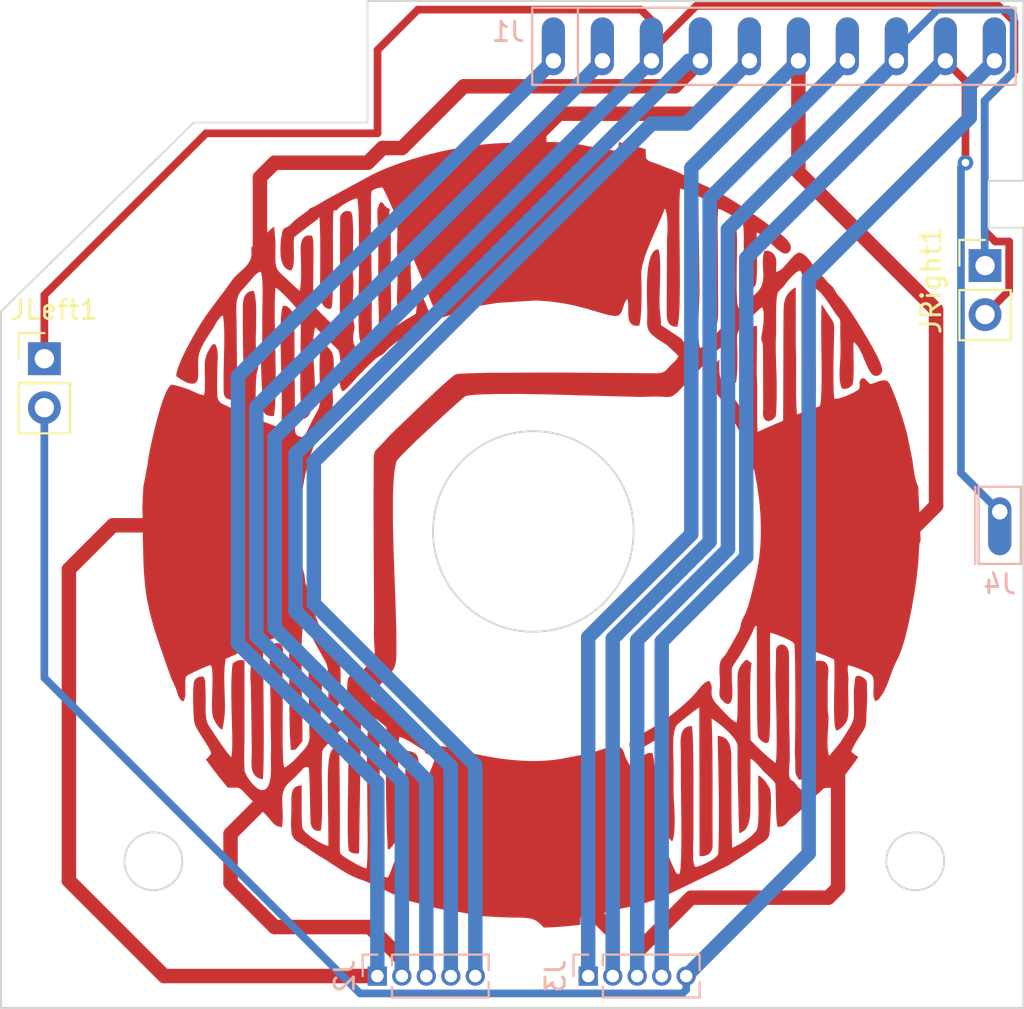
<source format=kicad_pcb>
(kicad_pcb (version 20211014) (generator pcbnew)
  (layers (0 "F.Cu" signal) (31 "B.Cu" signal) (34 "B.Paste" user) (35 "F.Paste" user) (36 "B.SilkS" user "B.Silkscreen") (37 "F.SilkS" user "F.Silkscreen") (38 "B.Mask" user) (39 "F.Mask" user) (44 "Edge.Cuts" user))
  (net 0 "")
  (net 1 "Net-(J1-Pad1)")
  (net 2 "Net-(J1-Pad2)")
  (net 3 "Net-(J1-Pad3)")
  (net 4 "Net-(J1-Pad4)")
  (net 5 "Net-(J1-Pad5)")
  (net 6 "Net-(J1-Pad6)")
  (net 7 "Net-(J1-Pad7)")
  (net 8 "Net-(J1-Pad8)")
  (net 9 "Net-(J1-Pad9)")
  (net 10 "Net-(J1-Pad10)")
  (footprint "Connector_PinHeader_2.54mm:PinHeader_1x02_P2.54mm_Vertical" (layer "F.Cu") (at 159.512 53.594)
    (fp_text reference "JRight1")
    (fp_text value "Conn_01x02_Female" hide)
  )
  (footprint "Connector_PinHeader_2.54mm:PinHeader_1x02_P2.54mm_Vertical" (layer "F.Cu") (at 110.744 58.42)
    (fp_text reference "JLeft1")
    (fp_text value "Conn_01x02_Female" hide)
  )
  (footprint "CheshBits:SIP-10L" (layer "B.Cu") (at 148.564 42.224)
    (fp_text reference "J1")
    (fp_text value "Conn_01x10_Female")
  )
  (footprint "Connector_PinHeader_1.27mm:PinHeader_1x05_P1.27mm_Vertical" (layer "B.Cu") (at 128.006 90.424 -90)
    (fp_text reference "J2")
    (fp_text value "Conn_01x05_Female" hide)
  )
  (footprint "Connector_PinHeader_1.27mm:PinHeader_1x05_P1.27mm_Vertical" (layer "B.Cu") (at 138.938 90.424 -90)
    (fp_text reference "J3")
    (fp_text value "Conn_01x05_Female" hide)
  )
  (footprint "CheshBits:SIP-1" (layer "B.Cu") (at 160.274 67.056 180)
    (fp_text reference "J4")
    (fp_text value "Conn_01x01_Female" hide)
  )
  (gr_poly (pts (xy 124.513244 50.638168) (xy 124.49119 50.669887) (xy 124.478953 50.688284) (xy 124.473134 50.697375) (xy 124.471569 50.699685) (xy 124.470332 50.701174) (xy 124.460179 50.708954) (xy 124.454214 50.713864) (xy 124.446027 50.720965) (xy 124.435195 50.730757) (xy 124.421292 50.743743) (xy 124.406111 50.757918) (xy 124.399677 50.763748) (xy 124.39384 50.7689) (xy 124.388467 50.773494) (xy 124.383428 50.777648) (xy 124.378591 50.781484) (xy 124.373826 50.785119) (xy 124.363985 50.792271) (xy 124.352855 50.800062) (xy 124.339387 50.809449) (xy 124.32253 50.821391) (xy 123.784786 51.218482) (xy 123.444566 51.541332) (xy 123.429187 51.553041) (xy 123.414266 51.563707) (xy 123.385733 51.582238) (xy 123.35884 51.597587) (xy 123.333464 51.610421) (xy 123.244615 51.649883) (xy 123.224941 51.660103) (xy 123.206031 51.671794) (xy 123.196824 51.678398) (xy 123.187762 51.685619) (xy 123.178827 51.693541) (xy 123.170006 51.702245) (xy 123.161282 51.711815) (xy 123.152639 51.722334) (xy 123.144063 51.733885) (xy 123.135537 51.746552) (xy 123.127045 51.760417) (xy 123.118573 51.775563) (xy 123.110104 51.792073) (xy 123.101622 51.810031) (xy 123.08487 51.893377) (xy 123.048575 52.112697) (xy 123.029283 52.259668) (xy 123.012527 52.424216) (xy 123.00078 52.600869) (xy 122.996517 52.784156) (xy 123.002211 52.968604) (xy 123.020337 53.148741) (xy 123.034834 53.235483) (xy 123.053368 53.319096) (xy 123.076245 53.398894) (xy 123.103777 53.474195) (xy 123.136272 53.544315) (xy 123.17404 53.608568) (xy 123.217389 53.666272) (xy 123.266629 53.716743) (xy 123.32207 53.759295) (xy 123.384019 53.793246) (xy 123.452788 53.817911) (xy 123.528684 53.832607) (xy 123.550428 53.802475) (xy 123.569831 53.769688) (xy 123.587017 53.734357) (xy 123.602109 53.696595) (xy 123.615229 53.656515) (xy 123.626503 53.614227) (xy 123.644001 53.523481) (xy 123.65559 53.425253) (xy 123.662259 53.320442) (xy 123.664993 53.209945) (xy 123.66478 53.094659) (xy 123.654207 52.603579) (xy 123.65407 52.477812) (xy 123.656909 52.352641) (xy 123.663712 52.228963) (xy 123.675466 52.107677) (xy 124.90659 51.170802) (xy 124.918082 51.156474) (xy 124.927861 51.143639) (xy 124.936044 51.132215) (xy 124.942746 51.12212) (xy 124.948084 51.113273) (xy 124.952176 51.105592) (xy 124.955136 51.098995) (xy 124.957083 51.0934) (xy 124.958132 51.088727) (xy 124.958401 51.084893) (xy 124.958005 51.081816) (xy 124.957061 51.079415) (xy 124.955686 51.077608) (xy 124.953996 51.076314) (xy 124.950139 51.074936) (xy 124.946421 51.074627) (xy 124.943775 51.074735) (xy 124.943134 51.074605) (xy 124.945429 51.073584) (xy 124.962561 51.066254) (xy 125.002628 51.047519) (xy 125.018499 51.111227) (xy 125.031641 51.238767) (xy 125.050572 51.651735) (xy 125.061091 52.219197) (xy 125.064865 52.873934) (xy 125.058852 54.176333) (xy 125.045879 55.021152) (xy 125.045488 55.086335) (xy 125.047788 55.148337) (xy 125.052624 55.207211) (xy 125.059842 55.263011) (xy 125.069288 55.315789) (xy 125.080806 55.3656) (xy 125.094242 55.412497) (xy 125.109441 55.456532) (xy 125.126249 55.49776) (xy 125.144512 55.536234) (xy 125.164074 55.572007) (xy 125.184781 55.605132) (xy 125.206479 55.635664) (xy 125.229013 55.663654) (xy 125.252228 55.689158) (xy 125.27597 55.712227) (xy 125.300084 55.732916) (xy 125.324415 55.751277) (xy 125.34881 55.767365) (xy 125.373113 55.781233) (xy 125.397169 55.792933) (xy 125.420825 55.80252) (xy 125.466316 55.815565) (xy 125.487842 55.819131) (xy 125.508349 55.820797) (xy 125.527682 55.820615) (xy 125.545687 55.818641) (xy 125.562209 55.814926) (xy 125.577094 55.809525) (xy 125.590186 55.80249) (xy 125.601332 55.793876) (xy 125.631181 55.689193) (xy 125.653999 55.51166) (xy 125.682002 54.976325) (xy 125.692253 54.264431) (xy 125.691665 53.452541) (xy 125.68562 51.835018) (xy 125.693988 51.182509) (xy 125.704043 50.928814) (xy 125.719165 50.736251) (xy 125.766187 50.7223) (xy 125.802821 50.713403) (xy 125.830461 50.708612) (xy 125.850499 50.706978) (xy 125.864329 50.707553) (xy 125.873345 50.709389) (xy 125.882506 50.71305) (xy 125.885438 50.712978) (xy 125.889129 50.710373) (xy 125.90436 50.693772) (xy 125.939347 50.65566) (xy 125.967732 50.626167) (xy 126.005235 50.588451) (xy 126.034516 50.561955) (xy 126.073318 50.53081) (xy 126.120488 50.495879) (xy 126.174876 50.458027) (xy 126.235331 50.41812) (xy 126.3007 50.377023) (xy 126.369833 50.335601) (xy 126.441577 50.294718) (xy 126.514783 50.25524) (xy 126.588297 50.218032) (xy 126.66097 50.18396) (xy 126.731649 50.153887) (xy 126.799183 50.128679) (xy 126.862422 50.109201) (xy 126.920212 50.096318) (xy 126.946705 50.092621) (xy 126.971403 50.090896) (xy 126.994614 50.172571) (xy 127.01402 50.30731) (xy 127.04274 50.707948) (xy 127.060206 51.236751) (xy 127.069059 51.837658) (xy 127.071187 53.841117) (xy 127.045603 55.822741) (xy 127.047458 56.39992) (xy 127.062328 56.916102) (xy 127.076161 57.136678) (xy 127.095069 57.324434) (xy 127.119659 57.473514) (xy 127.150538 57.578061) (xy 127.213497 57.582375) (xy 127.271596 57.58094) (xy 127.325027 57.574033) (xy 127.373978 57.561931) (xy 127.418639 57.544909) (xy 127.459199 57.523244) (xy 127.495849 57.497211) (xy 127.528778 57.467088) (xy 127.558175 57.433149) (xy 127.58423 57.395672) (xy 127.607133 57.354933) (xy 127.627074 57.311207) (xy 127.644241 57.264771) (xy 127.658826 57.215902) (xy 127.671016 57.164874) (xy 127.681003 57.111965) (xy 127.688975 57.057451) (xy 127.695122 57.001608) (xy 127.702701 56.887038) (xy 127.705256 56.770466) (xy 127.704304 56.654101) (xy 127.69795 56.43083) (xy 127.695581 56.328343) (xy 127.695774 56.234901) (xy 127.703664 55.745846) (xy 127.705576 55.274586) (xy 127.697307 54.367237) (xy 127.682652 53.476427) (xy 127.673297 52.565726) (xy 127.670958 52.359272) (xy 127.66614 52.169029) (xy 127.654609 51.835739) (xy 127.650665 51.691975) (xy 127.649783 51.562985) (xy 127.653346 51.44841) (xy 127.657228 51.396417) (xy 127.66274 51.347892) (xy 127.66274 50.361297) (xy 127.658096 50.281428) (xy 127.656306 50.20043) (xy 127.65719 50.118674) (xy 127.660568 50.036531) (xy 127.666261 49.954372) (xy 127.674089 49.872568) (xy 127.683873 49.791492) (xy 127.695433 49.711513) (xy 127.755357 49.676552) (xy 127.817237 49.642353) (xy 127.849201 49.625987) (xy 127.882005 49.610348) (xy 127.915765 49.595617) (xy 127.950598 49.581972) (xy 127.986619 49.569592) (xy 128.023947 49.558656) (xy 128.062697 49.549344) (xy 128.102987 49.541834) (xy 128.144934 49.536305) (xy 128.188653 49.532938) (xy 128.234262 49.53191) (xy 128.281877 49.533401) (xy 128.306123 49.568343) (xy 128.33627 49.619393) (xy 128.410838 49.76133) (xy 128.498711 49.942235) (xy 128.593022 50.145129) (xy 128.773481 50.548978) (xy 128.89727 50.837058) (xy 128.933258 50.931103) (xy 128.963949 51.027116) (xy 128.989715 51.125021) (xy 129.010926 51.224741) (xy 129.027952 51.326201) (xy 129.041165 51.429325) (xy 129.050934 51.534038) (xy 129.057631 51.640264) (xy 129.061625 51.747926) (xy 129.063289 51.856949) (xy 129.061105 52.078775) (xy 129.045072 52.535423) (xy 129.068912 54.362514) (xy 129.039113 55.282746) (xy 129.039477 55.405521) (xy 129.043077 55.525305) (xy 129.050613 55.640687) (xy 129.062782 55.750252) (xy 129.080283 55.852588) (xy 129.103814 55.946282) (xy 129.134074 56.029919) (xy 129.151945 56.067524) (xy 129.171761 56.102086) (xy 129.246668 56.101288) (xy 129.315185 56.092745) (xy 129.377577 56.076716) (xy 129.434108 56.05346) (xy 129.485044 56.023235) (xy 129.530649 55.986301) (xy 129.571189 55.942916) (xy 129.606927 55.89334) (xy 129.638129 55.83783) (xy 129.66506 55.776646) (xy 129.687984 55.710047) (xy 129.707167 55.638292) (xy 129.722872 55.561639) (xy 129.735366 55.480347) (xy 129.744913 55.394675) (xy 129.751777 55.304882) (xy 129.758517 55.113969) (xy 129.757707 54.909678) (xy 129.751463 54.694079) (xy 129.741906 54.469244) (xy 129.721324 54.000147) (xy 129.714537 53.760028) (xy 129.712911 53.518954) (xy 129.714656 53.401078) (xy 129.716656 53.295207) (xy 129.823593 53.053413) (xy 129.982198 53.441041) (xy 130.151467 53.848785) (xy 130.325206 54.261126) (xy 130.49722 54.662547) (xy 130.576393 54.854395) (xy 130.658327 55.064486) (xy 130.83182 55.507515) (xy 130.924051 55.724514) (xy 130.971684 55.828398) (xy 131.020384 55.927876) (xy 131.070194 56.021953) (xy 131.121156 56.109631) (xy 131.17331 56.189916) (xy 131.2267 56.26181) (xy 131.254342 56.263754) (xy 131.283497 56.263903) (xy 131.345932 56.259192) (xy 131.413176 56.248433) (xy 131.484403 56.232378) (xy 131.558785 56.211784) (xy 131.635494 56.187405) (xy 131.713702 56.159996) (xy 131.792583 56.130312) (xy 132.348503 55.901498) (xy 132.457939 55.863726) (xy 132.569155 55.828911) (xy 132.681984 55.796802) (xy 132.79626 55.767148) (xy 133.028482 55.714196) (xy 133.264482 55.668045) (xy 133.502926 55.626684) (xy 133.742474 55.588099) (xy 134.21954 55.511218) (xy 136.21386 55.386234) (xy 136.617076 55.409641) (xy 136.995858 55.444283) (xy 137.351186 55.488512) (xy 137.68404 55.540678) (xy 137.995402 55.599133) (xy 138.286251 55.662231) (xy 138.810331 55.795756) (xy 139.655467 56.045981) (xy 139.992209 56.136308) (xy 140.142554 56.167007) (xy 140.282189 56.185865) (xy 140.330658 56.188268) (xy 140.375135 56.186376) (xy 140.415848 56.180426) (xy 140.453025 56.170655) (xy 140.486896 56.157299) (xy 140.517687 56.140595) (xy 140.545628 56.12078) (xy 140.570946 56.098091) (xy 140.59387 56.072765) (xy 140.614629 56.045037) (xy 140.63345 56.015146) (xy 140.650562 55.983328) (xy 140.666193 55.949819) (xy 140.680571 55.914856) (xy 140.706483 55.841518) (xy 140.753322 55.687815) (xy 140.777901 55.611239) (xy 140.805688 55.537373) (xy 140.821355 55.502047) (xy 140.838509 55.46811) (xy 140.857379 55.435796) (xy 140.878192 55.405344) (xy 140.901177 55.37699) (xy 140.926562 55.350971) (xy 140.954575 55.327523) (xy 140.985445 55.306884) (xy 140.999219 55.354651) (xy 141.0101 55.40492) (xy 141.024453 55.511853) (xy 141.031037 55.625453) (xy 141.032384 55.74349) (xy 141.029499 55.983954) (xy 141.030333 56.101922) (xy 141.036061 56.215407) (xy 141.049216 56.322179) (xy 141.05937 56.372352) (xy 141.072331 56.420009) (xy 141.088415 56.464874) (xy 141.107939 56.506666) (xy 141.131219 56.545108) (xy 141.158572 56.579921) (xy 141.190314 56.610826) (xy 141.226763 56.637543) (xy 141.268234 56.659795) (xy 141.315045 56.677303) (xy 141.367511 56.689788) (xy 141.42595 56.696971) (xy 141.490678 56.698573) (xy 141.562012 56.694316) (xy 141.588559 56.610277) (xy 141.611393 56.49935) (xy 141.630744 56.365089) (xy 141.646844 56.211049) (xy 141.670212 55.857847) (xy 141.683338 55.46818) (xy 141.688067 55.070484) (xy 141.686243 54.693193) (xy 141.67971 54.364744) (xy 141.670311 54.11357) (xy 141.669029 54.027453) (xy 141.673404 53.936671) (xy 141.697895 53.742366) (xy 141.741315 53.533159) (xy 141.801198 53.31155) (xy 141.875075 53.080042) (xy 141.960478 52.841136) (xy 142.155992 52.351139) (xy 142.576748 51.392452) (xy 142.762504 50.963791) (xy 142.840589 50.770887) (xy 142.905522 50.595603) (xy 142.92558 50.622146) (xy 142.943973 50.653302) (xy 142.960765 50.688771) (xy 142.97602 50.728256) (xy 143.002181 50.81808) (xy 143.022972 50.920385) (xy 143.03891 51.032785) (xy 143.050512 51.152894) (xy 143.058295 51.278323) (xy 143.062775 51.406686) (xy 143.063895 51.662665) (xy 143.058007 51.901734) (xy 143.041747 52.252761) (xy 143.023695 55.590568) (xy 143.024484 55.79522) (xy 143.022408 56.000436) (xy 143.0236 56.100467) (xy 143.028042 56.197294) (xy 143.037055 56.289802) (xy 143.051962 56.376875) (xy 143.062039 56.418026) (xy 143.074085 56.4574) (xy 143.088265 56.494858) (xy 143.104745 56.53026) (xy 143.12369 56.563468) (xy 143.145265 56.594342) (xy 143.169635 56.622742) (xy 143.196966 56.648529) (xy 143.227423 56.671564) (xy 143.261171 56.691707) (xy 143.298375 56.70882) (xy 143.339201 56.722762) (xy 143.383814 56.733394) (xy 143.432379 56.740577) (xy 143.485062 56.744172) (xy 143.542027 56.744039) (xy 143.586529 56.575956) (xy 143.620257 56.310659) (xy 143.644499 55.960996) (xy 143.660541 55.539816) (xy 143.673177 54.534291) (xy 143.668459 53.396866) (xy 143.648153 51.137445) (xy 143.653158 50.221013) (xy 143.681996 49.583808) (xy 143.735348 49.593118) (xy 143.788354 49.604698) (xy 143.840974 49.618351) (xy 143.893164 49.633881) (xy 143.944884 49.651091) (xy 143.996091 49.669784) (xy 144.046743 49.689765) (xy 144.096798 49.710836) (xy 144.194951 49.755464) (xy 144.290215 49.802094) (xy 144.470732 49.895076) (xy 144.533769 49.926342) (xy 144.593095 49.953685) (xy 144.700429 50.000931) (xy 144.748342 50.022999) (xy 144.792357 50.045472) (xy 144.832427 50.069433) (xy 144.850968 50.082309) (xy 144.868506 50.095963) (xy 144.885033 50.11053) (xy 144.900545 50.126145) (xy 144.915036 50.142944) (xy 144.928499 50.161061) (xy 144.940929 50.180632) (xy 144.95232 50.201793) (xy 144.962666 50.224678) (xy 144.971962 50.249422) (xy 144.9802 50.276162) (xy 144.987377 50.305031) (xy 144.993485 50.336167) (xy 144.998519 50.369703) (xy 145.002473 50.405774) (xy 145.005341 50.444518) (xy 145.007117 50.486067) (xy 145.007796 50.530559) (xy 144.995152 54.017277) (xy 145.009855 55.9772) (xy 145.032142 56.648324) (xy 145.04823 56.861305) (xy 145.068076 56.97528) (xy 145.127988 56.98179) (xy 145.183693 56.982439) (xy 145.235343 56.977545) (xy 145.283091 56.967424) (xy 145.32709 56.952394) (xy 145.367492 56.932772) (xy 145.404449 56.908875) (xy 145.438115 56.881019) (xy 145.468643 56.849524) (xy 145.496184 56.814704) (xy 145.520891 56.776878) (xy 145.542917 56.736363) (xy 145.562416 56.693476) (xy 145.579538 56.648534) (xy 145.594438 56.601854) (xy 145.607268 56.553754) (xy 145.627326 56.454559) (xy 145.640935 56.353488) (xy 145.649316 56.253078) (xy 145.65369 56.155865) (xy 145.655541 55.849735) (xy 145.640557 52.449603) (xy 145.633043 52.039678) (xy 145.629999 51.507791) (xy 145.632348 51.239493) (xy 145.638448 50.992762) (xy 145.649179 50.78495) (xy 145.656555 50.701062) (xy 145.665417 50.633411) (xy 145.718144 50.644601) (xy 145.781367 50.665274) (xy 145.853641 50.694283) (xy 145.933522 50.730478) (xy 146.019565 50.772712) (xy 146.110325 50.819835) (xy 146.300219 50.924159) (xy 146.959544 51.307376) (xy 146.98711 51.476096) (xy 147.00594 51.674508) (xy 147.017357 51.897873) (xy 147.02268 52.14145) (xy 147.020336 52.670274) (xy 147.009478 53.223057) (xy 147.000681 53.761871) (xy 147.004514 54.248791) (xy 147.014471 54.460939) (xy 147.031551 54.645892) (xy 147.057075 54.798909) (xy 147.092364 54.915248) (xy 147.111927 54.916057) (xy 147.131703 54.91552) (xy 147.151648 54.913691) (xy 147.171722 54.910626) (xy 147.191882 54.906379) (xy 147.212087 54.901004) (xy 147.232295 54.894557) (xy 147.252464 54.887092) (xy 147.292521 54.869326) (xy 147.331922 54.848145) (xy 147.370334 54.823985) (xy 147.407424 54.797285) (xy 147.442858 54.768481) (xy 147.476302 54.738012) (xy 147.507422 54.706315) (xy 147.535884 54.673827) (xy 147.561355 54.640986) (xy 147.583502 54.60823) (xy 147.601989 54.575995) (xy 147.616484 54.544719) (xy 147.632215 54.480299) (xy 147.64486 54.376741) (xy 147.662013 54.073973) (xy 147.670195 53.679941) (xy 147.671656 53.238169) (xy 147.65531 51.864185) (xy 147.704962 51.877395) (xy 147.756072 51.897129) (xy 147.808512 51.922856) (xy 147.862157 51.95404) (xy 147.91688 51.99015) (xy 147.972553 52.030651) (xy 148.086246 52.122696) (xy 148.202221 52.22591) (xy 148.319465 52.336026) (xy 148.553707 52.559903) (xy 148.668676 52.665133) (xy 148.78086 52.760203) (xy 148.889245 52.840846) (xy 148.941695 52.874425) (xy 148.992816 52.902797) (xy 149.04248 52.92543) (xy 149.090561 52.941791) (xy 149.136931 52.951345) (xy 149.181465 52.953561) (xy 149.224035 52.947904) (xy 149.264515 52.933842) (xy 149.302778 52.910841) (xy 149.338698 52.878368) (xy 149.36844 52.842547) (xy 149.392028 52.806083) (xy 149.409754 52.769056) (xy 149.421912 52.73155) (xy 149.428794 52.693647) (xy 149.430692 52.655428) (xy 149.427901 52.616977) (xy 149.420713 52.578375) (xy 149.409421 52.539705) (xy 149.394318 52.501048) (xy 149.375696 52.462488) (xy 149.353848 52.424106) (xy 149.329068 52.385985) (xy 149.301648 52.348206) (xy 149.271882 52.310853) (xy 149.240062 52.274007) (xy 149.171431 52.202166) (xy 149.098099 52.133342) (xy 149.02241 52.068193) (xy 148.946706 52.007376) (xy 148.804629 51.901372) (xy 148.690611 51.820594) (xy 148.1607 51.398299) (xy 147.402523 50.874076) (xy 146.978415 50.58995) (xy 146.540358 50.307069) (xy 146.100402 50.037374) (xy 145.883477 49.911202) (xy 145.670595 49.792805) (xy 145.463263 49.683675) (xy 145.262985 49.585304) (xy 145.07127 49.499185) (xy 144.889622 49.42681) (xy 144.800953 49.385549) (xy 144.644946 49.305391) (xy 144.19935 49.072546) (xy 143.94398 48.941935) (xy 143.689708 48.816584) (xy 143.453642 48.707531) (xy 143.347783 48.662566) (xy 143.252892 48.625816) (xy 143.068133 48.557317) (xy 142.89458 48.490318) (xy 142.724795 48.422616) (xy 142.551339 48.352008) (xy 142.501448 48.332602) (xy 142.452255 48.315307) (xy 142.356544 48.285083) (xy 142.265374 48.257405) (xy 142.221858 48.243293) (xy 142.179916 48.228343) (xy 142.139693 48.212064) (xy 142.101337 48.193964) (xy 142.064993 48.173553) (xy 142.030808 48.150339) (xy 142.014571 48.137527) (xy 141.998928 48.12383) (xy 141.983898 48.109186) (xy 141.969499 48.093535) (xy 141.955749 48.076814) (xy 141.942667 48.058963) (xy 141.93027 48.039919) (xy 141.918578 48.019622) (xy 141.917381 48.014182) (xy 141.916216 48.005324) (xy 141.913986 47.977708) (xy 141.911891 47.937473) (xy 141.909936 47.885316) (xy 141.908125 47.821936) (xy 141.906461 47.748033) (xy 141.903593 47.571449) (xy 141.56529 47.473576) (xy 141.224687 47.38129) (xy 140.881786 47.294687) (xy 140.536585 47.213863) (xy 140.530791 47.33143) (xy 140.527133 47.388797) (xy 140.52292 47.445102) (xy 140.518117 47.500258) (xy 140.512687 47.554176) (xy 140.506595 47.60677) (xy 140.499804 47.657951) (xy 140.42808 47.658125) (xy 140.33149 47.651393) (xy 140.077148 47.620431) (xy 139.763644 47.571502) (xy 139.417845 47.511043) (xy 138.736831 47.381284) (xy 138.249043 47.282653) (xy 138.156253 47.26722) (xy 138.039048 47.253568) (xy 137.745163 47.231324) (xy 137.394926 47.215353) (xy 137.015875 47.20509) (xy 136.635547 47.199967) (xy 136.281479 47.199418) (xy 135.981209 47.202876) (xy 135.762274 47.209773) (xy 135.174378 47.233804) (xy 134.659755 47.251321) (xy 134.403371 47.262466) (xy 134.133446 47.277777) (xy 133.83936 47.299188) (xy 133.510493 47.328628) (xy 132.815503 47.413244) (xy 132.078609 47.53533) (xy 131.316619 47.692258) (xy 130.546345 47.881396) (xy 129.784594 48.100115) (xy 129.412169 48.219745) (xy 129.048179 48.345784) (xy 128.694724 48.477904) (xy 128.353907 48.615774) (xy 128.027829 48.759068) (xy 127.71859 48.907455) (xy 125.310151 50.217921) (xy 125.132485 50.326309) (xy 125.020744 50.393532) (xy 124.903097 50.462059) (xy 124.786566 50.526356) (xy 124.730915 50.555189) (xy 124.678178 50.580888) (xy 124.629232 50.602761) (xy 124.584955 50.620118) (xy 124.546225 50.632265) (xy 124.513921 50.638511) (xy 124.513244 50.638168)) (layer "F.Cu") (width 0.034055) (fill solid))
  (gr_poly (pts (xy 128.024757 51.114951) (xy 128.046109 51.419457) (xy 128.06001 51.846524) (xy 128.071031 52.914291) (xy 128.064943 54.826011) (xy 128.067293 55.071063) (xy 128.073978 55.322437) (xy 128.092017 55.833295) (xy 128.099205 56.087351) (xy 128.102394 56.336874) (xy 128.0995 56.579148) (xy 128.088441 56.811462) (xy 128.083171 56.901042) (xy 128.079996 56.981384) (xy 128.076815 57.118007) (xy 128.075251 57.176115) (xy 128.072668 57.228641) (xy 128.068285 57.276496) (xy 128.061325 57.320597) (xy 128.051008 57.361855) (xy 128.044348 57.381705) (xy 128.036556 57.401187) (xy 128.027537 57.420415) (xy 128.017191 57.439504) (xy 128.005422 57.458568) (xy 127.992133 57.477722) (xy 127.960603 57.516753) (xy 127.921824 57.557513) (xy 127.875015 57.600915) (xy 127.819399 57.647872) (xy 127.741987 57.710241) (xy 127.661194 57.773336) (xy 127.578142 57.835042) (xy 127.536119 57.864714) (xy 127.493952 57.893245) (xy 127.451782 57.920371) (xy 127.409747 57.945828) (xy 127.367989 57.969352) (xy 127.326647 57.990677) (xy 127.285862 58.00954) (xy 127.245774 58.025676) (xy 127.206523 58.038822) (xy 127.168249 58.048711) (xy 127.115352 58.025281) (xy 127.090135 58.01269) (xy 127.065746 57.9995) (xy 127.042188 57.9857) (xy 127.019467 57.971277) (xy 126.997587 57.956221) (xy 126.976551 57.94052) (xy 126.956366 57.924162) (xy 126.937034 57.907137) (xy 126.918561 57.889432) (xy 126.90095 57.871036) (xy 126.884207 57.851937) (xy 126.868336 57.832125) (xy 126.853341 57.811587) (xy 126.839226 57.790313) (xy 126.825996 57.76829) (xy 126.813656 57.745507) (xy 126.802209 57.721954) (xy 126.791661 57.697617) (xy 126.782016 57.672486) (xy 126.773277 57.64655) (xy 126.76545 57.619796) (xy 126.75854 57.592214) (xy 126.752549 57.563792) (xy 126.747484 57.534518) (xy 126.743347 57.504382) (xy 126.740145 57.47337) (xy 126.73788 57.441473) (xy 126.736558 57.408678) (xy 126.736183 57.374974) (xy 126.73676 57.34035) (xy 126.739829 57.266588) (xy 126.744266 57.201433) (xy 126.749811 57.144034) (xy 126.756203 57.093541) (xy 126.763182 57.049102) (xy 126.770487 57.009866) (xy 126.785034 56.943599) (xy 126.797761 56.887933) (xy 126.802791 56.861947) (xy 126.806585 56.836058) (xy 126.808883 56.809414) (xy 126.809423 56.781165) (xy 126.807946 56.75046) (xy 126.804191 56.716447) (xy 126.803893 56.714418) (xy 126.803517 56.712297) (xy 126.802568 56.707832) (xy 126.801419 56.703152) (xy 126.800147 56.698355) (xy 126.797534 56.688814) (xy 126.796345 56.684269) (xy 126.795336 56.680007) (xy 126.763544 56.495466) (xy 126.74039 56.311623) (xy 126.724818 56.129141) (xy 126.715778 55.948685) (xy 126.712215 55.770922) (xy 126.713077 55.596516) (xy 126.723861 55.260433) (xy 126.752186 54.65781) (xy 126.754532 54.525522) (xy 126.752877 54.40191) (xy 126.746169 54.287639) (xy 126.733354 54.183376) (xy 126.729091 54.15541) (xy 126.72546 54.127671) (xy 126.719886 54.072652) (xy 126.716203 54.017889) (xy 126.713984 53.96295) (xy 126.712804 53.907405) (xy 126.712234 53.850822) (xy 126.711217 53.732818) (xy 126.736504 52.186857) (xy 126.733148 51.707398) (xy 126.716102 51.286836) (xy 126.700912 51.113655) (xy 126.680459 50.973214) (xy 126.654129 50.871519) (xy 126.638568 50.837077) (xy 126.621309 50.814574) (xy 126.53072 50.787669) (xy 126.51034 50.784436) (xy 126.491168 50.782237) (xy 126.4671 50.780695) (xy 126.438952 50.780591) (xy 126.407544 50.782708) (xy 126.390873 50.784845) (xy 126.373694 50.78783) (xy 126.356108 50.791762) (xy 126.338219 50.796738) (xy 126.320128 50.802857) (xy 126.301938 50.810216) (xy 126.283751 50.818913) (xy 126.265669 50.829046) (xy 126.247795 50.840713) (xy 126.23023 50.854012) (xy 126.213078 50.869039) (xy 126.19644 50.885895) (xy 126.180418 50.904675) (xy 126.165115 50.925478) (xy 126.150634 50.948402) (xy 126.137076 50.973545) (xy 126.124543 51.001004) (xy 126.113139 51.030877) (xy 126.102964 51.063263) (xy 126.094122 51.098258) (xy 126.076414 56.989572) (xy 126.027204 56.959132) (xy 125.962645 56.91118) (xy 125.885124 56.848128) (xy 125.797026 56.772386) (xy 125.59865 56.592478) (xy 125.386609 56.390743) (xy 125.179995 56.18647) (xy 124.997902 55.998948) (xy 124.859422 55.847463) (xy 124.812504 55.791262) (xy 124.783648 55.751304) (xy 124.760772 55.703928) (xy 124.740869 55.642279) (xy 124.70924 55.480138) (xy 124.687275 55.272824) (xy 124.673488 55.028283) (xy 124.664507 54.459295) (xy 124.670412 53.836729) (xy 124.679319 53.22414) (xy 124.679341 52.685084) (xy 124.672307 52.462991) (xy 124.658595 52.283115) (xy 124.63672 52.1534) (xy 124.622257 52.109835) (xy 124.605195 52.08179) (xy 124.600602 52.07934) (xy 124.596916 52.07703) (xy 124.594049 52.074855) (xy 124.591912 52.07281) (xy 124.590418 52.07089) (xy 124.589477 52.06909) (xy 124.589001 52.067404) (xy 124.588902 52.065826) (xy 124.58948 52.062978) (xy 124.590505 52.060503) (xy 124.591268 52.058359) (xy 124.59133 52.057398) (xy 124.591062 52.056504) (xy 124.590375 52.055672) (xy 124.58918 52.054897) (xy 124.587389 52.054173) (xy 124.584914 52.053495) (xy 124.577558 52.052257) (xy 124.566403 52.051141) (xy 124.550742 52.050104) (xy 124.529868 52.049105) (xy 124.469652 52.047054) (xy 124.419195 52.048309) (xy 124.37276 52.054877) (xy 124.330187 52.066458) (xy 124.291319 52.082755) (xy 124.255997 52.103468) (xy 124.224061 52.128299) (xy 124.195353 52.156949) (xy 124.169714 52.18912) (xy 124.146986 52.224512) (xy 124.127009 52.262827) (xy 124.109625 52.303766) (xy 124.094675 52.347031) (xy 124.082001 52.392323) (xy 124.071443 52.439343) (xy 124.062843 52.487793) (xy 124.056042 52.537373) (xy 124.047202 52.638732) (xy 124.043653 52.741029) (xy 124.044124 52.841875) (xy 124.047347 52.938881) (xy 124.056964 53.111814) (xy 124.062342 53.24071) (xy 124.06794 53.641946) (xy 124.071346 53.86519) (xy 124.071622 54.09436) (xy 124.06612 54.322589) (xy 124.060374 54.434203) (xy 124.052189 54.543007) (xy 124.041235 54.648141) (xy 124.027179 54.748747) (xy 124.009692 54.843967) (xy 123.988441 54.932941) (xy 123.977319 54.924855) (xy 123.958916 54.909885) (xy 123.904216 54.862915) (xy 123.7509 54.726223) (xy 123.59171 54.580847) (xy 123.529666 54.523021) (xy 123.489861 54.484767) (xy 123.349465 54.347891) (xy 123.22628 54.232911) (xy 123.027269 54.05102) (xy 122.949307 53.975299) (xy 122.915244 53.939318) (xy 122.884282 53.903857) (xy 122.856288 53.868363) (xy 122.831128 53.832287) (xy 122.808668 53.795079) (xy 122.788776 53.756187) (xy 122.771317 53.715061) (xy 122.756157 53.67115) (xy 122.743165 53.623905) (xy 122.732205 53.572774) (xy 122.723145 53.517207) (xy 122.71585 53.456653) (xy 122.710188 53.390562) (xy 122.706025 53.318383) (xy 122.701661 53.153559) (xy 122.701692 52.957777) (xy 122.71066 52.455722) (xy 122.692935 52.193786) (xy 122.674603 51.966299) (xy 122.642888 51.59922) (xy 122.495082 51.725698) (xy 122.348469 51.853542) (xy 122.203061 51.982742) (xy 122.058871 52.113291) (xy 121.915909 52.245182) (xy 121.774189 52.378405) (xy 121.633722 52.512953) (xy 121.49452 52.648818) (xy 121.48839 52.81705) (xy 121.49626 52.888855) (xy 121.499208 52.957755) (xy 121.497471 53.023894) (xy 121.491282 53.087417) (xy 121.480879 53.148467) (xy 121.466495 53.20719) (xy 121.448366 53.263729) (xy 121.426728 53.318229) (xy 121.401815 53.370834) (xy 121.373862 53.421687) (xy 121.343105 53.470934) (xy 121.30978 53.518719) (xy 121.274121 53.565185) (xy 121.236363 53.610477) (xy 121.155493 53.698116) (xy 121.069052 53.78279) (xy 120.978921 53.865653) (xy 120.795117 54.030559) (xy 120.705207 54.114911) (xy 120.619135 54.202067) (xy 120.538782 54.293181) (xy 120.501338 54.340583) (xy 120.46603 54.389407) (xy 120.273022 54.662315) (xy 120.070081 54.937929) (xy 119.648813 55.49673) (xy 119.437695 55.779647) (xy 119.231058 56.064727) (xy 119.032507 56.351835) (xy 118.93739 56.496106) (xy 118.845645 56.640834) (xy 118.689535 56.898431) (xy 118.502292 57.220688) (xy 118.299428 57.586191) (xy 118.096456 57.973524) (xy 117.90889 58.361272) (xy 117.825731 58.548609) (xy 117.752241 58.72802) (xy 117.690358 58.896826) (xy 117.642022 59.052352) (xy 117.609173 59.19192) (xy 117.593747 59.312854) (xy 117.656264 59.359349) (xy 117.72895 59.41037) (xy 117.809617 59.463483) (xy 117.852261 59.490062) (xy 117.89608 59.516252) (xy 117.9408 59.541747) (xy 117.98615 59.566244) (xy 118.031854 59.589437) (xy 118.07764 59.611023) (xy 118.123235 59.630698) (xy 118.168365 59.648156) (xy 118.212757 59.663095) (xy 118.256136 59.675208) (xy 118.305045 59.686102) (xy 118.350332 59.693708) (xy 118.392134 59.698053) (xy 118.430587 59.699166) (xy 118.465826 59.697075) (xy 118.497989 59.691809) (xy 118.52721 59.683395) (xy 118.553626 59.671861) (xy 118.577373 59.657235) (xy 118.598588 59.639547) (xy 118.617405 59.618823) (xy 118.633962 59.595092) (xy 118.648394 59.568382) (xy 118.660838 59.538721) (xy 118.671429 59.506138) (xy 118.680304 59.47066) (xy 118.687598 59.432315) (xy 118.693448 59.391132) (xy 118.697989 59.347139) (xy 118.701358 59.300364) (xy 118.705125 59.19858) (xy 118.705835 59.086004) (xy 118.702441 58.829381) (xy 118.700514 58.685783) (xy 118.699886 58.532294) (xy 118.701313 58.474765) (xy 118.705269 58.417501) (xy 118.720334 58.303799) (xy 118.744217 58.191244) (xy 118.776054 58.07989) (xy 118.814984 57.969791) (xy 118.860142 57.861001) (xy 118.910666 57.753575) (xy 118.965693 57.647567) (xy 119.024359 57.543032) (xy 119.085803 57.440024) (xy 119.213567 57.238807) (xy 119.464443 56.857089) (xy 119.480164 56.831885) (xy 119.494991 56.807176) (xy 119.522561 56.758919) (xy 119.573592 56.664803) (xy 119.599462 56.617659) (xy 119.627177 56.569601) (xy 119.642102 56.545029) (xy 119.65794 56.519987) (xy 119.674842 56.494395) (xy 119.692958 56.468173) (xy 119.762214 56.368369) (xy 119.778397 56.345837) (xy 119.794614 56.324237) (xy 119.811106 56.303551) (xy 119.828118 56.283761) (xy 119.845892 56.26485) (xy 119.864672 56.246798) (xy 119.884699 56.229588) (xy 119.906218 56.213202) (xy 119.929471 56.197623) (xy 119.954701 56.182831) (xy 119.98215 56.16881) (xy 120.012063 56.155542) (xy 120.038649 56.303069) (xy 120.058839 56.475704) (xy 120.073319 56.670234) (xy 120.082772 56.883447) (xy 120.089336 57.353073) (xy 120.084006 57.858884) (xy 120.059571 58.876275) (xy 120.051417 59.336459) (xy 120.053271 59.730039) (xy 120.056634 60.082894) (xy 120.060269 60.154842) (xy 120.067351 60.220425) (xy 120.079047 60.279715) (xy 120.08699 60.307023) (xy 120.096522 60.332784) (xy 120.107791 60.357008) (xy 120.120941 60.379704) (xy 120.136119 60.400879) (xy 120.15347 60.420544) (xy 120.17314 60.438707) (xy 120.195274 60.455377) (xy 120.220018 60.470563) (xy 120.247518 60.484274) (xy 120.277919 60.496519) (xy 120.311367 60.507307) (xy 120.348009 60.516646) (xy 120.387988 60.524546) (xy 120.431452 60.531016) (xy 120.478545 60.536064) (xy 120.529414 60.539699) (xy 120.584204 60.54193) (xy 120.619591 60.404805) (xy 120.648155 60.231391) (xy 120.670542 60.026538) (xy 120.687399 59.795097) (xy 120.707111 59.27185) (xy 120.712467 58.700448) (xy 120.693864 56.709291) (xy 120.691309 56.480114) (xy 120.682232 56.238474) (xy 120.67448 55.991159) (xy 120.673553 55.867494) (xy 120.6759 55.744957) (xy 120.6825 55.624395) (xy 120.694336 55.506658) (xy 120.712388 55.392593) (xy 120.737637 55.283049) (xy 120.771063 55.178875) (xy 120.791149 55.129067) (xy 120.813647 55.08092) (xy 120.83868 55.034539) (xy 120.86637 54.990031) (xy 120.89684 54.947502) (xy 120.930213 54.907058) (xy 121.399845 54.374767) (xy 121.431732 54.338207) (xy 121.463392 54.300467) (xy 121.526693 54.223203) (xy 121.591062 54.146489) (xy 121.62406 54.109437) (xy 121.657819 54.073841) (xy 121.692504 54.040141) (xy 121.728279 54.008777) (xy 121.765309 53.980187) (xy 121.784347 53.96707) (xy 121.803759 53.954811) (xy 121.823568 53.943466) (xy 121.843794 53.933089) (xy 121.864457 53.923735) (xy 121.885578 53.91546) (xy 121.907177 53.908318) (xy 121.929275 53.902364) (xy 121.951892 53.897653) (xy 121.97505 53.894241) (xy 121.998475 53.958428) (xy 122.018116 54.040639) (xy 122.034272 54.13856) (xy 122.047238 54.249878) (xy 122.057311 54.372279) (xy 122.064786 54.503449) (xy 122.073131 54.78284) (xy 122.074644 55.069544) (xy 122.071695 55.345049) (xy 122.061893 55.788425) (xy 122.057663 56.051555) (xy 122.056343 56.315942) (xy 122.057083 56.846238) (xy 122.053416 57.374811) (xy 122.046589 57.637044) (xy 122.034648 57.897157) (xy 122.015972 58.232255) (xy 122.003817 58.492894) (xy 121.997712 58.703431) (xy 121.997186 58.888223) (xy 122.001769 59.071626) (xy 122.01099 59.277997) (xy 122.041459 59.857068) (xy 122.045158 59.994986) (xy 122.04381 60.134181) (xy 122.034084 60.410369) (xy 122.028493 60.673562) (xy 122.032314 60.796514) (xy 122.043247 60.911692) (xy 122.06332 61.017587) (xy 122.077417 61.066582) (xy 122.094559 61.11269) (xy 122.114998 61.155724) (xy 122.138989 61.195494) (xy 122.166785 61.231811) (xy 122.198638 61.264489) (xy 122.234803 61.293336) (xy 122.275532 61.318166) (xy 122.321079 61.33879) (xy 122.371697 61.355018) (xy 122.42764 61.366663) (xy 122.48916 61.373536) (xy 122.556511 61.375448) (xy 122.629947 61.372211) (xy 122.668634 61.076513) (xy 122.696014 60.738607) (xy 122.722675 59.958618) (xy 122.721575 59.077131) (xy 122.704359 58.139037) (xy 122.668164 56.272588) (xy 122.672475 55.434011) (xy 122.685328 55.058025) (xy 122.707254 54.718387) (xy 122.730637 54.726795) (xy 122.756418 54.739032) (xy 122.784425 54.754868) (xy 122.814484 54.77407) (xy 122.880062 54.821657) (xy 122.951765 54.879951) (xy 123.028206 54.947109) (xy 123.107996 55.021287) (xy 123.189747 55.100644) (xy 123.272073 55.183336) (xy 123.432893 55.351354) (xy 123.579354 55.510601) (xy 123.700352 55.646333) (xy 123.784786 55.743808) (xy 123.956987 55.94114) (xy 123.982256 55.972384) (xy 124.001871 56.000216) (xy 124.009785 56.01345) (xy 124.01656 56.026547) (xy 124.022285 56.039748) (xy 124.027051 56.05329) (xy 124.030951 56.067412) (xy 124.034075 56.082355) (xy 124.036514 56.098356) (xy 124.03836 56.115654) (xy 124.040634 56.155099) (xy 124.041626 56.202603) (xy 124.042682 56.329428) (xy 124.044203 56.412574) (xy 124.047357 56.511424) (xy 124.053062 56.990841) (xy 124.046511 57.651325) (xy 124.027818 59.236485) (xy 124.031264 60.021653) (xy 124.053631 60.708876) (xy 124.074346 60.993961) (xy 124.102713 61.228401) (xy 124.139709 61.403479) (xy 124.161746 61.466032) (xy 124.186305 61.510474) (xy 124.214427 61.506268) (xy 124.241707 61.499054) (xy 124.268152 61.488989) (xy 124.293766 61.47623) (xy 124.318556 61.460934) (xy 124.342526 61.443258) (xy 124.365682 61.423359) (xy 124.388029 61.401394) (xy 124.409572 61.37752) (xy 124.430317 61.351894) (xy 124.450269 61.324672) (xy 124.469433 61.296012) (xy 124.487815 61.266071) (xy 124.505419 61.235005) (xy 124.538317 61.170129) (xy 124.568171 61.102638) (xy 124.595021 61.033789) (xy 124.618912 60.964837) (xy 124.639884 60.897038) (xy 124.657981 60.831648) (xy 124.673245 60.769922) (xy 124.685718 60.713115) (xy 124.695444 60.662484) (xy 124.726202 60.444318) (xy 124.744203 60.214808) (xy 124.751437 59.975635) (xy 124.749896 59.728483) (xy 124.728458 59.216968) (xy 124.695826 58.693719) (xy 124.667936 58.172194) (xy 124.660748 57.916284) (xy 124.660722 57.665851) (xy 124.669849 57.422578) (xy 124.690121 57.188146) (xy 124.723531 56.964239) (xy 124.772069 56.752538) (xy 125.973906 57.939723) (xy 126.001247 57.987332) (xy 126.024639 58.039699) (xy 126.044349 58.096473) (xy 126.060644 58.157304) (xy 126.084056 58.289733) (xy 126.097013 58.434181) (xy 126.10165 58.587845) (xy 126.100105 58.747919) (xy 126.087014 59.07608) (xy 126.074833 59.396227) (xy 126.074426 59.546284) (xy 126.080655 59.685924) (xy 126.095659 59.812342) (xy 126.107119 59.869716) (xy 126.121574 59.922733) (xy 126.139291 59.971042) (xy 126.160536 60.014293) (xy 126.185577 60.052136) (xy 126.214682 60.084218) (xy 126.229681 60.079423) (xy 126.245946 60.072223) (xy 126.263384 60.062763) (xy 126.2819 60.051187) (xy 126.321798 60.022268) (xy 126.364895 59.986627) (xy 126.410444 59.945423) (xy 126.457699 59.899814) (xy 126.505916 59.850961) (xy 126.554347 59.800022) (xy 126.648872 59.696527) (xy 126.735307 59.598603) (xy 126.860043 59.456569) (xy 127.145422 59.152355) (xy 127.327449 58.964621) (xy 127.520899 58.771707) (xy 127.714669 58.587541) (xy 127.808203 58.503092) (xy 127.897654 58.426052) (xy 127.981634 58.358163) (xy 128.058754 58.301167) (xy 128.127627 58.256804) (xy 128.158537 58.239904) (xy 128.186864 58.226815) (xy 128.207108 58.218082) (xy 128.226042 58.209098) (xy 128.243803 58.199827) (xy 128.260528 58.190231) (xy 128.276354 58.180274) (xy 128.291417 58.169918) (xy 128.305855 58.159128) (xy 128.319805 58.147864) (xy 128.333402 58.136092) (xy 128.346785 58.123773) (xy 128.373454 58.097348) (xy 128.400906 58.068294) (xy 128.430237 58.036316) (xy 128.46254 58.001116) (xy 128.498912 57.962401) (xy 128.540447 57.919873) (xy 128.588241 57.873236) (xy 128.614826 57.848285) (xy 128.643387 57.822196) (xy 128.67406 57.794932) (xy 128.706982 57.766456) (xy 128.74229 57.736731) (xy 128.780121 57.705721) (xy 128.820611 57.673387) (xy 128.863898 57.639693) (xy 129.18824 57.401244) (xy 129.480029 57.205683) (xy 129.739786 57.04671) (xy 129.968035 56.91802) (xy 130.332099 56.726282) (xy 130.468959 56.650628) (xy 130.576402 56.580048) (xy 130.619256 56.544691) (xy 130.654951 56.508239) (xy 130.683554 56.469904) (xy 130.705129 56.428898) (xy 130.719741 56.384433) (xy 130.727457 56.335722) (xy 130.728341 56.281977) (xy 130.72246 56.222409) (xy 130.709877 56.156232) (xy 130.690659 56.082657) (xy 130.632578 55.910162) (xy 130.54874 55.698622) (xy 130.439667 55.441734) (xy 130.425885 55.408163) (xy 130.413938 55.376181) (xy 130.39341 55.317105) (xy 130.383758 55.290075) (xy 130.373799 55.264758) (xy 130.363 55.241186) (xy 130.350824 55.219391) (xy 130.344053 55.209169) (xy 130.336737 55.199404) (xy 130.328809 55.190098) (xy 130.320202 55.181256) (xy 130.31085 55.172881) (xy 130.300686 55.164978) (xy 130.289642 55.157551) (xy 130.277652 55.150603) (xy 130.264648 55.144139) (xy 130.250565 55.138162) (xy 130.235334 55.132676) (xy 130.21889 55.127686) (xy 130.201164 55.123194) (xy 130.182091 55.119206) (xy 130.161604 55.115725) (xy 130.139634 55.112754) (xy 130.024057 56.065551) (xy 130.012582 56.084809) (xy 129.998033 56.102948) (xy 129.957997 56.138287) (xy 129.900517 56.176395) (xy 129.822163 56.222101) (xy 129.589102 56.355627) (xy 129.427533 56.453103) (xy 129.231361 56.577495) (xy 129.203802 56.595875) (xy 129.176031 56.6152) (xy 129.119812 56.655583) (xy 129.06261 56.696437) (xy 129.033613 56.716351) (xy 129.004335 56.735556) (xy 128.974766 56.753774) (xy 128.944895 56.770731) (xy 128.914709 56.78615) (xy 128.884197 56.799756) (xy 128.853348 56.811273) (xy 128.837794 56.816162) (xy 128.822151 56.820425) (xy 128.806418 56.824028) (xy 128.790593 56.826936) (xy 128.774675 56.829114) (xy 128.758664 56.830529) (xy 128.740623 56.717337) (xy 128.725879 56.540432) (xy 128.705004 56.029809) (xy 128.688763 54.621543) (xy 128.686806 52.178848) (xy 128.68643 52.129429) (xy 128.687215 52.079333) (xy 128.691483 51.9776) (xy 128.705324 51.771371) (xy 128.711759 51.668823) (xy 128.71578 51.567952) (xy 128.716395 51.518449) (xy 128.715818 51.46973) (xy 128.713853 51.421918) (xy 128.710305 51.375133) (xy 128.706513 51.339573) (xy 128.702262 51.307074) (xy 128.692611 51.250393) (xy 128.681801 51.203352) (xy 128.670284 51.164217) (xy 128.658509 51.131249) (xy 128.646927 51.102712) (xy 128.626144 51.051987) (xy 128.617844 51.026326) (xy 128.611539 50.99815) (xy 128.609275 50.982576) (xy 128.607679 50.965722) (xy 128.606807 50.947371) (xy 128.606716 50.927306) (xy 128.609098 50.881166) (xy 128.615278 50.825565) (xy 128.625705 50.758767) (xy 128.640829 50.679034) (xy 128.637884 50.676802) (xy 128.634366 50.674581) (xy 128.630396 50.672382) (xy 128.626095 50.670218) (xy 128.616986 50.666039) (xy 128.608008 50.662136) (xy 128.600132 50.658599) (xy 128.59691 50.656997) (xy 128.594327 50.655522) (xy 128.592505 50.654184) (xy 128.591917 50.65357) (xy 128.591564 50.652995) (xy 128.591462 50.65246) (xy 128.591625 50.651967) (xy 128.59207 50.651517) (xy 128.592811 50.651111) (xy 128.501881 50.600368) (xy 128.483069 50.588888) (xy 128.465955 50.577743) (xy 128.450427 50.566915) (xy 128.436372 50.556387) (xy 128.423675 50.546139) (xy 128.412225 50.536155) (xy 128.401907 50.526416) (xy 128.392609 50.516904) (xy 128.384217 50.507601) (xy 128.376619 50.498489) (xy 128.363349 50.480765) (xy 128.351894 50.46359) (xy 128.341349 50.446818) (xy 128.330808 50.430306) (xy 128.319365 50.413909) (xy 128.313023 50.405708) (xy 128.306115 50.397482) (xy 128.29853 50.389213) (xy 128.290153 50.380883) (xy 128.280872 50.372474) (xy 128.270573 50.363967) (xy 128.259144 50.355344) (xy 128.24647 50.346588) (xy 128.23244 50.337681) (xy 128.216938 50.328605) (xy 128.199854 50.319341) (xy 128.181073 50.309871) (xy 128.166866 50.332358) (xy 128.153573 50.35534) (xy 128.141126 50.37876) (xy 128.129457 50.402562) (xy 128.118498 50.426689) (xy 128.108183 50.451084) (xy 128.098441 50.475692) (xy 128.089207 50.500457) (xy 128.071987 50.550228) (xy 128.055981 50.599947) (xy 128.025437 50.697425) (xy 128.025437 51.115291) (xy 128.024757 51.114951)) (layer "F.Cu") (width 0.034055) (fill solid))
  (gr_poly (pts (xy 151.081343 74.110787) (xy 150.779265 74.089672) (xy 150.753 74.175845) (xy 150.733011 74.270087) (xy 150.718622 74.371377) (xy 150.709158 74.478691) (xy 150.703942 74.591007) (xy 150.702298 74.707304) (xy 150.707024 74.947751) (xy 150.729603 75.431434) (xy 150.736639 75.658316) (xy 150.736728 75.764439) (xy 150.73363 75.864321) (xy 150.710135 79.528044) (xy 150.709245 79.626733) (xy 150.703829 79.724251) (xy 150.693599 79.820272) (xy 150.67827 79.914471) (xy 150.657553 80.006523) (xy 150.631161 80.096102) (xy 150.598806 80.182885) (xy 150.560202 80.266544) (xy 150.51506 80.346755) (xy 150.463094 80.423192) (xy 150.434462 80.459895) (xy 150.404016 80.495531) (xy 150.37172 80.530062) (xy 150.337539 80.563446) (xy 150.301436 80.595643) (xy 150.263375 80.626612) (xy 150.223321 80.656313) (xy 150.181238 80.684704) (xy 150.137089 80.711745) (xy 150.090839 80.737395) (xy 150.042452 80.761615) (xy 149.991892 80.784362) (xy 149.955744 80.758053) (xy 149.924554 80.734865) (xy 149.897734 80.714312) (xy 149.874696 80.695908) (xy 149.854851 80.679166) (xy 149.83761 80.663599) (xy 149.822384 80.648722) (xy 149.808585 80.634049) (xy 149.795624 80.619091) (xy 149.782913 80.603364) (xy 149.755884 80.567656) (xy 149.722789 80.523031) (xy 149.678919 80.4656) (xy 149.666258 80.449813) (xy 149.654118 80.435344) (xy 149.642471 80.42211) (xy 149.631288 80.410027) (xy 149.620543 80.39901) (xy 149.610207 80.388975) (xy 149.600251 80.379838) (xy 149.59065 80.371515) (xy 149.572394 80.356975) (xy 149.555215 80.344681) (xy 149.538891 80.333961) (xy 149.523197 80.324141) (xy 149.50791 80.314548) (xy 149.492807 80.30451) (xy 149.477665 80.293353) (xy 149.462258 80.280405) (xy 149.454387 80.273049) (xy 149.446365 80.264993) (xy 149.438166 80.256153) (xy 149.429762 80.246443) (xy 149.421124 80.235782) (xy 149.412225 80.224083) (xy 149.403036 80.211264) (xy 149.39353 80.19724) (xy 149.382699 80.178602) (xy 149.373092 80.157582) (xy 149.364652 80.13432) (xy 149.357321 80.108956) (xy 149.345763 80.052484) (xy 149.337959 79.989287) (xy 149.333454 79.920487) (xy 149.331791 79.847205) (xy 149.332513 79.770563) (xy 149.335165 79.691682) (xy 149.344431 79.531689) (xy 149.355935 79.376198) (xy 149.366027 79.234179) (xy 149.371054 79.114606) (xy 149.370875 78.761229) (xy 149.364582 78.360249) (xy 149.343552 77.482397) (xy 149.327759 76.614889) (xy 149.328012 76.226839) (xy 149.336996 75.891565) (xy 149.328143 73.745369) (xy 149.32364 73.68925) (xy 149.31644 73.63687) (xy 149.306716 73.588163) (xy 149.294642 73.543062) (xy 149.280389 73.501499) (xy 149.26413 73.463407) (xy 149.246039 73.428719) (xy 149.226288 73.397366) (xy 149.20505 73.369283) (xy 149.182497 73.344402) (xy 149.158803 73.322655) (xy 149.134141 73.303976) (xy 149.108682 73.288296) (xy 149.0826 73.275549) (xy 149.056068 73.265667) (xy 149.029258 73.258584) (xy 149.002344 73.254231) (xy 148.975497 73.252541) (xy 148.948891 73.253448) (xy 148.922699 73.256884) (xy 148.897094 73.262781) (xy 148.872247 73.271073) (xy 148.848333 73.281692) (xy 148.825523 73.294571) (xy 148.803991 73.309642) (xy 148.78391 73.326838) (xy 148.765451 73.346093) (xy 148.748789 73.367338) (xy 148.734095 73.390506) (xy 148.721543 73.415531) (xy 148.711305 73.442344) (xy 148.703555 73.470879) (xy 148.701056 73.483283) (xy 148.698904 73.496068) (xy 148.69707 73.509187) (xy 148.695526 73.522591) (xy 148.693193 73.550055) (xy 148.691679 73.57807) (xy 148.690755 73.606244) (xy 148.690194 73.634187) (xy 148.689253 73.687815) (xy 148.687985 73.778212) (xy 148.688058 73.869758) (xy 148.689155 73.961176) (xy 148.690955 74.051191) (xy 148.691693 74.155625) (xy 148.689842 74.257441) (xy 148.681546 74.456284) (xy 148.672419 74.653851) (xy 148.669531 74.754071) (xy 148.668818 74.85627) (xy 148.719348 77.272785) (xy 148.727221 77.959445) (xy 148.724706 78.576632) (xy 148.70756 79.073102) (xy 148.692175 79.260054) (xy 148.671542 79.397611) (xy 148.656279 79.392721) (xy 148.636236 79.38278) (xy 148.583039 79.348918) (xy 148.514405 79.298367) (xy 148.432788 79.233473) (xy 148.240426 79.070025) (xy 148.025586 78.877323) (xy 147.807904 78.674118) (xy 147.607016 78.479158) (xy 147.442557 78.311192) (xy 147.380124 78.243192) (xy 147.334162 78.188971) (xy 147.31458 76.04039) (xy 147.317667 75.390961) (xy 147.330715 74.825396) (xy 147.357109 74.408087) (xy 147.376368 74.275149) (xy 147.400233 74.203421) (xy 147.346486 74.180681) (xy 147.307113 74.1615) (xy 147.292173 74.153124) (xy 147.280053 74.145495) (xy 147.270497 74.138563) (xy 147.263246 74.132282) (xy 147.258043 74.126603) (xy 147.25463 74.121477) (xy 147.25275 74.116858) (xy 147.252145 74.112698) (xy 147.252557 74.108947) (xy 147.253729 74.105559) (xy 147.257323 74.099679) (xy 147.260865 74.094672) (xy 147.262294 74.090156) (xy 147.261572 74.087961) (xy 147.259549 74.085746) (xy 147.250571 74.08106) (xy 147.233297 74.075713) (xy 147.205667 74.069321) (xy 147.16562 74.061503) (xy 147.111096 74.051872) (xy 147.030157 74.134765) (xy 146.960358 74.212284) (xy 146.929385 74.249435) (xy 146.900894 74.285729) (xy 146.874784 74.32133) (xy 146.850955 74.3564) (xy 146.829306 74.391102) (xy 146.809735 74.425597) (xy 146.792142 74.460048) (xy 146.776425 74.494618) (xy 146.762484 74.52947) (xy 146.750218 74.564764) (xy 146.739526 74.600665) (xy 146.730307 74.637334) (xy 146.722459 74.674934) (xy 146.715882 74.713627) (xy 146.706138 74.794944) (xy 146.700266 74.882583) (xy 146.697459 74.977844) (xy 146.696908 75.082027) (xy 146.697807 75.196431) (xy 146.700722 75.461102) (xy 146.703707 75.900793) (xy 146.702126 76.402488) (xy 146.69708 76.654058) (xy 146.687839 76.894095) (xy 146.673386 77.113586) (xy 146.652703 77.30352) (xy 146.634248 77.297823) (xy 146.615796 77.291291) (xy 146.578929 77.275859) (xy 146.542158 77.257504) (xy 146.505538 77.236505) (xy 146.469126 77.213138) (xy 146.432978 77.187684) (xy 146.397149 77.160419) (xy 146.361694 77.131623) (xy 146.326671 77.101574) (xy 146.292135 77.07055) (xy 146.224747 77.006692) (xy 146.159976 76.942274) (xy 146.098271 76.879525) (xy 146.044386 76.823893) (xy 145.990111 76.766705) (xy 145.880993 76.649989) (xy 145.772131 76.534039) (xy 145.718175 76.477809) (xy 145.664738 76.423517) (xy 145.6084 76.365315) (xy 145.558306 76.309704) (xy 145.514103 76.256542) (xy 145.475439 76.205689) (xy 145.441962 76.157003) (xy 145.413321 76.110343) (xy 145.389164 76.065568) (xy 145.369138 76.022537) (xy 145.352893 75.981109) (xy 145.340075 75.941143) (xy 145.330334 75.902497) (xy 145.323317 75.865031) (xy 145.318672 75.828603) (xy 145.316047 75.793073) (xy 145.315452 75.724139) (xy 145.323025 75.59083) (xy 145.325563 75.524196) (xy 145.323514 75.456072) (xy 145.31989 75.421097) (xy 145.314064 75.385327) (xy 145.305684 75.348619) (xy 145.294398 75.310834) (xy 145.279854 75.271828) (xy 145.2617 75.231462) (xy 145.239585 75.189595) (xy 145.213156 75.146084) (xy 145.187761 75.149524) (xy 145.162659 75.154805) (xy 145.137847 75.161843) (xy 145.113323 75.17055) (xy 145.089083 75.180841) (xy 145.065126 75.19263) (xy 145.041448 75.205831) (xy 145.018047 75.220358) (xy 144.994921 75.236125) (xy 144.972066 75.253046) (xy 144.927162 75.290008) (xy 144.883313 75.330556) (xy 144.840499 75.374002) (xy 144.798698 75.41966) (xy 144.75789 75.46684) (xy 144.679169 75.563023) (xy 144.604168 75.65705) (xy 144.56801 75.701537) (xy 144.532719 75.743423) (xy 144.401643 75.888995) (xy 144.257409 76.037712) (xy 144.101491 76.188591) (xy 143.935361 76.34065) (xy 143.760493 76.492906) (xy 143.57836 76.644378) (xy 143.390436 76.794082) (xy 143.198192 76.941038) (xy 143.003103 77.084262) (xy 142.806642 77.222772) (xy 142.610282 77.355586) (xy 142.415495 77.481721) (xy 142.223756 77.600197) (xy 142.036536 77.710029) (xy 141.855311 77.810237) (xy 141.681551 77.899837) (xy 141.489433 77.990138) (xy 141.434105 78.018303) (xy 141.378567 78.049029) (xy 141.324175 78.082479) (xy 141.272283 78.118816) (xy 141.224247 78.158201) (xy 141.202098 78.179088) (xy 141.181421 78.200798) (xy 141.162385 78.223352) (xy 141.14516 78.24677) (xy 141.129915 78.271072) (xy 141.116819 78.296278) (xy 141.106042 78.322409) (xy 141.097753 78.349486) (xy 141.092121 78.377528) (xy 141.089316 78.406556) (xy 141.089508 78.43659) (xy 141.092865 78.467651) (xy 141.099557 78.499759) (xy 141.109753 78.532933) (xy 141.130506 78.579453) (xy 141.156232 78.617227) (xy 141.186634 78.646732) (xy 141.221411 78.668446) (xy 141.260266 78.682846) (xy 141.302899 78.690408) (xy 141.349013 78.69161) (xy 141.398308 78.686929) (xy 141.450487 78.676843) (xy 141.505249 78.661828) (xy 141.562298 78.642362) (xy 141.621333 78.618922) (xy 141.74417 78.562027) (xy 141.871372 78.494961) (xy 142.376045 78.201337) (xy 142.489233 78.140676) (xy 142.592452 78.092749) (xy 142.639577 78.074753) (xy 142.683312 78.061372) (xy 142.723361 78.053083) (xy 142.759425 78.050363) (xy 142.770665 82.397585) (xy 142.778515 82.450368) (xy 142.792347 82.511107) (xy 142.811567 82.578407) (xy 142.835577 82.65087) (xy 142.863785 82.727098) (xy 142.895594 82.805694) (xy 142.930409 82.885261) (xy 142.967635 82.964402) (xy 143.006677 83.041718) (xy 143.046939 83.115813) (xy 143.087828 83.18529) (xy 143.128746 83.248751) (xy 143.1691 83.304799) (xy 143.208294 83.352037) (xy 143.245733 83.389067) (xy 143.263608 83.403317) (xy 143.280821 83.414491) (xy 143.291319 83.397455) (xy 143.301179 83.377567) (xy 143.319069 83.329973) (xy 143.334657 83.273191) (xy 143.348109 83.208699) (xy 143.359592 83.137977) (xy 143.369271 83.062505) (xy 143.383884 82.903229) (xy 143.393276 82.742707) (xy 143.398777 82.592778) (xy 143.403422 82.372043) (xy 143.404201 82.264222) (xy 143.402698 82.14636) (xy 143.399279 82.021505) (xy 143.394312 81.892708) (xy 143.3812 81.63548) (xy 143.366301 81.399069) (xy 143.353868 81.159465) (xy 143.347043 80.908299) (xy 143.344547 80.386463) (xy 143.347479 79.863924) (xy 143.347438 79.61188) (xy 143.344504 79.371046) (xy 143.328642 78.906733) (xy 143.322673 78.621056) (xy 143.325391 78.324128) (xy 143.331738 78.177172) (xy 143.342333 78.034273) (xy 143.357868 77.897723) (xy 143.379035 77.769812) (xy 143.406525 77.65283) (xy 143.44103 77.549067) (xy 143.46113 77.502859) (xy 143.483243 77.460814) (xy 143.507456 77.423219) (xy 143.533856 77.390361) (xy 143.606616 77.322766) (xy 143.74347 77.206231) (xy 143.923044 77.058638) (xy 144.123961 76.897872) (xy 144.324846 76.741814) (xy 144.504323 76.60835) (xy 144.579355 76.555678) (xy 144.641018 76.515361) (xy 144.686642 76.489633) (xy 144.702604 76.482939) (xy 144.713555 76.480731) (xy 144.72888 84.185515) (xy 144.796354 84.189504) (xy 144.860429 84.188961) (xy 144.891174 84.186993) (xy 144.921049 84.183896) (xy 144.950046 84.179671) (xy 144.97816 84.174319) (xy 145.005383 84.167842) (xy 145.031707 84.160241) (xy 145.057127 84.151517) (xy 145.081636 84.141671) (xy 145.105226 84.130705) (xy 145.12789 84.118619) (xy 145.149623 84.105416) (xy 145.170416 84.091095) (xy 145.190264 84.07566) (xy 145.209159 84.05911) (xy 145.227095 84.041447) (xy 145.244064 84.022673) (xy 145.260059 84.002788) (xy 145.275075 83.981793) (xy 145.289104 83.959691) (xy 145.302138 83.936482) (xy 145.314172 83.912168) (xy 145.325199 83.886749) (xy 145.335211 83.860227) (xy 145.344202 83.832604) (xy 145.352164 83.80388) (xy 145.359092 83.774057) (xy 145.364977 83.743136) (xy 145.369814 83.711118) (xy 145.364089 82.047183) (xy 145.367942 80.371947) (xy 145.359279 78.697987) (xy 145.34335 77.865417) (xy 145.316006 77.037884) (xy 145.440498 77.120405) (xy 145.5695 77.211031) (xy 145.70104 77.308833) (xy 145.833146 77.412881) (xy 145.963848 77.522245) (xy 146.028057 77.57863) (xy 146.091174 77.635995) (xy 146.152955 77.694224) (xy 146.213152 77.753201) (xy 146.271519 77.812809) (xy 146.327811 77.872933) (xy 146.420955 77.978026) (xy 146.461367 78.026416) (xy 146.497917 78.072392) (xy 146.530785 78.116219) (xy 146.560155 78.158167) (xy 146.586209 78.198501) (xy 146.609129 78.237489) (xy 146.629096 78.275399) (xy 146.646295 78.312497) (xy 146.660906 78.349052) (xy 146.673112 78.38533) (xy 146.683095 78.421598) (xy 146.691038 78.458124) (xy 146.697123 78.495175) (xy 146.701532 78.533019) (xy 146.692889 79.464359) (xy 146.736183 81.278214) (xy 146.759219 82.273979) (xy 146.782797 82.996287) (xy 146.834272 82.979221) (xy 146.88245 82.95845) (xy 146.927438 82.934115) (xy 146.969342 82.906359) (xy 147.00827 82.875322) (xy 147.044329 82.841146) (xy 147.077625 82.803974) (xy 147.108267 82.763946) (xy 147.13636 82.721205) (xy 147.162012 82.675893) (xy 147.18533 82.628151) (xy 147.20642 82.578121) (xy 147.22539 82.525944) (xy 147.242348 82.471763) (xy 147.257398 82.415719) (xy 147.27065 82.357953) (xy 147.292184 82.237826) (xy 147.307806 82.112515) (xy 147.318371 81.983155) (xy 147.324735 81.850878) (xy 147.327756 81.71682) (xy 147.328287 81.582114) (xy 147.32531 81.315293) (xy 147.335867 79.12891) (xy 147.356352 79.137755) (xy 147.377055 79.147961) (xy 147.397955 79.159461) (xy 147.419033 79.172188) (xy 147.461642 79.201054) (xy 147.504721 79.23402) (xy 147.548112 79.270548) (xy 147.591655 79.3101) (xy 147.635189 79.352137) (xy 147.678556 79.396121) (xy 147.764149 79.487777) (xy 147.847155 79.580762) (xy 147.926298 79.670769) (xy 148.0003 79.753494) (xy 148.067325 79.82269) (xy 148.153375 79.906824) (xy 148.351374 80.096393) (xy 148.447733 80.19007) (xy 148.53194 80.27517) (xy 148.567051 80.312667) (xy 148.596201 80.345815) (xy 148.618415 80.37388) (xy 148.632719 80.396126) (xy 148.648314 80.445993) (xy 148.660127 80.525654) (xy 148.668767 80.63135) (xy 148.674843 80.759321) (xy 148.681737 81.067043) (xy 148.685677 81.418737) (xy 148.691533 81.784319) (xy 148.704174 82.133707) (xy 148.71456 82.292926) (xy 148.728468 82.436815) (xy 148.746507 82.561614) (xy 148.769286 82.663562) (xy 148.802021 82.66788) (xy 148.833225 82.670353) (xy 148.862968 82.67106) (xy 148.89132 82.670082) (xy 148.918349 82.667498) (xy 148.944126 82.663389) (xy 148.968721 82.657834) (xy 148.992202 82.650913) (xy 149.014639 82.642707) (xy 149.036103 82.633295) (xy 149.056662 82.622758) (xy 149.076386 82.611175) (xy 149.095345 82.598626) (xy 149.113608 82.585192) (xy 149.131246 82.570953) (xy 149.148326 82.555988) (xy 149.181097 82.524201) (xy 149.212476 82.490472) (xy 149.27329 82.419748) (xy 149.303837 82.384034) (xy 149.335221 82.348937) (xy 149.367998 82.315098) (xy 149.402724 82.283158) (xy 149.688199 82.041617) (xy 149.757972 81.981372) (xy 149.827042 81.920241) (xy 149.895377 81.857752) (xy 149.962946 81.793436) (xy 150.624312 81.119131) (xy 150.637637 81.108288) (xy 150.648939 81.099341) (xy 150.658499 81.09203) (xy 150.666601 81.086097) (xy 150.673528 81.08128) (xy 150.679562 81.077322) (xy 150.690084 81.070942) (xy 150.70043 81.064881) (xy 150.706245 81.061322) (xy 150.712864 81.057064) (xy 150.720571 81.051849) (xy 150.729649 81.045416) (xy 150.740379 81.037507) (xy 150.753046 81.027861) (xy 150.848372 80.9524) (xy 150.924085 80.887879) (xy 150.98336 80.833429) (xy 151.029372 80.788178) (xy 151.094312 80.721784) (xy 151.119589 80.698899) (xy 151.131819 80.689653) (xy 151.144305 80.681727) (xy 151.157445 80.67501) (xy 151.171635 80.669395) (xy 151.187273 80.664772) (xy 151.204755 80.661033) (xy 151.24684 80.655769) (xy 151.301064 80.652731) (xy 151.702868 80.645415) (xy 151.862773 80.455435) (xy 152.020396 80.263527) (xy 152.175721 80.069712) (xy 152.328731 79.874009) (xy 152.47941 79.676438) (xy 152.627743 79.47702) (xy 152.773713 79.275773) (xy 152.917303 79.072719) (xy 152.881279 79.049136) (xy 152.843271 79.023002) (xy 152.803019 78.994195) (xy 152.760265 78.96259) (xy 152.714749 78.928064) (xy 152.666211 78.890493) (xy 152.559035 78.805721) (xy 152.569144 78.764032) (xy 152.585088 78.716545) (xy 152.606174 78.664121) (xy 152.631707 78.607618) (xy 152.660994 78.547896) (xy 152.69334 78.485816) (xy 152.764436 78.358015) (xy 152.839442 78.231093) (xy 152.912809 78.111925) (xy 153.032416 77.924357) (xy 153.133416 77.768849) (xy 153.173402 77.706417) (xy 153.207175 77.651527) (xy 153.235332 77.602177) (xy 153.258472 77.556363) (xy 153.277193 77.512081) (xy 153.292091 77.467328) (xy 153.303764 77.420101) (xy 153.312811 77.368396) (xy 153.319828 77.31021) (xy 153.325413 77.243539) (xy 153.334678 77.07673) (xy 153.345389 76.85194) (xy 153.361745 76.523211) (xy 153.375101 76.18832) (xy 153.378997 76.023583) (xy 153.380156 75.863327) (xy 153.377915 75.70956) (xy 153.371611 75.56429) (xy 153.369314 75.514381) (xy 153.368513 75.468135) (xy 153.369621 75.385316) (xy 153.371384 75.31321) (xy 153.371401 75.280353) (xy 153.370249 75.249189) (xy 153.367485 75.21939) (xy 153.362665 75.190628) (xy 153.355345 75.162574) (xy 153.34508 75.1349) (xy 153.338704 75.121103) (xy 153.331426 75.107278) (xy 153.32319 75.093384) (xy 153.313941 75.07938) (xy 153.303622 75.065224) (xy 153.292178 75.050877) (xy 153.265696 75.021441) (xy 153.246194 75.00326) (xy 153.222349 74.984451) (xy 153.194817 74.965549) (xy 153.164252 74.947093) (xy 153.131308 74.929618) (xy 153.09664 74.913662) (xy 153.060903 74.899762) (xy 153.024751 74.888453) (xy 153.006723 74.883939) (xy 152.988838 74.880273) (xy 152.971176 74.877525) (xy 152.953819 74.875759) (xy 152.936849 74.875045) (xy 152.920348 74.875448) (xy 152.904398 74.877035) (xy 152.889081 74.879875) (xy 152.874478 74.884034) (xy 152.860671 74.889579) (xy 152.847742 74.896577) (xy 152.835773 74.905095) (xy 152.824846 74.915201) (xy 152.815042 74.926961) (xy 152.806443 74.940443) (xy 152.799132 74.955713) (xy 152.725912 75.593579) (xy 152.724374 75.903138) (xy 152.726587 76.165558) (xy 152.734186 76.573502) (xy 152.735532 76.731289) (xy 152.73255 76.866461) (xy 152.723219 76.985148) (xy 152.70552 77.093481) (xy 152.677432 77.197592) (xy 152.636936 77.303612) (xy 152.582012 77.417672) (xy 152.51064 77.545902) (xy 152.310472 77.869399) (xy 152.020274 78.323151) (xy 151.426672 79.043772) (xy 151.40886 79.004177) (xy 151.393036 78.96089) (xy 151.366979 78.864146) (xy 151.347753 78.755343) (xy 151.334611 78.636289) (xy 151.326807 78.508788) (xy 151.323594 78.374645) (xy 151.324226 78.235667) (xy 151.327955 78.093657) (xy 151.341717 77.807769) (xy 151.358908 77.531423) (xy 151.373552 77.279062) (xy 151.379675 77.065129) (xy 151.379092 77.024845) (xy 151.377562 76.986907) (xy 151.375226 76.950979) (xy 151.372221 76.916726) (xy 151.364764 76.851901) (xy 151.356305 76.789746) (xy 151.347958 76.727575) (xy 151.340836 76.662702) (xy 151.338083 76.628413) (xy 151.336053 76.592441) (xy 151.334887 76.554451) (xy 151.334723 76.514107) (xy 151.336771 75.17946) (xy 151.339065 75.115149) (xy 151.344174 75.04441) (xy 151.358331 74.888874) (xy 151.370221 74.723305) (xy 151.372497 74.640024) (xy 151.370824 74.558155) (xy 151.364075 74.479003) (xy 151.351122 74.403876) (xy 151.341967 74.36823) (xy 151.330838 74.33408) (xy 151.317594 74.301589) (xy 151.302095 74.270921) (xy 151.284199 74.242239) (xy 151.263765 74.215706) (xy 151.240653 74.191486) (xy 151.214722 74.169741) (xy 151.185831 74.150636) (xy 151.153838 74.134334) (xy 151.118603 74.120997) (xy 151.079985 74.11079) (xy 151.081343 74.110787)) (layer "F.Cu") (width 0.034055) (fill solid))
  (gr_poly (pts (xy 123.047814 82.681951) (xy 123.071724 82.487983) (xy 123.083894 82.302098) (xy 123.086934 82.123902) (xy 123.083456 81.953002) (xy 123.06739 81.631516) (xy 123.060024 81.480143) (xy 123.056584 81.33449) (xy 123.059681 81.194166) (xy 123.071926 81.058776) (xy 123.095931 80.927927) (xy 123.113159 80.864082) (xy 123.134306 80.801224) (xy 123.159698 80.739305) (xy 123.189663 80.678276) (xy 123.224525 80.618086) (xy 123.264612 80.558686) (xy 123.310249 80.500029) (xy 123.361764 80.442064) (xy 123.419483 80.384742) (xy 123.483732 80.328014) (xy 123.656395 80.168973) (xy 123.685343 80.14275) (xy 124.041228 79.77699) (xy 124.064892 79.750072) (xy 124.0862 79.72479) (xy 124.124 79.679426) (xy 124.141621 79.659489) (xy 124.159142 79.641477) (xy 124.168041 79.633216) (xy 124.177127 79.625464) (xy 124.18647 79.61823) (xy 124.19614 79.611522) (xy 124.206209 79.60535) (xy 124.216746 79.599723) (xy 124.227822 79.59465) (xy 124.239508 79.59014) (xy 124.251874 79.586201) (xy 124.264991 79.582844) (xy 124.278929 79.580076) (xy 124.293758 79.577908) (xy 124.309551 79.576348) (xy 124.326376 79.575405) (xy 124.344304 79.575088) (xy 124.363406 79.575406) (xy 124.383753 79.576369) (xy 124.405415 79.577985) (xy 124.428462 79.580263) (xy 124.452965 79.583213) (xy 124.466172 79.635094) (xy 124.47791 79.729081) (xy 124.497482 80.021319) (xy 124.512697 80.415821) (xy 124.524567 80.868479) (xy 124.54233 81.77183) (xy 124.558878 82.378513) (xy 124.563512 82.438736) (xy 124.570889 82.496248) (xy 124.58118 82.550788) (xy 124.594557 82.602095) (xy 124.611193 82.649907) (xy 124.620787 82.672422) (xy 124.63126 82.693965) (xy 124.642634 82.714504) (xy 124.654929 82.734007) (xy 124.668169 82.75244) (xy 124.682374 82.769772) (xy 124.697566 82.785969) (xy 124.713765 82.800999) (xy 124.730995 82.81483) (xy 124.749276 82.827428) (xy 124.76863 82.838761) (xy 124.789078 82.848797) (xy 124.810642 82.857503) (xy 124.833343 82.864846) (xy 124.857204 82.870794) (xy 124.882244 82.875313) (xy 124.908487 82.878373) (xy 124.935953 82.879939) (xy 124.964663 82.879979) (xy 124.994641 82.878461) (xy 125.025906 82.875352) (xy 125.058481 82.870619) (xy 125.079943 82.760238) (xy 125.096755 82.615947) (xy 125.118328 82.243343) (xy 125.126994 81.788223) (xy 125.126549 81.286003) (xy 125.113507 80.281921) (xy 125.1085 79.85089) (xy 125.109564 79.51442) (xy 125.115833 79.006212) (xy 125.119328 78.923601) (xy 125.125572 78.853345) (xy 125.135553 78.792733) (xy 125.150261 78.739055) (xy 125.170684 78.689599) (xy 125.197811 78.641654) (xy 125.23263 78.59251) (xy 125.27613 78.539456) (xy 125.556719 78.233922) (xy 125.741473 78.027438) (xy 125.860637 77.89665) (xy 125.98855 77.761568) (xy 126.053651 77.695715) (xy 126.118377 77.632744) (xy 126.181875 77.573976) (xy 126.243289 77.52073) (xy 126.301765 77.474324) (xy 126.35645 77.436078) (xy 126.382104 77.420426) (xy 126.40649 77.407309) (xy 126.429501 77.396892) (xy 126.45103 77.389339) (xy 126.469745 77.594003) (xy 126.481532 77.791452) (xy 126.488433 77.984049) (xy 126.492494 78.174154) (xy 126.500262 78.556345) (xy 126.508058 78.753156) (xy 126.521185 78.956927) (xy 126.507223 80.652224) (xy 126.495255 81.310347) (xy 126.487087 82.379151) (xy 126.489765 82.924674) (xy 126.499799 83.401405) (xy 126.519324 83.752191) (xy 126.533312 83.862494) (xy 126.550474 83.919878) (xy 126.556273 83.928043) (xy 126.562734 83.935997) (xy 126.569826 83.943736) (xy 126.577519 83.951258) (xy 126.585785 83.958558) (xy 126.594592 83.965634) (xy 126.613716 83.979098) (xy 126.634654 83.991622) (xy 126.657169 84.003179) (xy 126.681024 84.01374) (xy 126.705981 84.02328) (xy 126.731805 84.03177) (xy 126.758258 84.039183) (xy 126.785103 84.045492) (xy 126.812103 84.050668) (xy 126.839021 84.054686) (xy 126.865621 84.057516) (xy 126.891665 84.059133) (xy 126.916916 84.059507) (xy 126.932074 84.059303) (xy 126.945364 84.058943) (xy 126.95698 84.058424) (xy 126.967112 84.05774) (xy 126.975953 84.05689) (xy 126.983695 84.055867) (xy 126.99053 84.054669) (xy 126.99665 84.053292) (xy 127.002247 84.051731) (xy 127.007514 84.049982) (xy 127.017823 84.045906) (xy 127.029114 84.041032) (xy 127.042923 84.035327) (xy 127.150541 76.601628) (xy 127.195047 76.597602) (xy 127.215069 76.596481) (xy 127.233708 76.595939) (xy 127.251039 76.595965) (xy 127.267142 76.596549) (xy 127.282093 76.597679) (xy 127.29597 76.599345) (xy 127.30885 76.601535) (xy 127.320811 76.604238) (xy 127.33193 76.607443) (xy 127.342285 76.61114) (xy 127.351953 76.615317) (xy 127.361011 76.619963) (xy 127.369537 76.625067) (xy 127.377609 76.630618) (xy 127.385303 76.636605) (xy 127.392698 76.643017) (xy 127.406898 76.657071) (xy 127.420829 76.672694) (xy 127.43511 76.689795) (xy 127.467201 76.728082) (xy 127.486251 76.749091) (xy 127.508129 76.771226) (xy 127.525188 76.787312) (xy 127.542546 76.802922) (xy 127.560238 76.818122) (xy 127.5783 76.832979) (xy 127.596767 76.847557) (xy 127.615674 76.861925) (xy 127.654952 76.890293) (xy 127.696417 76.918614) (xy 127.740353 76.947417) (xy 127.836769 77.008595) (xy 127.883911 77.038921) (xy 127.930087 77.069934) (xy 128.01967 77.133612) (xy 128.105773 77.198806) (xy 128.188652 77.264695) (xy 128.493027 77.518751) (xy 128.466277 79.092847) (xy 128.467272 80.693731) (xy 128.499109 82.29123) (xy 128.527561 83.079281) (xy 128.564885 83.855173) (xy 128.566165 83.854294) (xy 128.56739 83.853385) (xy 128.5697 83.851485) (xy 128.571859 83.849496) (xy 128.573909 83.847441) (xy 128.577863 83.84323) (xy 128.579854 83.84112) (xy 128.581912 83.839039) (xy 128.584083 83.83701) (xy 128.586409 83.835055) (xy 128.587644 83.834114) (xy 128.588934 83.8332) (xy 128.590286 83.832317) (xy 128.591703 83.831467) (xy 128.593193 83.830654) (xy 128.59476 83.829879) (xy 128.596409 83.829148) (xy 128.598147 83.828461) (xy 128.599979 83.827823) (xy 128.60191 83.827235) (xy 128.603946 83.826702) (xy 128.606092 83.826225) (xy 128.623759 83.822496) (xy 128.638046 83.818945) (xy 128.649308 83.815535) (xy 128.657899 83.812231) (xy 128.661305 83.810606) (xy 128.664177 83.808994) (xy 128.666558 83.807389) (xy 128.668494 83.805788) (xy 128.670029 83.804185) (xy 128.671207 83.802576) (xy 128.672073 83.800956) (xy 128.672671 83.799321) (xy 128.673242 83.795987) (xy 128.673273 83.792535) (xy 128.67314 83.785135) (xy 128.673686 83.781112) (xy 128.674268 83.779004) (xy 128.675115 83.776825) (xy 128.67627 83.77457) (xy 128.67778 83.772236) (xy 128.679688 83.769817) (xy 128.682038 83.767309) (xy 128.733105 83.714161) (xy 128.780037 83.659184) (xy 128.822998 83.602373) (xy 128.862156 83.543727) (xy 128.897676 83.483243) (xy 128.929725 83.420919) (xy 128.958467 83.356753) (xy 128.984071 83.290741) (xy 129.006701 83.222881) (xy 129.026525 83.15317) (xy 129.043707 83.081607) (xy 129.058414 83.008189) (xy 129.070813 82.932913) (xy 129.081068 82.855777) (xy 129.089348 82.776778) (xy 129.095817 82.695914) (xy 129.111801 82.211062) (xy 129.10862 81.611827) (xy 129.076661 80.241384) (xy 129.06383 79.555766) (xy 129.06373 78.926942) (xy 129.084335 78.397707) (xy 129.104894 78.183809) (xy 129.133619 78.010857) (xy 129.161159 78.013833) (xy 129.190448 78.019166) (xy 129.253814 78.036381) (xy 129.322797 78.061471) (xy 129.396478 78.093405) (xy 129.473938 78.131151) (xy 129.55426 78.17368) (xy 129.636522 78.219958) (xy 129.719808 78.268957) (xy 129.885771 78.370986) (xy 130.044798 78.471519) (xy 130.189537 78.562306) (xy 130.312638 78.635099) (xy 130.341108 78.651394) (xy 130.366259 78.666723) (xy 130.388309 78.681135) (xy 130.407474 78.694679) (xy 130.423974 78.707401) (xy 130.438027 78.71935) (xy 130.449851 78.730576) (xy 130.459664 78.741124) (xy 130.467683 78.751045) (xy 130.474128 78.760386) (xy 130.479216 78.769195) (xy 130.483166 78.777521) (xy 130.488523 78.792915) (xy 130.491942 78.806953) (xy 130.49517 78.820022) (xy 130.499952 78.832506) (xy 130.503471 78.83865) (xy 130.508032 78.844792) (xy 130.513855 78.850981) (xy 130.521156 78.857265) (xy 130.530155 78.863692) (xy 130.541068 78.870311) (xy 130.554116 78.877169) (xy 130.569514 78.884315) (xy 130.587483 78.891797) (xy 130.608239 78.899663) (xy 130.658987 78.916741) (xy 130.69293 78.887585) (xy 130.724402 78.857264) (xy 130.753425 78.825671) (xy 130.780019 78.792703) (xy 130.792412 78.77567) (xy 130.804205 78.758253) (xy 130.815401 78.740441) (xy 130.826002 78.722219) (xy 130.836012 78.703574) (xy 130.845432 78.684494) (xy 130.854265 78.664965) (xy 130.862514 78.644975) (xy 130.870182 78.624509) (xy 130.87727 78.603555) (xy 130.88972 78.560132) (xy 130.899883 78.514599) (xy 130.907782 78.466852) (xy 130.913435 78.416786) (xy 130.916864 78.364297) (xy 130.918089 78.30928) (xy 130.917131 78.25163) (xy 130.789768 78.181495) (xy 130.668123 78.117929) (xy 130.436899 78.002683) (xy 130.324773 77.947091) (xy 130.213274 77.890245) (xy 130.101128 77.830191) (xy 129.987062 77.764973) (xy 129.777018 77.637826) (xy 129.566311 77.504792) (xy 129.356131 77.366083) (xy 129.147667 77.221911) (xy 128.942108 77.072486) (xy 128.740645 76.918021) (xy 128.544465 76.758728) (xy 128.354759 76.594816) (xy 128.210117 76.470097) (xy 128.081616 76.366314) (xy 127.874223 76.208639) (xy 127.795926 76.148284) (xy 127.734956 76.095942) (xy 127.711062 76.071766) (xy 127.691612 76.048382) (xy 127.676642 76.025386) (xy 127.666189 76.002373) (xy 127.660291 75.97894) (xy 127.658985 75.954684) (xy 127.662308 75.929199) (xy 127.670296 75.902083) (xy 127.682988 75.872932) (xy 127.70042 75.84134) (xy 127.722629 75.806906) (xy 127.749653 75.769224) (xy 127.818291 75.682502) (xy 127.906633 75.577945) (xy 128.143611 75.302398) (xy 128.256022 75.172929) (xy 128.358532 75.059018) (xy 128.535436 74.868203) (xy 128.610621 74.786464) (xy 128.677491 74.710615) (xy 128.73644 74.63824) (xy 128.787865 74.56692) (xy 128.81088 74.530902) (xy 128.832163 74.49424) (xy 128.851763 74.456634) (xy 128.869729 74.417782) (xy 128.886111 74.377381) (xy 128.900959 74.335129) (xy 128.914322 74.290724) (xy 128.92625 74.243864) (xy 128.936792 74.194247) (xy 128.945997 74.14157) (xy 128.953916 74.085532) (xy 128.960597 74.02583) (xy 128.970446 73.894227) (xy 128.97594 73.744345) (xy 128.974523 72.616998) (xy 128.938611 71.293658) (xy 128.832351 68.382515) (xy 128.796524 66.956472) (xy 128.795246 65.657955) (xy 128.812957 65.081793) (xy 128.845779 64.567843) (xy 128.895868 64.126214) (xy 128.965382 63.767017) (xy 128.982104 63.731404) (xy 129.017456 63.680332) (xy 129.139069 63.536151) (xy 129.320261 63.343152) (xy 129.551071 63.110017) (xy 130.121705 62.558057) (xy 130.771287 61.949714) (xy 131.988565 60.841645) (xy 132.396895 60.480802) (xy 132.565441 60.341344) (xy 132.821551 60.296809) (xy 133.181383 60.264296) (xy 134.158086 60.230425) (xy 135.387295 60.229909) (xy 136.760756 60.252928) (xy 141.532042 60.383914) (xy 141.660374 60.383953) (xy 141.791038 60.381802) (xy 142.056674 60.374166) (xy 142.323588 60.367488) (xy 142.455847 60.366534) (xy 142.586415 60.368249) (xy 142.773801 60.375514) (xy 142.926539 60.383201) (xy 142.992435 60.3855) (xy 143.052696 60.38586) (xy 143.108329 60.3836) (xy 143.160343 60.378039) (xy 143.209748 60.368495) (xy 143.25755 60.354286) (xy 143.281166 60.34522) (xy 143.304761 60.334732) (xy 143.352387 60.309151) (xy 143.401438 60.276861) (xy 143.452922 60.237181) (xy 143.507849 60.189429) (xy 143.567227 60.132924) (xy 145.286373 58.350442) (xy 145.322232 58.310194) (xy 145.358277 58.267763) (xy 145.431601 58.178833) (xy 145.507703 58.088611) (xy 145.547219 58.044564) (xy 145.587939 58.002052) (xy 145.630032 57.961695) (xy 145.673667 57.924113) (xy 145.719014 57.889925) (xy 145.742383 57.874298) (xy 145.766243 57.859752) (xy 145.790616 57.846364) (xy 145.815523 57.834211) (xy 145.840986 57.823372) (xy 145.867024 57.813924) (xy 145.893661 57.805944) (xy 145.920916 57.799509) (xy 145.948811 57.794698) (xy 145.977368 57.791587) (xy 145.986573 57.860223) (xy 145.993424 57.930836) (xy 145.998196 58.003163) (xy 146.00116 58.076938) (xy 146.002757 58.227772) (xy 146.000399 58.381221) (xy 145.99255 58.687483) (xy 145.991425 58.836059) (xy 145.995077 58.978772) (xy 145.997024 59.003294) (xy 146.000533 59.028879) (xy 146.012042 59.082718) (xy 146.02922 59.139239) (xy 146.05168 59.197395) (xy 146.079034 59.256135) (xy 146.110897 59.31441) (xy 146.146881 59.371172) (xy 146.1866 59.425371) (xy 146.229668 59.475959) (xy 146.275697 59.521886) (xy 146.299702 59.542773) (xy 146.324301 59.562102) (xy 146.349449 59.579741) (xy 146.375094 59.59556) (xy 146.401191 59.609426) (xy 146.427689 59.621209) (xy 146.454542 59.630778) (xy 146.481699 59.638001) (xy 146.509114 59.642748) (xy 146.536738 59.644887) (xy 146.564523 59.644287) (xy 146.592419 59.640817) (xy 146.615643 59.432016) (xy 146.633242 59.226655) (xy 146.654066 58.82998) (xy 146.659892 58.458257) (xy 146.655721 58.118948) (xy 146.63739 57.567425) (xy 146.633231 57.370136) (xy 146.639077 57.235114) (xy 146.64431 57.199242) (xy 146.65097 57.164453) (xy 146.658999 57.130705) (xy 146.668342 57.097955) (xy 146.678941 57.066157) (xy 146.69074 57.03527) (xy 146.703683 57.005249) (xy 146.717713 56.976052) (xy 146.732774 56.947634) (xy 146.748809 56.919952) (xy 146.783576 56.866624) (xy 146.821561 56.815719) (xy 146.862313 56.76689) (xy 146.90538 56.71979) (xy 146.950309 56.674069) (xy 147.043949 56.585378) (xy 147.139616 56.498036) (xy 147.233694 56.409261) (xy 147.601671 56.030816) (xy 147.698952 55.936106) (xy 147.747064 55.89177) (xy 147.794501 55.850183) (xy 147.841025 55.811897) (xy 147.886395 55.777462) (xy 147.930369 55.747432) (xy 147.972708 55.722358) (xy 147.999358 55.794911) (xy 148.020327 55.873693) (xy 148.036031 55.957856) (xy 148.046888 56.046548) (xy 148.053316 56.138919) (xy 148.05573 56.23412) (xy 148.054549 56.331301) (xy 148.050188 56.429611) (xy 148.043066 56.528201) (xy 148.033599 56.626219) (xy 148.0093 56.817145) (xy 147.980626 56.995587) (xy 147.950915 57.154744) (xy 147.937992 57.226679) (xy 147.929782 57.286994) (xy 147.925759 57.337309) (xy 147.925399 57.379247) (xy 147.928178 57.414427) (xy 147.933571 57.444473) (xy 147.941055 57.471004) (xy 147.950105 57.495643) (xy 147.970805 57.545727) (xy 147.981406 57.574416) (xy 147.991477 57.607697) (xy 148.000492 57.647192) (xy 148.007926 57.694522) (xy 148.013257 57.751309) (xy 148.014969 57.783755) (xy 148.015959 57.819173) (xy 148.026175 60.907352) (xy 148.026072 60.962718) (xy 148.024684 61.016322) (xy 148.019992 61.118349) (xy 148.015986 61.213639) (xy 148.015456 61.258822) (xy 148.016554 61.302399) (xy 148.019768 61.344396) (xy 148.025583 61.384838) (xy 148.034485 61.423752) (xy 148.04696 61.461163) (xy 148.054689 61.479313) (xy 148.063493 61.497097) (xy 148.073434 61.514519) (xy 148.084572 61.531581) (xy 148.096967 61.548287) (xy 148.11068 61.564639) (xy 148.125773 61.580643) (xy 148.142306 61.596299) (xy 148.159403 61.606087) (xy 148.176583 61.614468) (xy 148.193827 61.621482) (xy 148.211117 61.62717) (xy 148.228433 61.631573) (xy 148.245757 61.634729) (xy 148.263069 61.63668) (xy 148.280351 61.637464) (xy 148.297584 61.637124) (xy 148.31475 61.635698) (xy 148.331829 61.633227) (xy 148.348803 61.629752) (xy 148.365652 61.625311) (xy 148.382358 61.619946) (xy 148.398903 61.613696) (xy 148.415266 61.606602) (xy 148.431431 61.598704) (xy 148.447376 61.590041) (xy 148.478537 61.570585) (xy 148.508599 61.548555) (xy 148.53741 61.524272) (xy 148.564821 61.498058) (xy 148.59068 61.470233) (xy 148.614837 61.441119) (xy 148.637141 61.411037) (xy 148.648852 61.348334) (xy 148.659009 61.259309) (xy 148.674996 61.016729) (xy 148.685762 60.712169) (xy 148.69197 60.374505) (xy 148.693363 59.715361) (xy 148.684477 59.27029) (xy 148.663241 58.748677) (xy 148.648166 58.183101) (xy 148.644665 57.900618) (xy 148.644776 57.627294) (xy 148.649189 57.369846) (xy 148.658594 57.13499) (xy 148.663231 56.929115) (xy 148.662097 56.65391) (xy 148.659532 55.99608) (xy 148.666611 55.66374) (xy 148.674102 55.507715) (xy 148.684936 55.362642) (xy 148.699646 55.231665) (xy 148.718763 55.117927) (xy 148.742819 55.02457) (xy 148.756865 54.986517) (xy 148.772345 54.954738) (xy 148.780164 54.942699) (xy 148.790649 54.929164) (xy 148.803497 54.914289) (xy 148.818404 54.898231) (xy 148.835068 54.881145) (xy 148.853184 54.863187) (xy 148.892561 54.825282) (xy 148.934109 54.785765) (xy 148.975403 54.745885) (xy 148.995195 54.726199) (xy 149.014014 54.706891) (xy 149.031556 54.688116) (xy 149.047518 54.670032) (xy 149.064055 54.650275) (xy 149.079674 54.630925) (xy 149.108802 54.593119) (xy 149.163094 54.518823) (xy 149.190821 54.481041) (xy 149.220643 54.441974) (xy 149.23674 54.421756) (xy 149.253842 54.400975) (xy 149.272107 54.379549) (xy 149.291697 54.357398) (xy 149.42543 54.207968) (xy 149.501939 54.126265) (xy 149.54192 54.085653) (xy 149.58279 54.045958) (xy 149.624355 54.007748) (xy 149.666419 53.97159) (xy 149.708787 53.938053) (xy 149.751262 53.907703) (xy 149.793649 53.881108) (xy 149.814749 53.869397) (xy 149.835753 53.858837) (xy 149.856638 53.8495) (xy 149.877379 53.841457) (xy 149.897951 53.834779) (xy 149.91833 53.829536) (xy 149.937154 53.848827) (xy 149.954337 53.868095) (xy 149.969946 53.887373) (xy 149.984049 53.906697) (xy 149.996712 53.926102) (xy 150.008002 53.945624) (xy 150.017987 53.965298) (xy 150.026733 53.985159) (xy 150.034308 54.005242) (xy 150.040779 54.025584) (xy 150.046212 54.046218) (xy 150.050676 54.067181) (xy 150.054237 54.088507) (xy 150.056961 54.110233) (xy 150.060172 54.155022) (xy 150.060844 54.20183) (xy 150.059515 54.250941) (xy 150.053 54.357196) (xy 150.044919 54.476047) (xy 150.041634 54.540901) (xy 150.039568 54.609752) (xy 150.053191 57.273257) (xy 150.01854 59.12253) (xy 150.019875 59.686247) (xy 150.034132 60.185172) (xy 150.047501 60.393875) (xy 150.065773 60.566627) (xy 150.089508 60.696843) (xy 150.119261 60.777938) (xy 150.167737 60.784331) (xy 150.213304 60.787637) (xy 150.256167 60.787995) (xy 150.296532 60.785542) (xy 150.334601 60.780418) (xy 150.370581 60.77276) (xy 150.404674 60.762707) (xy 150.437087 60.750396) (xy 150.468023 60.735966) (xy 150.497687 60.719555) (xy 150.526283 60.701301) (xy 150.554017 60.681343) (xy 150.581092 60.659818) (xy 150.607712 60.636865) (xy 150.634084 60.612621) (xy 150.66041 60.587226) (xy 150.688359 60.491109) (xy 150.708205 60.332941) (xy 150.720881 60.12103) (xy 150.72732 59.863685) (xy 150.72522 59.245927) (xy 150.709367 58.546135) (xy 150.666254 57.166328) (xy 150.65392 56.619249) (xy 150.657687 56.256011) (xy 150.667082 56.069969) (xy 150.674294 55.88302) (xy 150.683527 55.50674) (xy 150.690722 54.746997) (xy 150.730136 54.767864) (xy 150.769444 54.791906) (xy 150.808628 54.81895) (xy 150.847673 54.848821) (xy 150.886559 54.881345) (xy 150.925272 54.916347) (xy 151.002109 54.993088) (xy 151.078048 55.07765) (xy 151.152955 55.168636) (xy 151.226694 55.264652) (xy 151.299131 55.364302) (xy 151.43956 55.568924) (xy 151.573165 55.771339) (xy 151.698869 55.960384) (xy 151.75842 56.046404) (xy 151.815592 56.124896) (xy 151.939603 56.285809) (xy 151.960377 56.314863) (xy 151.977648 56.341937) (xy 151.985062 56.355121) (xy 151.99171 56.368277) (xy 151.997629 56.381561) (xy 152.002855 56.395128) (xy 152.007426 56.409134) (xy 152.011379 56.423735) (xy 152.014749 56.439086) (xy 152.017574 56.455343) (xy 152.019891 56.472662) (xy 152.021735 56.491198) (xy 152.024156 56.532543) (xy 152.02513 56.580626) (xy 152.024951 56.63669) (xy 152.022311 56.777745) (xy 152.020501 56.972385) (xy 152.022459 57.169451) (xy 152.031419 57.569968) (xy 152.035292 57.772973) (xy 152.036675 57.977509) (xy 152.034004 58.183355) (xy 152.025713 58.390287) (xy 152.001059 58.780471) (xy 151.990494 58.998346) (xy 151.986335 59.219375) (xy 151.987884 59.328251) (xy 151.992505 59.434529) (xy 152.000688 59.537082) (xy 152.012926 59.634781) (xy 152.029707 59.726498) (xy 152.051522 59.811103) (xy 152.078861 59.88747) (xy 152.094756 59.922211) (xy 152.112215 59.954469) (xy 152.161562 59.960733) (xy 152.207028 59.96402) (xy 152.248962 59.96444) (xy 152.287713 59.962105) (xy 152.32363 59.957126) (xy 152.357062 59.949614) (xy 152.38836 59.939681) (xy 152.417871 59.927438) (xy 152.445946 59.912995) (xy 152.472933 59.896465) (xy 152.499182 59.877959) (xy 152.525041 59.857587) (xy 152.550861 59.835461) (xy 152.576989 59.811692) (xy 152.631571 59.759671) (xy 152.650894 59.616744) (xy 152.665326 59.475284) (xy 152.675459 59.33507) (xy 152.681887 59.195878) (xy 152.685998 58.919664) (xy 152.682398 58.644855) (xy 152.671031 58.092299) (xy 152.672747 57.810977) (xy 152.677529 57.668272) (xy 152.685717 57.523908) (xy 152.72729 57.553337) (xy 152.767204 57.586372) (xy 152.805549 57.622796) (xy 152.842414 57.662392) (xy 152.877888 57.704944) (xy 152.912062 57.750234) (xy 152.976865 57.848161) (xy 153.037536 57.954437) (xy 153.094793 58.067326) (xy 153.149349 58.185092) (xy 153.201921 58.305999) (xy 153.303974 58.55029) (xy 153.406673 58.786313) (xy 153.460053 58.896883) (xy 153.515742 59.000178) (xy 153.574454 59.094461) (xy 153.605167 59.137681) (xy 153.636904 59.177997) (xy 153.654768 59.198003) (xy 153.673313 59.215969) (xy 153.692464 59.231941) (xy 153.71214 59.24596) (xy 153.732266 59.258072) (xy 153.752763 59.26832) (xy 153.773552 59.276748) (xy 153.794556 59.283401) (xy 153.815698 59.288321) (xy 153.836899 59.291553) (xy 153.858082 59.293141) (xy 153.879167 59.293128) (xy 153.900079 59.291559) (xy 153.920738 59.288477) (xy 153.941068 59.283927) (xy 153.960989 59.277952) (xy 153.980424 59.270596) (xy 153.999296 59.261903) (xy 154.017526 59.251917) (xy 154.035036 59.240682) (xy 154.051749 59.228241) (xy 154.067586 59.21464) (xy 154.082471 59.19992) (xy 154.096324 59.184128) (xy 154.109068 59.167305) (xy 154.120626 59.149497) (xy 154.130919 59.130747) (xy 154.139869 59.111099) (xy 154.147398 59.090597) (xy 154.153429 59.069285) (xy 154.157884 59.047206) (xy 154.160685 59.024406) (xy 154.160142 58.97458) (xy 154.151291 58.914925) (xy 154.110533 58.768672) (xy 154.042149 58.590736) (xy 153.949879 58.38621) (xy 153.837464 58.160185) (xy 153.708641 57.917753) (xy 153.416734 57.40403) (xy 153.104073 56.885774) (xy 152.800576 56.403715) (xy 152.536158 55.998586) (xy 152.340735 55.711116) (xy 152.054663 55.332759) (xy 152.048935 55.325882) (xy 152.043224 55.319259) (xy 152.037498 55.312835) (xy 152.031728 55.306552) (xy 152.01993 55.294189) (xy 152.007581 55.281718) (xy 151.980241 55.254648) (xy 151.964755 55.239148) (xy 151.947729 55.221736) (xy 151.914222 55.185686) (xy 151.883831 55.150188) (xy 151.856201 55.115219) (xy 151.830975 55.080755) (xy 151.807799 55.046775) (xy 151.786317 55.013255) (xy 151.74701 54.947502) (xy 151.71021 54.883314) (xy 151.673071 54.820506) (xy 151.653485 54.789563) (xy 151.632747 54.758896) (xy 151.610502 54.728482) (xy 151.586394 54.698299) (xy 151.576419 54.68698) (xy 151.566158 54.676413) (xy 151.555603 54.666429) (xy 151.544748 54.656862) (xy 151.533586 54.647544) (xy 151.52211 54.638308) (xy 151.498187 54.619416) (xy 151.485726 54.609425) (xy 151.472923 54.598848) (xy 151.45977 54.587517) (xy 151.446262 54.575266) (xy 151.43239 54.561928) (xy 151.418148 54.547335) (xy 151.403529 54.53132) (xy 151.388525 54.513717) (xy 150.765643 53.806037) (xy 150.71893 53.756114) (xy 150.672663 53.700319) (xy 150.626464 53.639773) (xy 150.579958 53.575596) (xy 150.484515 53.440832) (xy 150.434826 53.372486) (xy 150.383322 53.304991) (xy 150.329627 53.239467) (xy 150.273364 53.177036) (xy 150.214157 53.118816) (xy 150.183331 53.091636) (xy 150.151629 53.06593) (xy 150.119001 53.041837) (xy 150.085403 53.019497) (xy 150.050786 52.99905) (xy 150.015103 52.980637) (xy 149.978307 52.964398) (xy 149.940352 52.950472) (xy 149.90119 52.939) (xy 149.860773 52.930122) (xy 149.837216 52.940253) (xy 149.814293 52.951084) (xy 149.79198 52.96258) (xy 149.770255 52.974707) (xy 149.728479 53.000714) (xy 149.688781 53.02883) (xy 149.650978 53.058778) (xy 149.614889 53.090281) (xy 149.58033 53.123063) (xy 149.54712 53.156848) (xy 149.515074 53.19136) (xy 149.484011 53.226321) (xy 149.424103 53.296488) (xy 149.365935 53.365138) (xy 149.337047 53.398203) (xy 149.308047 53.430061) (xy 149.23424 53.511622) (xy 149.162409 53.592848) (xy 149.090507 53.671456) (xy 149.053889 53.709065) (xy 149.016485 53.745163) (xy 148.97804 53.779465) (xy 148.938297 53.811686) (xy 148.897 53.841541) (xy 148.853895 53.868743) (xy 148.831583 53.881261) (xy 148.808723 53.893009) (xy 148.785283 53.903951) (xy 148.761231 53.914051) (xy 148.736534 53.923275) (xy 148.711161 53.931586) (xy 148.68508 53.938948) (xy 148.658259 53.945327) (xy 148.65914 53.85727) (xy 148.662696 53.755349) (xy 148.666842 53.644631) (xy 148.669496 53.530186) (xy 148.668574 53.417082) (xy 148.666121 53.362617) (xy 148.661992 53.310388) (xy 148.655928 53.261028) (xy 148.647668 53.215171) (xy 148.636952 53.173451) (xy 148.623518 53.136501) (xy 148.609095 53.106355) (xy 148.591558 53.075633) (xy 148.571002 53.044826) (xy 148.547521 53.014426) (xy 148.521211 52.984927) (xy 148.507025 52.970668) (xy 148.492166 52.956819) (xy 148.476648 52.943442) (xy 148.460481 52.930597) (xy 148.443678 52.918346) (xy 148.426251 52.906751) (xy 148.408211 52.895874) (xy 148.38957 52.885775) (xy 148.37034 52.876517) (xy 148.350534 52.868161) (xy 148.330162 52.860769) (xy 148.309236 52.854401) (xy 148.287769 52.84912) (xy 148.265773 52.844988) (xy 148.243258 52.842065) (xy 148.220238 52.840414) (xy 148.196723 52.840095) (xy 148.172727 52.841171) (xy 148.148259 52.843702) (xy 148.123334 52.847751) (xy 148.097961 52.85338) (xy 148.072153 52.860648) (xy 148.053419 52.941191) (xy 148.038433 53.020886) (xy 148.018344 53.177756) (xy 148.009174 53.3313) (xy 148.008208 53.481558) (xy 148.032095 54.050555) (xy 148.031433 54.185) (xy 148.022689 54.316405) (xy 148.003149 54.44481) (xy 147.988482 54.507901) (xy 147.970098 54.570257) (xy 147.947657 54.631884) (xy 147.920821 54.692787) (xy 147.88925 54.752971) (xy 147.852605 54.81244) (xy 147.810546 54.871201) (xy 147.762735 54.929258) (xy 147.708832 54.986616) (xy 147.648497 55.043281) (xy 147.588977 55.09784) (xy 147.532289 55.153264) (xy 147.477913 55.209237) (xy 147.425329 55.265442) (xy 147.323453 55.377285) (xy 147.222499 55.486263) (xy 147.171067 55.538886) (xy 147.118304 55.589844) (xy 147.063691 55.638821) (xy 147.006706 55.685499) (xy 146.94683 55.729564) (xy 146.883542 55.770698) (xy 146.850456 55.790067) (xy 146.816322 55.808586) (xy 146.781075 55.826213) (xy 146.74465 55.84291) (xy 146.682328 55.693748) (xy 146.679424 55.681691) (xy 146.675575 55.663389) (xy 146.666619 55.617164) (xy 146.658622 55.573302) (xy 146.654744 55.550033) (xy 146.640726 55.403462) (xy 146.630322 55.232383) (xy 146.618692 54.830099) (xy 146.61652 54.369969) (xy 146.620474 53.878787) (xy 146.633431 52.910425) (xy 146.635769 52.486829) (xy 146.630904 52.139343) (xy 146.625071 51.97066) (xy 146.62075 51.891422) (xy 146.614386 51.816021) (xy 146.605148 51.744785) (xy 146.592207 51.67804) (xy 146.574732 51.616113) (xy 146.564034 51.587058) (xy 146.551893 51.559331) (xy 146.538202 51.532971) (xy 146.52286 51.50802) (xy 146.505761 51.484518) (xy 146.486803 51.462507) (xy 146.465881 51.442027) (xy 146.442892 51.42312) (xy 146.417732 51.405825) (xy 146.390297 51.390184) (xy 146.360483 51.376237) (xy 146.328187 51.364027) (xy 146.293305 51.353592) (xy 146.255733 51.344975) (xy 146.215367 51.338215) (xy 146.172104 51.333355) (xy 146.125839 51.330434) (xy 146.07647 51.329494) (xy 146.046116 51.446749) (xy 146.022059 51.605221) (xy 146.003659 51.799439) (xy 145.990276 52.023935) (xy 145.976006 52.541879) (xy 145.974132 53.115297) (xy 145.987105 54.253527) (xy 145.991719 54.730828) (xy 145.988264 55.088577) (xy 146.010359 56.081174) (xy 146.006702 56.206927) (xy 145.998292 56.328855) (xy 145.98413 56.445696) (xy 145.963217 56.556193) (xy 145.934557 56.659085) (xy 145.917009 56.707286) (xy 145.897149 56.753113) (xy 145.874853 56.796409) (xy 145.849997 56.837017) (xy 145.822454 56.874779) (xy 145.792101 56.909538) (xy 145.568641 57.1482) (xy 145.430223 57.294707) (xy 145.282794 57.445959) (xy 145.132939 57.591928) (xy 145.059159 57.659796) (xy 144.987242 57.722583) (xy 144.91801 57.779034) (xy 144.852288 57.827896) (xy 144.790898 57.867915) (xy 144.734663 57.897838) (xy 144.716245 57.856277) (xy 144.699936 57.805605) (xy 144.673248 57.679227) (xy 144.653794 57.523312) (xy 144.640771 57.342467) (xy 144.633372 57.141297) (xy 144.630794 56.924411) (xy 144.636881 56.461917) (xy 144.693116 54.904674) (xy 144.64135 50.789031) (xy 144.638347 50.713494) (xy 144.632671 50.64468) (xy 144.623953 50.58232) (xy 144.618339 50.553477) (xy 144.611827 50.526146) (xy 144.604372 50.500295) (xy 144.595926 50.475889) (xy 144.586445 50.452895) (xy 144.575883 50.431279) (xy 144.564192 50.411008) (xy 144.551329 50.392048) (xy 144.537246 50.374365) (xy 144.521899 50.357927) (xy 144.50524 50.342698) (xy 144.487224 50.328646) (xy 144.467806 50.315738) (xy 144.446938 50.303939) (xy 144.424577 50.293215) (xy 144.400674 50.283534) (xy 144.375186 50.274861) (xy 144.348065 50.267163) (xy 144.319265 50.260407) (xy 144.288742 50.254559) (xy 144.22234 50.24545) (xy 144.14849 50.23957) (xy 144.066826 50.236648) (xy 144.052017 50.337734) (xy 144.039651 50.443293) (xy 144.021516 50.665466) (xy 144.010955 50.898456) (xy 144.006505 51.137548) (xy 144.0067 51.37803) (xy 144.010076 51.615187) (xy 144.02051 52.060676) (xy 144.027007 52.514406) (xy 144.029323 52.977203) (xy 144.033873 53.445491) (xy 144.038992 53.680577) (xy 144.047076 53.915694) (xy 143.991223 57.589294) (xy 143.93953 57.571281) (xy 143.899729 57.556329) (xy 143.870226 57.543877) (xy 143.849422 57.533362) (xy 143.841784 57.528655) (xy 143.835723 57.524222) (xy 143.831038 57.519991) (xy 143.827531 57.515894) (xy 143.825001 57.51186) (xy 143.82325 57.507817) (xy 143.821283 57.499428) (xy 143.820036 57.490166) (xy 143.81791 57.479467) (xy 143.813309 57.466769) (xy 143.809582 57.459496) (xy 143.804638 57.451511) (xy 143.798277 57.442746) (xy 143.7903 57.43313) (xy 143.780507 57.422593) (xy 143.768699 57.411064) (xy 143.754675 57.398473) (xy 143.738237 57.384751) (xy 143.719185 57.369825) (xy 143.697319 57.353627) (xy 142.691645 56.68443) (xy 142.692365 56.611609) (xy 142.691578 56.543347) (xy 142.689461 56.479098) (xy 142.686191 56.418312) (xy 142.6769 56.304938) (xy 142.665124 56.198838) (xy 142.639779 55.990922) (xy 142.629045 55.880333) (xy 142.621491 55.759475) (xy 142.618613 55.459894) (xy 142.626567 55.069336) (xy 142.650353 54.154173) (xy 142.653877 53.699009) (xy 142.643616 53.291753) (xy 142.631393 53.11694) (xy 142.613416 52.967125) (xy 142.588916 52.846646) (xy 142.557124 52.759845) (xy 142.490421 52.772535) (xy 142.429055 52.799983) (xy 142.372816 52.841287) (xy 142.32149 52.89555) (xy 142.274867 52.961871) (xy 142.232733 53.03935) (xy 142.194878 53.127089) (xy 142.16109 53.224188) (xy 142.104866 53.442867) (xy 142.062366 53.68819) (xy 142.031895 53.952963) (xy 142.01176 54.229988) (xy 142.000265 54.512069) (xy 141.995716 54.792012) (xy 142.000676 55.316692) (xy 142.019381 56.02375) (xy 142.008302 56.49678) (xy 142.008648 56.588793) (xy 142.012784 56.673038) (xy 142.021983 56.750878) (xy 142.028878 56.787823) (xy 142.037516 56.823678) (xy 142.048055 56.858614) (xy 142.060656 56.892803) (xy 142.075476 56.926413) (xy 142.092675 56.959616) (xy 142.112411 56.992582) (xy 142.134844 57.025482) (xy 142.160133 57.058487) (xy 142.188437 57.091766) (xy 142.219915 57.125491) (xy 142.254725 57.159832) (xy 142.33498 57.231045) (xy 142.430475 57.306768) (xy 142.542481 57.388366) (xy 142.585803 57.4182) (xy 142.627623 57.445868) (xy 142.707359 57.496099) (xy 142.855411 57.585889) (xy 142.926132 57.63102) (xy 142.961191 57.654863) (xy 142.996249 57.680022) (xy 143.031458 57.706845) (xy 143.066966 57.73568) (xy 143.102924 57.766876) (xy 143.139483 57.800781) (xy 143.202556 57.860405) (xy 143.263621 57.916805) (xy 143.383195 58.026827) (xy 143.443435 58.083897) (xy 143.505132 58.144638) (xy 143.569152 58.210775) (xy 143.602304 58.246406) (xy 143.636361 58.284032) (xy 143.606494 58.340191) (xy 143.577552 58.389906) (xy 143.549331 58.433956) (xy 143.521629 58.473123) (xy 143.494244 58.508184) (xy 143.466975 58.539921) (xy 143.439619 58.569112) (xy 143.411974 58.596538) (xy 143.35501 58.649212) (xy 143.294466 58.704181) (xy 143.262346 58.734475) (xy 143.228725 58.767682) (xy 143.193401 58.804582) (xy 143.156172 58.845954) (xy 143.08102 58.930703) (xy 143.045842 58.968321) (xy 143.011455 59.002829) (xy 142.977251 59.034274) (xy 142.942625 59.062703) (xy 142.924963 59.0758) (xy 142.906968 59.088161) (xy 142.888565 59.099791) (xy 142.869676 59.110695) (xy 142.850226 59.120881) (xy 142.83014 59.130352) (xy 142.809342 59.139116) (xy 142.787755 59.147178) (xy 142.765305 59.154544) (xy 142.741914 59.161219) (xy 142.717508 59.16721) (xy 142.69201 59.172522) (xy 142.665345 59.177162) (xy 142.637437 59.181134) (xy 142.60821 59.184444) (xy 142.577588 59.187099) (xy 142.545495 59.189104) (xy 142.511856 59.190466) (xy 142.439635 59.19128) (xy 137.329959 59.155692) (xy 133.85944 59.16676) (xy 132.649045 59.195155) (xy 132.269286 59.217022) (xy 132.075714 59.244748) (xy 131.996401 59.292723) (xy 131.861896 59.398187) (xy 131.459451 59.749296) (xy 130.932647 60.233494) (xy 130.345756 60.786199) (xy 129.248791 61.83881) (xy 128.682717 62.390481) (xy 128.611734 62.462883) (xy 128.546003 62.532356) (xy 128.421678 62.668036) (xy 128.358773 62.737006) (xy 128.292499 62.808569) (xy 128.220702 62.884108) (xy 128.141227 62.965003) (xy 128.039764 63.067136) (xy 127.998901 63.110115) (xy 127.963982 63.149394) (xy 127.948601 63.168041) (xy 127.934528 63.186237) (xy 127.921701 63.204142) (xy 127.910062 63.221914) (xy 127.899551 63.23971) (xy 127.890107 63.25769) (xy 127.881672 63.276012) (xy 127.874186 63.294833) (xy 127.867588 63.314314) (xy 127.86182 63.334611) (xy 127.856821 63.355883) (xy 127.852533 63.378289) (xy 127.848894 63.401987) (xy 127.845847 63.427136) (xy 127.841284 63.482417) (xy 127.838368 63.545402) (xy 127.836621 63.617356) (xy 127.834723 63.793241) (xy 127.826512 65.832087) (xy 127.832127 67.872785) (xy 127.854816 71.957437) (xy 127.84461 72.361972) (xy 127.844063 72.697147) (xy 127.85039 72.970936) (xy 127.860807 73.191315) (xy 127.882772 73.503746) (xy 127.888751 73.611748) (xy 127.88768 73.698241) (xy 127.876775 73.771201) (xy 127.853253 73.838604) (xy 127.814327 73.908423) (xy 127.757214 73.988636) (xy 127.29119 74.572921) (xy 127.265081 74.606013) (xy 127.240017 74.636048) (xy 127.215909 74.663189) (xy 127.192671 74.687596) (xy 127.170215 74.709431) (xy 127.148454 74.728853) (xy 127.127299 74.746024) (xy 127.106665 74.761106) (xy 127.086463 74.774258) (xy 127.066606 74.785642) (xy 127.047007 74.795419) (xy 127.027578 74.803749) (xy 127.008233 74.810795) (xy 126.988883 74.816716) (xy 126.969442 74.821673) (xy 126.949821 74.825828) (xy 126.909694 74.832374) (xy 126.867802 74.837642) (xy 126.823446 74.842919) (xy 126.775928 74.849492) (xy 126.724549 74.858649) (xy 126.697194 74.864599) (xy 126.66861 74.871678) (xy 126.638712 74.880047) (xy 126.607412 74.889866) (xy 126.574622 74.901298) (xy 126.540256 74.914501) (xy 126.519587 74.976593) (xy 126.502675 75.038974) (xy 126.489159 75.101625) (xy 126.478679 75.164524) (xy 126.470872 75.227651) (xy 126.465378 75.290984) (xy 126.461836 75.354503) (xy 126.459884 75.418187) (xy 126.459306 75.545964) (xy 126.460756 75.674148) (xy 126.461344 75.802571) (xy 126.458181 75.931067) (xy 126.451264 76.045041) (xy 126.441619 76.146241) (xy 126.42905 76.236019) (xy 126.41336 76.315727) (xy 126.394351 76.38672) (xy 126.383541 76.41937) (xy 126.371827 76.450349) (xy 126.359185 76.479825) (xy 126.34559 76.507968) (xy 126.315444 76.560929) (xy 126.28119 76.610586) (xy 126.242633 76.658291) (xy 126.199576 76.705398) (xy 126.15182 76.753259) (xy 125.909879 76.979305) (xy 125.117736 77.754754) (xy 125.08505 77.630032) (xy 125.063491 77.476966) (xy 125.051526 77.299443) (xy 125.047623 77.101351) (xy 125.057872 76.659009) (xy 125.081977 76.181036) (xy 125.107679 75.698529) (xy 125.122717 75.242586) (xy 125.122405 75.034293) (xy 125.114831 74.844303) (xy 125.09846 74.676503) (xy 125.071761 74.534779) (xy 125.058044 74.486804) (xy 125.040649 74.436231) (xy 125.019769 74.383825) (xy 124.995598 74.330348) (xy 124.968327 74.276564) (xy 124.93815 74.223236) (xy 124.90526 74.171127) (xy 124.869851 74.121001) (xy 124.832115 74.07362) (xy 124.792245 74.029749) (xy 124.750435 73.990149) (xy 124.728863 73.97219) (xy 124.706877 73.955585) (xy 124.684503 73.94043) (xy 124.661765 73.92682) (xy 124.638686 73.914851) (xy 124.615291 73.904617) (xy 124.591604 73.896215) (xy 124.567649 73.889739) (xy 124.54345 73.885286) (xy 124.519032 73.88295) (xy 124.49561 74.090965) (xy 124.477936 74.301506) (xy 124.457375 74.728742) (xy 124.452433 75.161813) (xy 124.458199 75.597873) (xy 124.482204 76.467579) (xy 124.490616 76.895533) (xy 124.490084 77.315094) (xy 124.489754 77.444624) (xy 124.492405 77.563067) (xy 124.501695 77.771793) (xy 124.508031 77.951481) (xy 124.506991 78.033626) (xy 124.501493 78.11234) (xy 124.490295 78.188899) (xy 124.482171 78.226769) (xy 124.472158 78.264579) (xy 124.460099 78.302488) (xy 124.445841 78.340656) (xy 124.429228 78.379242) (xy 124.410105 78.418406) (xy 124.388317 78.458307) (xy 124.363709 78.499105) (xy 124.336127 78.54096) (xy 124.305414 78.58403) (xy 124.233978 78.674456) (xy 124.148161 78.77166) (xy 123.922631 79.020469) (xy 123.811743 79.140504) (xy 123.755639 79.198874) (xy 123.698665 79.255933) (xy 123.640497 79.311524) (xy 123.580813 79.365488) (xy 123.51929 79.417666) (xy 123.455606 79.467899) (xy 123.389437 79.516029) (xy 123.320462 79.561897) (xy 123.248356 79.605344) (xy 123.172798 79.646213) (xy 123.148711 79.576035) (xy 123.128822 79.456045) (xy 123.112764 79.293323) (xy 123.100168 79.09495) (xy 123.083894 78.61958) (xy 123.077058 78.086585) (xy 123.085274 76.511377) (xy 123.074035 74.122022) (xy 123.079209 74.036378) (xy 123.088099 73.934875) (xy 123.097268 73.823074) (xy 123.10328 73.706541) (xy 123.104029 73.648238) (xy 123.1027 73.590838) (xy 123.098863 73.535036) (xy 123.09209 73.481528) (xy 123.08195 73.431009) (xy 123.068015 73.384175) (xy 123.059489 73.362356) (xy 123.049853 73.34172) (xy 123.039054 73.322353) (xy 123.027038 73.304342) (xy 123.006649 73.27888) (xy 122.985758 73.256399) (xy 122.964431 73.236822) (xy 122.942737 73.220072) (xy 122.920743 73.206071) (xy 122.898517 73.19474) (xy 122.876126 73.186003) (xy 122.853639 73.179783) (xy 122.831123 73.176) (xy 122.808646 73.174579) (xy 122.786275 73.175441) (xy 122.764079 73.178508) (xy 122.742124 73.183704) (xy 122.720479 73.19095) (xy 122.699212 73.200169) (xy 122.678389 73.211284) (xy 122.65808 73.224217) (xy 122.638351 73.23889) (xy 122.61927 73.255225) (xy 122.600905 73.273146) (xy 122.583324 73.292574) (xy 122.566595 73.313433) (xy 122.550784 73.335643) (xy 122.535961 73.359129) (xy 122.522192 73.383812) (xy 122.509545 73.409614) (xy 122.498089 73.436459) (xy 122.48789 73.464268) (xy 122.479017 73.492964) (xy 122.471537 73.52247) (xy 122.465518 73.552708) (xy 122.461027 73.583599) (xy 122.451711 73.695081) (xy 122.445832 73.838889) (xy 122.442722 74.206044) (xy 122.45941 75.136459) (xy 122.484398 76.095865) (xy 122.491664 76.499257) (xy 122.490997 76.805279) (xy 122.488325 77.072493) (xy 122.491146 77.34426) (xy 122.504704 77.894511) (xy 122.511164 78.169523) (xy 122.514559 78.442144) (xy 122.51275 78.710639) (xy 122.503597 78.973271) (xy 122.503034 79.17278) (xy 122.509184 79.440463) (xy 122.509667 79.746315) (xy 122.503915 79.904178) (xy 122.492103 80.060332) (xy 122.472685 80.211026) (xy 122.444112 80.352511) (xy 122.42591 80.418627) (xy 122.404838 80.481034) (xy 122.380704 80.539264) (xy 122.353314 80.592847) (xy 122.322476 80.641315) (xy 122.287994 80.684199) (xy 122.249677 80.72103) (xy 122.20733 80.751339) (xy 122.16076 80.774657) (xy 122.109774 80.790516) (xy 122.054178 80.798447) (xy 121.993779 80.797981) (xy 121.96316 80.793624) (xy 121.931296 80.78529) (xy 121.898327 80.773191) (xy 121.864398 80.757535) (xy 121.82965 80.738534) (xy 121.794226 80.716397) (xy 121.758269 80.691334) (xy 121.721922 80.663556) (xy 121.648626 80.600694) (xy 121.575479 80.529492) (xy 121.503622 80.451631) (xy 121.434197 80.368793) (xy 121.368343 80.282657) (xy 121.307202 80.194907) (xy 121.251914 80.107222) (xy 121.203622 80.021285) (xy 121.163464 79.938776) (xy 121.132584 79.861376) (xy 121.120978 79.825117) (xy 121.11212 79.790766) (xy 121.106152 79.758533) (xy 121.103215 79.728628) (xy 121.094348 79.496708) (xy 121.089683 79.263697) (xy 121.088411 79.029498) (xy 121.08972 78.79401) (xy 121.104577 77.83717) (xy 121.106046 77.61271) (xy 121.105344 77.376309) (xy 121.10049 76.893484) (xy 121.101853 74.072302) (xy 121.047083 74.067149) (xy 120.997461 74.06361) (xy 120.952422 74.061751) (xy 120.9114 74.061638) (xy 120.873828 74.063337) (xy 120.839139 74.066914) (xy 120.806769 74.072434) (xy 120.77615 74.079964) (xy 120.746716 74.089569) (xy 120.717901 74.101316) (xy 120.68914 74.115269) (xy 120.659864 74.131495) (xy 120.62951 74.15006) (xy 120.597509 74.171029) (xy 120.526307 74.220445) (xy 120.508366 74.335625) (xy 120.49335 74.464723) (xy 120.471205 74.757159) (xy 120.458103 75.082727) (xy 120.452277 75.426403) (xy 120.451959 75.773159) (xy 120.45538 76.107971) (xy 120.466368 76.681657) (xy 120.501489 77.915839) (xy 120.503674 78.277264) (xy 120.497162 78.610897) (xy 120.489699 78.759643) (xy 120.478926 78.892264) (xy 120.464464 79.005701) (xy 120.445935 79.096894) (xy 120.42639 79.084353) (xy 120.403408 79.065437) (xy 120.348034 79.009993) (xy 120.281614 78.933598) (xy 120.205946 78.839283) (xy 120.03407 78.609029) (xy 119.846804 78.343495) (xy 119.658549 78.066946) (xy 119.483704 77.803647) (xy 119.231838 77.413858) (xy 119.215953 77.386711) (xy 119.201218 77.357517) (xy 119.175038 77.293449) (xy 119.152975 77.222581) (xy 119.134704 77.145838) (xy 119.119902 77.064147) (xy 119.108243 76.978433) (xy 119.099404 76.889622) (xy 119.09306 76.79864) (xy 119.088888 76.706412) (xy 119.086562 76.613866) (xy 119.086153 76.431518) (xy 119.093231 76.103731) (xy 119.079267 75.5476) (xy 119.075138 75.489755) (xy 119.072795 75.437142) (xy 119.07179 75.389159) (xy 119.071674 75.345202) (xy 119.072317 75.266959) (xy 119.072179 75.231467) (xy 119.071137 75.197592) (xy 119.068741 75.16473) (xy 119.064544 75.132279) (xy 119.058097 75.099637) (xy 119.048952 75.0662) (xy 119.03666 75.031367) (xy 119.020773 74.994534) (xy 119.000842 74.955099) (xy 118.976418 74.91246) (xy 118.935624 74.912238) (xy 118.897186 74.91342) (xy 118.860967 74.91609) (xy 118.826833 74.920335) (xy 118.794648 74.92624) (xy 118.764278 74.933891) (xy 118.735587 74.943373) (xy 118.70844 74.954774) (xy 118.682702 74.968178) (xy 118.658238 74.983671) (xy 118.634912 75.001339) (xy 118.612589 75.021268) (xy 118.591134 75.043543) (xy 118.570412 75.068252) (xy 118.550287 75.095478) (xy 118.530625 75.125308) (xy 118.51363 75.189501) (xy 118.499812 75.281278) (xy 118.488991 75.396752) (xy 118.480984 75.532036) (xy 118.472683 75.84648) (xy 118.473454 76.193511) (xy 118.48184 76.542026) (xy 118.496383 76.860925) (xy 118.515628 77.119105) (xy 118.526558 77.215708) (xy 118.538118 77.285467) (xy 118.548401 77.325253) (xy 118.562707 77.368201) (xy 118.602208 77.4626) (xy 118.654256 77.566687) (xy 118.716491 77.678488) (xy 118.862072 77.917323) (xy 119.020053 78.163299) (xy 119.171536 78.400606) (xy 119.238936 78.511069) (xy 119.297625 78.613437) (xy 119.345241 78.705733) (xy 119.379423 78.785983) (xy 119.390737 78.820973) (xy 119.397807 78.85221) (xy 119.400337 78.879447) (xy 119.398032 78.902437) (xy 119.362553 78.955546) (xy 119.329015 79.002988) (xy 119.312781 79.024698) (xy 119.296801 79.045129) (xy 119.280999 79.064327) (xy 119.265298 79.082338) (xy 119.249621 79.099207) (xy 119.233891 79.114981) (xy 119.218031 79.129705) (xy 119.201965 79.143425) (xy 119.185615 79.156188) (xy 119.168905 79.168038) (xy 119.151758 79.179023) (xy 119.134098 79.189187) (xy 119.268618 79.376872) (xy 119.405242 79.562928) (xy 119.543933 79.747356) (xy 119.684655 79.930156) (xy 119.827373 80.111328) (xy 119.972051 80.290871) (xy 120.118652 80.468786) (xy 120.26714 80.645073) (xy 120.362116 80.644473) (xy 120.446061 80.642667) (xy 120.585638 80.638469) (xy 120.643665 80.637592) (xy 120.695444 80.638541) (xy 120.742173 80.642073) (xy 120.785047 80.648946) (xy 120.805413 80.653872) (xy 120.825264 80.659918) (xy 120.844749 80.667177) (xy 120.864018 80.675746) (xy 120.883222 80.685718) (xy 120.902508 80.697188) (xy 120.922027 80.710251) (xy 120.941928 80.725002) (xy 120.983476 80.759946) (xy 121.028347 80.802778) (xy 121.077737 80.854255) (xy 121.132844 80.915135) (xy 122.332977 82.154766) (xy 122.368748 82.194102) (xy 122.403575 82.235234) (xy 122.472234 82.320618) (xy 122.542633 82.406385) (xy 122.579635 82.447996) (xy 122.618451 82.488002) (xy 122.659543 82.525837) (xy 122.681085 82.543764) (xy 122.703369 82.560935) (xy 122.726451 82.57728) (xy 122.75039 82.592728) (xy 122.775242 82.607208) (xy 122.801066 82.62065) (xy 122.827918 82.632982) (xy 122.855856 82.644133) (xy 122.884938 82.654034) (xy 122.915221 82.662613) (xy 122.946763 82.669799) (xy 122.979621 82.675521) (xy 123.013852 82.679708) (xy 123.049515 82.682291) (xy 123.047814 82.681951)) (layer "F.Cu") (width 0.034055) (fill solid))
  (gr_poly (pts (xy 117.932264 76.166395) (xy 117.940913 76.156149) (xy 117.948198 76.147899) (xy 117.959355 76.135915) (xy 117.963565 76.131448) (xy 117.967087 76.127508) (xy 117.970092 76.123727) (xy 117.972749 76.119739) (xy 117.975225 76.115176) (xy 117.977691 76.109671) (xy 117.980316 76.102857) (xy 117.983269 76.094367) (xy 117.990834 76.07089) (xy 118.001739 76.036302) (xy 118.017802 75.973855) (xy 118.029053 75.905776) (xy 118.036209 75.832994) (xy 118.039988 75.756438) (xy 118.041109 75.677036) (xy 118.040291 75.595717) (xy 118.03571 75.431045) (xy 118.03199 75.269854) (xy 118.03225 75.192885) (xy 118.03488 75.119573) (xy 118.040599 75.050847) (xy 118.050125 74.987635) (xy 118.064177 74.930866) (xy 118.073125 74.905189) (xy 118.083473 74.88147) (xy 118.090225 74.872465) (xy 118.102512 74.861387) (xy 118.142239 74.833623) (xy 118.199746 74.799395) (xy 118.272127 74.759923) (xy 118.449883 74.670115) (xy 118.652251 74.573946) (xy 118.855975 74.481161) (xy 119.037802 74.401507) (xy 119.174475 74.344728) (xy 119.242739 74.320571) (xy 119.329615 74.306332) (xy 119.359628 74.301974) (xy 119.382017 74.299313) (xy 119.397778 74.298242) (xy 119.407904 74.298655) (xy 119.411165 74.299384) (xy 119.413391 74.300443) (xy 119.414705 74.30182) (xy 119.415233 74.3035) (xy 119.414425 74.307719) (xy 119.411961 74.312991) (xy 119.408838 74.319211) (xy 119.406048 74.32627) (xy 119.404588 74.334061) (xy 119.404667 74.338198) (xy 119.405451 74.342477) (xy 119.407065 74.346886) (xy 119.409633 74.351411) (xy 119.413279 74.356039) (xy 119.418127 74.360756) (xy 119.427486 74.380884) (xy 119.435859 74.407233) (xy 119.449833 74.477056) (xy 119.46041 74.567152) (xy 119.46795 74.674448) (xy 119.475364 74.928342) (xy 119.474958 75.214152) (xy 119.452865 76.184785) (xy 119.451007 76.404541) (xy 119.451051 76.520488) (xy 119.453844 76.63662) (xy 119.456764 76.693849) (xy 119.460963 76.750038) (xy 119.466637 76.804824) (xy 119.473985 76.857844) (xy 119.483202 76.908738) (xy 119.494485 76.957142) (xy 119.508033 77.002695) (xy 119.524042 77.045035) (xy 119.561929 77.128886) (xy 119.583195 77.172279) (xy 119.605887 77.216117) (xy 119.629915 77.260002) (xy 119.655185 77.303532) (xy 119.681609 77.34631) (xy 119.709093 77.387934) (xy 119.737547 77.428006) (xy 119.76688 77.466126) (xy 119.797 77.501895) (xy 119.827815 77.534912) (xy 119.859236 77.564778) (xy 119.89117 77.591094) (xy 119.923525 77.61346) (xy 119.939833 77.623036) (xy 119.956212 77.631476) (xy 120.02841 77.266398) (xy 120.029548 77.244012) (xy 120.031257 77.221038) (xy 120.03611 77.173308) (xy 120.042425 77.123168) (xy 120.049653 77.070577) (xy 120.064664 76.957884) (xy 120.071353 76.897702) (xy 120.07677 76.83491) (xy 120.085457 76.667623) (xy 120.089264 76.494008) (xy 120.085858 76.131823) (xy 120.060338 75.375832) (xy 120.052718 74.998142) (xy 120.053364 74.812899) (xy 120.058188 74.631399) (xy 120.068097 74.454651) (xy 120.083996 74.283661) (xy 120.106792 74.119437) (xy 120.13739 73.962985) (xy 121.076994 73.550229) (xy 121.14418 73.51932) (xy 121.204281 73.496826) (xy 121.257651 73.482455) (xy 121.304642 73.475914) (xy 121.345609 73.476907) (xy 121.380906 73.485141) (xy 121.410885 73.500324) (xy 121.435901 73.522159) (xy 121.456308 73.550355) (xy 121.472459 73.584618) (xy 121.484708 73.624652) (xy 121.493408 73.670166) (xy 121.498914 73.720864) (xy 121.501578 73.776454) (xy 121.499799 73.901131) (xy 121.4909 74.041848) (xy 121.477711 74.196255) (xy 121.449779 74.536735) (xy 121.440697 74.718108) (xy 121.438642 74.903771) (xy 121.441134 74.997476) (xy 121.446445 75.091371) (xy 121.454927 75.185164) (xy 121.466935 75.278561) (xy 121.515294 78.805379) (xy 121.49941 79.251978) (xy 121.497875 79.363464) (xy 121.500214 79.472716) (xy 121.507879 79.578652) (xy 121.522318 79.680187) (xy 121.544983 79.77624) (xy 121.559853 79.821871) (xy 121.577323 79.865725) (xy 121.597575 79.907666) (xy 121.620789 79.94756) (xy 121.647148 79.98527) (xy 121.676831 80.02066) (xy 121.710021 80.053597) (xy 121.746899 80.083943) (xy 121.787646 80.111565) (xy 121.832444 80.136325) (xy 121.881473 80.15809) (xy 121.934915 80.176722) (xy 121.992951 80.192088) (xy 122.055763 80.204051) (xy 122.080104 79.778137) (xy 122.094879 79.245886) (xy 122.103314 78.002897) (xy 122.088797 75.786673) (xy 122.082896 75.231217) (xy 122.073004 74.663725) (xy 122.065474 74.10115) (xy 122.066661 73.560445) (xy 122.067851 73.51529) (xy 122.070018 73.472851) (xy 122.073166 73.433016) (xy 122.077299 73.395674) (xy 122.082419 73.360712) (xy 122.088531 73.328018) (xy 122.095639 73.297482) (xy 122.103745 73.268991) (xy 122.112853 73.242434) (xy 122.122967 73.217699) (xy 122.13409 73.194674) (xy 122.146226 73.173247) (xy 122.159379 73.153306) (xy 122.173551 73.134741) (xy 122.188748 73.117439) (xy 122.204971 73.101288) (xy 122.222225 73.086177) (xy 122.240513 73.071993) (xy 122.259839 73.058626) (xy 122.280206 73.045963) (xy 122.324079 73.022304) (xy 122.372159 73.000121) (xy 122.424476 72.978521) (xy 122.481058 72.956609) (xy 122.607129 72.908277) (xy 123.021846 72.717054) (xy 123.075636 72.696337) (xy 123.129297 72.678487) (xy 123.182661 72.664151) (xy 123.235558 72.653976) (xy 123.26178 72.650652) (xy 123.287822 72.64861) (xy 123.313663 72.647933) (xy 123.339282 72.648701) (xy 123.364658 72.650995) (xy 123.38977 72.654896) (xy 123.414597 72.660485) (xy 123.439118 72.667843) (xy 123.453283 74.117428) (xy 123.456145 75.7361) (xy 123.474078 77.324377) (xy 123.496937 78.04478) (xy 123.533452 78.682778) (xy 123.676924 78.680362) (xy 123.69934 78.679127) (xy 123.718013 78.676971) (xy 123.733763 78.67356) (xy 123.740798 78.671279) (xy 123.747409 78.668559) (xy 123.753699 78.665359) (xy 123.75977 78.661635) (xy 123.771665 78.652453) (xy 123.783913 78.640679) (xy 123.797333 78.625979) (xy 123.830967 78.586462) (xy 123.852819 78.560977) (xy 123.87912 78.531229) (xy 123.917742 78.483275) (xy 123.987588 78.39407) (xy 124.055647 78.304992) (xy 124.078689 78.273432) (xy 124.085658 78.26316) (xy 124.088905 78.257421) (xy 124.097056 78.225099) (xy 124.102936 78.178498) (xy 124.106842 78.119418) (xy 124.109073 78.049654) (xy 124.109702 77.885266) (xy 124.107211 77.699714) (xy 124.102411 77.322637) (xy 124.104876 77.159869) (xy 124.108369 77.091219) (xy 124.113766 77.033455) (xy 124.074602 75.787012) (xy 124.064327 75.012057) (xy 124.058043 73.900364) (xy 124.06383 73.340572) (xy 124.079535 72.843394) (xy 124.108131 72.457762) (xy 124.128192 72.322067) (xy 124.152591 72.232609) (xy 124.188995 72.239376) (xy 124.21832 72.243499) (xy 124.241422 72.245617) (xy 124.259154 72.246364) (xy 124.281933 72.2463) (xy 124.288689 72.246761) (xy 124.291283 72.247394) (xy 124.293497 72.248402) (xy 124.364419 72.38041) (xy 125.280184 74.026668) (xy 125.314948 74.083725) (xy 125.345884 74.14466) (xy 125.3732 74.20924) (xy 125.397107 74.277237) (xy 125.435535 74.422558) (xy 125.462847 74.578782) (xy 125.480722 74.744067) (xy 125.49084 74.916572) (xy 125.494881 75.094456) (xy 125.494524 75.275877) (xy 125.482716 76.000112) (xy 125.485567 76.171601) (xy 125.494099 76.335579) (xy 125.509991 76.490206) (xy 125.534923 76.633641) (xy 125.583187 76.625715) (xy 125.628493 76.615819) (xy 125.670937 76.603987) (xy 125.710611 76.590252) (xy 125.747613 76.574651) (xy 125.782037 76.557217) (xy 125.813977 76.537984) (xy 125.843529 76.516988) (xy 125.870788 76.494263) (xy 125.895848 76.469844) (xy 125.918805 76.443764) (xy 125.939754 76.416059) (xy 125.958789 76.386763) (xy 125.976006 76.355911) (xy 125.991499 76.323537) (xy 126.005364 76.289676) (xy 126.017696 76.254362) (xy 126.028588 76.217631) (xy 126.038138 76.179515) (xy 126.046438 76.14005) (xy 126.053585 76.099271) (xy 126.059674 76.057212) (xy 126.069054 75.969392) (xy 126.07534 75.876867) (xy 126.07929 75.779913) (xy 126.083225 75.573824) (xy 126.087761 74.879435) (xy 126.083198 74.627342) (xy 126.072391 74.425383) (xy 126.054072 74.263606) (xy 126.026976 74.13206) (xy 125.989835 74.020796) (xy 125.941381 73.919861) (xy 125.880348 73.819306) (xy 125.805469 73.709179) (xy 125.609101 73.420406) (xy 125.485079 73.221859) (xy 125.342142 72.973937) (xy 125.179023 72.666689) (xy 124.994455 72.290164) (xy 124.632099 71.409482) (xy 124.619578 71.372037) (xy 124.626692 71.392412) (xy 124.63006 71.402681) (xy 124.630374 71.404056) (xy 124.629273 71.401485) (xy 124.603151 71.330133) (xy 124.599618 71.32057) (xy 124.595829 71.310593) (xy 124.588507 71.291309) (xy 124.586887 71.286721) (xy 124.585123 71.281937) (xy 124.581355 71.272024) (xy 124.577588 71.262047) (xy 124.575823 71.257184) (xy 124.574203 71.252485) (xy 124.562005 71.216199) (xy 124.551907 71.184096) (xy 124.543421 71.154834) (xy 124.536061 71.127073) (xy 124.529338 71.099472) (xy 124.522768 71.070689) (xy 124.508134 71.004216) (xy 124.277234 70.083688) (xy 124.266718 70.040953) (xy 124.25787 69.999747) (xy 124.250449 69.959924) (xy 124.244216 69.921337) (xy 124.234354 69.847286) (xy 124.226364 69.776419) (xy 124.218325 69.707564) (xy 124.208319 69.639547) (xy 124.201978 69.605487) (xy 124.194426 69.571195) (xy 124.185422 69.536527) (xy 124.174726 69.501334) (xy 124.079034 69.1461) (xy 124.007496 68.745912) (xy 123.959098 68.307887) (xy 123.932827 67.839145) (xy 123.927671 67.346805) (xy 123.942615 66.837986) (xy 123.976647 66.319806) (xy 124.028754 65.799384) (xy 124.097921 65.283838) (xy 124.183137 64.780289) (xy 124.283388 64.295854) (xy 124.39766 63.837652) (xy 124.52494 63.412803) (xy 124.664216 63.028424) (xy 124.814474 62.691635) (xy 124.9747 62.409555) (xy 125.013014 62.348946) (xy 125.04977 62.287042) (xy 125.085117 62.22404) (xy 125.119205 62.160139) (xy 125.184201 62.030426) (xy 125.245957 61.899484) (xy 125.364535 61.640235) (xy 125.423753 61.515088) (xy 125.484519 61.395034) (xy 125.530559 61.304452) (xy 125.569434 61.220004) (xy 125.601698 61.140658) (xy 125.627905 61.065379) (xy 125.648608 60.993136) (xy 125.664362 60.922895) (xy 125.67572 60.853622) (xy 125.683235 60.784286) (xy 125.687462 60.713851) (xy 125.688954 60.641286) (xy 125.688265 60.565558) (xy 125.685949 60.485632) (xy 125.671486 60.103297) (xy 125.671718 60.008784) (xy 125.675955 59.897453) (xy 125.69242 59.634659) (xy 125.712828 59.335546) (xy 125.729126 59.02075) (xy 125.733216 58.863917) (xy 125.733259 58.710901) (xy 125.728247 58.564281) (xy 125.717174 58.426635) (xy 125.699033 58.300543) (xy 125.672818 58.188583) (xy 125.656367 58.138709) (xy 125.637521 58.093336) (xy 125.616152 58.052785) (xy 125.592136 58.017379) (xy 125.546469 57.959202) (xy 125.523436 57.931173) (xy 125.499972 57.904245) (xy 125.475853 57.878712) (xy 125.450857 57.854868) (xy 125.424758 57.833008) (xy 125.411227 57.822915) (xy 125.397335 57.813428) (xy 125.383057 57.804585) (xy 125.368364 57.796422) (xy 125.353228 57.788977) (xy 125.33762 57.782285) (xy 125.321514 57.776385) (xy 125.304881 57.771312) (xy 125.287694 57.767104) (xy 125.269923 57.763797) (xy 125.251542 57.761429) (xy 125.232523 57.760036) (xy 125.212837 57.759655) (xy 125.192457 57.760323) (xy 125.171354 57.762076) (xy 125.149501 57.764953) (xy 125.12687 57.768989) (xy 125.103432 57.774221) (xy 125.080658 57.880857) (xy 125.062501 58.009356) (xy 125.048543 58.156693) (xy 125.038364 58.319843) (xy 125.027668 58.681486) (xy 125.027061 59.070088) (xy 125.042706 59.831378) (xy 125.058478 60.41014) (xy 125.058425 60.514458) (xy 125.054783 60.608766) (xy 125.04769 60.694206) (xy 125.037283 60.77192) (xy 125.023702 60.843048) (xy 125.007085 60.908734) (xy 124.987569 60.970117) (xy 124.965293 61.028339) (xy 124.940394 61.084542) (xy 124.913012 61.139866) (xy 124.851349 61.252447) (xy 124.781409 61.375213) (xy 124.74368 61.443269) (xy 124.704296 61.517295) (xy 124.648288 61.628733) (xy 124.586101 61.75684) (xy 124.451431 62.034986) (xy 124.383066 62.170983) (xy 124.31676 62.295571) (xy 124.285024 62.351392) (xy 124.254574 62.401729) (xy 124.225668 62.445703) (xy 124.198565 62.482436) (xy 124.134693 62.485527) (xy 124.104815 62.485689) (xy 124.076275 62.48492) (xy 124.04905 62.483209) (xy 124.023114 62.48055) (xy 123.998444 62.476934) (xy 123.975014 62.472353) (xy 123.952799 62.466799) (xy 123.931776 62.460263) (xy 123.911919 62.452737) (xy 123.893204 62.444214) (xy 123.875606 62.434684) (xy 123.859101 62.424141) (xy 123.843664 62.412575) (xy 123.82927 62.399979) (xy 123.815894 62.386344) (xy 123.803513 62.371663) (xy 123.792101 62.355926) (xy 123.781634 62.339126) (xy 123.772088 62.321255) (xy 123.763436 62.302305) (xy 123.755656 62.282266) (xy 123.748722 62.261132) (xy 123.742609 62.238894) (xy 123.737294 62.215544) (xy 123.728955 62.165475) (xy 123.723509 62.110859) (xy 123.720759 62.051631) (xy 123.687384 56.602702) (xy 123.68904 56.523782) (xy 123.692025 56.455726) (xy 123.699288 56.346842) (xy 123.702217 56.303334) (xy 123.703781 56.265328) (xy 123.703304 56.231484) (xy 123.700113 56.20046) (xy 123.697289 56.185587) (xy 123.693533 56.170917) (xy 123.688762 56.156282) (xy 123.682891 56.141515) (xy 123.675836 56.126447) (xy 123.667513 56.110912) (xy 123.646725 56.077768) (xy 123.619852 56.040744) (xy 123.586222 55.998497) (xy 123.545159 55.949689) (xy 123.49599 55.892978) (xy 123.452061 55.842025) (xy 123.433024 55.820013) (xy 123.415304 55.800155) (xy 123.398423 55.782332) (xy 123.381907 55.766427) (xy 123.373636 55.759156) (xy 123.365278 55.752321) (xy 123.356772 55.745907) (xy 123.348059 55.739898) (xy 123.33908 55.73428) (xy 123.329775 55.729039) (xy 123.320085 55.72416) (xy 123.309949 55.719627) (xy 123.299309 55.715427) (xy 123.288104 55.711544) (xy 123.276276 55.707964) (xy 123.263765 55.704672) (xy 123.250511 55.701653) (xy 123.236455 55.698893) (xy 123.205696 55.694091) (xy 123.171014 55.690146) (xy 123.131931 55.686942) (xy 123.104637 55.753601) (xy 123.081218 55.842154) (xy 123.045068 56.079594) (xy 123.021612 56.388566) (xy 123.008978 56.758374) (xy 123.008695 57.637714) (xy 123.029252 58.632044) (xy 123.073025 60.623399) (xy 123.066308 61.449285) (xy 123.049251 61.782344) (xy 123.020568 62.047885) (xy 121.723035 61.560205) (xy 121.710941 61.471364) (xy 121.700983 61.376963) (xy 121.686781 61.174374) (xy 121.679052 60.958215) (xy 121.67642 60.734266) (xy 121.677508 60.508306) (xy 121.680938 60.286113) (xy 121.689319 59.876146) (xy 121.694273 59.646657) (xy 121.698951 59.533647) (xy 121.706475 59.422054) (xy 121.717877 59.312073) (xy 121.725357 59.257749) (xy 121.734193 59.2039) (xy 121.744516 59.150553) (xy 121.756455 59.097731) (xy 121.770139 59.045458) (xy 121.785697 58.99376) (xy 121.79234 58.971641) (xy 121.797991 58.94977) (xy 121.806496 58.90664) (xy 121.811558 58.864113) (xy 121.813522 58.821933) (xy 121.812735 58.779843) (xy 121.809541 58.737586) (xy 121.804288 58.694905) (xy 121.797319 58.651543) (xy 121.779621 58.561748) (xy 121.759214 58.466146) (xy 121.738862 58.362682) (xy 121.729571 58.30736) (xy 121.721331 58.249301) (xy 121.703508 58.070544) (xy 121.692532 57.873927) (xy 121.686328 57.439077) (xy 121.703367 56.486617) (xy 121.707437 56.016842) (xy 121.704165 55.794032) (xy 121.695758 55.58326) (xy 121.681017 55.387516) (xy 121.658744 55.20979) (xy 121.627742 55.053071) (xy 121.58681 54.920348) (xy 121.529001 54.9233) (xy 121.475448 54.930674) (xy 121.425991 54.942263) (xy 121.380468 54.957858) (xy 121.338719 54.97725) (xy 121.300582 55.000231) (xy 121.265897 55.026592) (xy 121.234501 55.056125) (xy 121.206235 55.088621) (xy 121.180936 55.123872) (xy 121.158443 55.161669) (xy 121.138596 55.201804) (xy 121.121234 55.244067) (xy 121.106195 55.288252) (xy 121.093317 55.334148) (xy 121.082441 55.381549) (xy 121.073405 55.430244) (xy 121.066047 55.480026) (xy 121.055723 55.582015) (xy 121.050181 55.685847) (xy 121.04813 55.789856) (xy 121.049067 56.174281) (xy 121.04607 56.660643) (xy 121.054016 57.311064) (xy 121.080228 58.857283) (xy 121.08724 59.629682) (xy 121.082686 60.319341) (xy 121.06094 60.864561) (xy 121.04186 61.063726) (xy 121.016373 61.203643) (xy 120.965335 61.197971) (xy 120.91215 61.187786) (xy 120.857096 61.173563) (xy 120.800452 61.155778) (xy 120.742498 61.134906) (xy 120.683511 61.111422) (xy 120.62377 61.085802) (xy 120.563556 61.058521) (xy 120.442819 61.00088) (xy 120.32353 60.942301) (xy 120.207922 60.886587) (xy 120.098224 60.837543) (xy 120.061114 60.821556) (xy 120.026357 60.805671) (xy 119.993873 60.789818) (xy 119.963584 60.77393) (xy 119.935409 60.757936) (xy 119.90927 60.741769) (xy 119.885087 60.72536) (xy 119.86278 60.70864) (xy 119.842269 60.691542) (xy 119.823477 60.673995) (xy 119.806322 60.655933) (xy 119.790726 60.637285) (xy 119.776609 60.617984) (xy 119.763892 60.597961) (xy 119.752495 60.577147) (xy 119.742339 60.555474) (xy 119.733344 60.532873) (xy 119.725431 60.509276) (xy 119.71852 60.484613) (xy 119.712533 60.458817) (xy 119.707389 60.431818) (xy 119.703009 60.403549) (xy 119.696225 60.342924) (xy 119.691543 60.276392) (xy 119.688329 60.203404) (xy 119.683762 60.035869) (xy 119.6815 59.891185) (xy 119.681304 59.737306) (xy 119.685295 59.415628) (xy 119.698066 58.812246) (xy 119.703053 58.673777) (xy 119.710634 58.527326) (xy 119.716636 58.376341) (xy 119.717739 58.300227) (xy 119.716882 58.224272) (xy 119.713542 58.148907) (xy 119.707198 58.074564) (xy 119.697329 58.001674) (xy 119.683411 57.930668) (xy 119.664924 57.861976) (xy 119.641345 57.79603) (xy 119.627484 57.764222) (xy 119.612153 57.733261) (xy 119.595289 57.703203) (xy 119.576826 57.6741) (xy 119.546507 57.683367) (xy 119.52151 57.690458) (xy 119.484796 57.700303) (xy 119.471734 57.70415) (xy 119.461307 57.708008) (xy 119.456871 57.710113) (xy 119.452842 57.712426) (xy 119.449136 57.715015) (xy 119.445668 57.717949) (xy 119.442355 57.721295) (xy 119.439113 57.725124) (xy 119.432504 57.734498) (xy 119.42517 57.746617) (xy 119.416439 57.762029) (xy 119.392096 57.804918) (xy 119.375141 57.833488) (xy 119.3541 57.867538) (xy 119.320205 57.922581) (xy 119.288499 57.97665) (xy 119.25898 58.030008) (xy 119.231642 58.08292) (xy 119.206482 58.135648) (xy 119.183494 58.188455) (xy 119.162674 58.241606) (xy 119.144017 58.295364) (xy 119.12752 58.349991) (xy 119.113177 58.405752) (xy 119.100985 58.46291) (xy 119.090938 58.521728) (xy 119.083032 58.58247) (xy 119.077263 58.645398) (xy 119.073626 58.710778) (xy 119.072117 58.778871) (xy 119.085526 59.557131) (xy 119.084678 59.765764) (xy 119.077433 59.968578) (xy 119.070674 60.066015) (xy 119.061431 60.15985) (xy 119.049409 60.24937) (xy 119.034315 60.333858) (xy 118.976704 60.322869) (xy 118.921891 60.310629) (xy 118.869508 60.297197) (xy 118.819192 60.28263) (xy 118.770579 60.266989) (xy 118.723303 60.25033) (xy 118.677 60.232712) (xy 118.631305 60.214194) (xy 118.243875 60.040637) (xy 118.162297 60.008725) (xy 118.051517 59.969945) (xy 117.921669 59.92774) (xy 117.782885 59.885556) (xy 117.645298 59.846836) (xy 117.519041 59.815024) (xy 117.463328 59.802785) (xy 117.414248 59.793564) (xy 117.373066 59.787793) (xy 117.341051 59.785901) (xy 117.300369 59.807454) (xy 117.258495 59.844663) (xy 117.215571 59.896583) (xy 117.171742 59.962267) (xy 117.081944 60.131145) (xy 116.990253 60.34373) (xy 116.897819 60.592454) (xy 116.805794 60.869751) (xy 116.71533 61.168054) (xy 116.627578 61.479794) (xy 116.464814 62.113319) (xy 116.326714 62.709788) (xy 116.22249 63.208664) (xy 116.161351 63.549407) (xy 116.113109 63.871272) (xy 116.081696 64.064984) (xy 116.045391 64.264877) (xy 116.004168 64.4592) (xy 115.992236 64.576323) (xy 115.960466 64.710461) (xy 115.928696 64.865779) (xy 115.891632 65.051102) (xy 115.881042 65.289374) (xy 115.870452 65.524116) (xy 115.855008 65.869658) (xy 115.839124 66.199268) (xy 115.851037 66.477252) (xy 115.85898 66.731409) (xy 115.862951 67.009393) (xy 115.874864 67.203982) (xy 115.870893 67.446225) (xy 115.864446 67.697784) (xy 115.870996 67.849062) (xy 115.875505 68.027261) (xy 115.884344 68.480081) (xy 115.891651 68.762532) (xy 115.902866 69.087562) (xy 115.911738 69.278849) (xy 115.923907 69.483286) (xy 115.939156 69.696143) (xy 115.957271 69.912693) (xy 115.978036 70.128204) (xy 116.001235 70.337948) (xy 116.026653 70.537197) (xy 116.054075 70.721219) (xy 116.12271 71.100902) (xy 116.20349 71.474224) (xy 116.294543 71.840825) (xy 116.393996 72.200347) (xy 116.499979 72.552429) (xy 116.610619 72.896714) (xy 116.838384 73.560451) (xy 117.07452 74.242758) (xy 117.19187 74.57775) (xy 117.31653 74.916892) (xy 117.34891 74.997721) (xy 117.383488 75.077141) (xy 117.456288 75.234165) (xy 117.493033 75.312974) (xy 117.529024 75.392785) (xy 117.563522 75.4742) (xy 117.579981 75.515698) (xy 117.59579 75.557822) (xy 117.61117 75.602034) (xy 117.62562 75.646856) (xy 117.653153 75.7371) (xy 117.681228 75.82609) (xy 117.696357 75.869345) (xy 117.712687 75.911364) (xy 117.730574 75.951838) (xy 117.750372 75.990461) (xy 117.772437 76.026923) (xy 117.797124 76.060917) (xy 117.810562 76.076892) (xy 117.824789 76.092135) (xy 117.839849 76.106608) (xy 117.855786 76.12027) (xy 117.872645 76.133085) (xy 117.890471 76.145014) (xy 117.909307 76.156018) (xy 117.929198 76.166059) (xy 117.932264 76.166395)) (layer "F.Cu") (width 0.034055) (fill solid))
  (gr_poly (pts (xy 147.506487 72.414468) (xy 147.517835 72.392796) (xy 147.527511 72.373298) (xy 147.542368 72.34038) (xy 147.552111 72.314828) (xy 147.557788 72.295757) (xy 147.56045 72.282278) (xy 147.561147 72.273507) (xy 147.560847 72.266538) (xy 147.561949 72.266568) (xy 147.565288 72.267759) (xy 147.571912 72.269224) (xy 147.582871 72.270077) (xy 147.599217 72.269431) (xy 147.621998 72.2664) (xy 147.63613 72.263714) (xy 147.652265 72.260098) (xy 147.670535 72.255443) (xy 147.691069 72.249638) (xy 147.702935 73.37846) (xy 147.701967 75.283499) (xy 147.714535 77.114977) (xy 147.734137 77.737576) (xy 147.748709 77.929117) (xy 147.767012 78.023117) (xy 147.776343 78.040924) (xy 147.786733 78.058736) (xy 147.798116 78.076489) (xy 147.810428 78.094121) (xy 147.83758 78.128768) (xy 147.867669 78.162172) (xy 147.900177 78.193827) (xy 147.934584 78.22323) (xy 147.970372 78.249875) (xy 147.988621 78.262006) (xy 148.007022 78.273257) (xy 148.025508 78.283567) (xy 148.044015 78.292872) (xy 148.062478 78.301109) (xy 148.080833 78.308215) (xy 148.099013 78.314126) (xy 148.116956 78.31878) (xy 148.134595 78.322114) (xy 148.151866 78.324064) (xy 148.168703 78.324567) (xy 148.185043 78.323561) (xy 148.20082 78.320981) (xy 148.21597 78.316766) (xy 148.230427 78.310851) (xy 148.244127 78.303174) (xy 148.257005 78.293672) (xy 148.268996 78.282281) (xy 148.296674 78.194167) (xy 148.318331 78.005291) (xy 148.346187 77.381128) (xy 148.357776 76.52154) (xy 148.358309 75.538278) (xy 148.34706 73.647729) (xy 148.345701 72.963941) (xy 148.354136 72.603477) (xy 148.41509 72.61829) (xy 148.488157 72.638941) (xy 148.662412 72.695246) (xy 148.86046 72.767371) (xy 149.065864 72.850296) (xy 149.166187 72.894239) (xy 149.262184 72.939) (xy 149.351801 72.983949) (xy 149.432983 73.028461) (xy 149.503674 73.071908) (xy 149.56182 73.113661) (xy 149.605366 73.153093) (xy 149.621022 73.171743) (xy 149.632258 73.189577) (xy 149.64714 73.273355) (xy 149.659699 73.453265) (xy 149.678415 74.048422) (xy 149.694241 75.808638) (xy 149.688866 77.621216) (xy 149.671423 78.637143) (xy 149.668805 78.691057) (xy 149.667483 78.744584) (xy 149.668069 78.850971) (xy 149.671864 78.957295) (xy 149.677551 79.064544) (xy 149.689332 79.285779) (xy 149.692793 79.401744) (xy 149.692877 79.522594) (xy 149.691633 79.674587) (xy 149.692515 79.73555) (xy 149.694607 79.788187) (xy 149.698066 79.833767) (xy 149.703049 79.873563) (xy 149.70971 79.908845) (xy 149.718207 79.940885) (xy 149.728695 79.970952) (xy 149.741331 80.00032) (xy 149.75627 80.030258) (xy 149.77367 80.062038) (xy 149.816473 80.136208) (xy 149.870989 80.232998) (xy 149.908434 80.230338) (xy 149.943679 80.226873) (xy 149.976795 80.222577) (xy 150.007852 80.217423) (xy 150.036923 80.211386) (xy 150.064077 80.204439) (xy 150.089386 80.196556) (xy 150.11292 80.187709) (xy 150.13475 80.177873) (xy 150.154948 80.167022) (xy 150.173584 80.155128) (xy 150.190729 80.142167) (xy 150.206454 80.12811) (xy 150.22083 80.112933) (xy 150.233928 80.096607) (xy 150.245818 80.079108) (xy 150.256572 80.060409) (xy 150.266261 80.040483) (xy 150.274955 80.019304) (xy 150.282725 79.996846) (xy 150.289642 79.973081) (xy 150.295777 79.947985) (xy 150.301201 79.92153) (xy 150.305986 79.893691) (xy 150.313917 79.833751) (xy 150.320139 79.767955) (xy 150.325218 79.696092) (xy 150.329722 79.617951) (xy 150.338467 79.496992) (xy 150.3507 79.37624) (xy 150.379786 79.139893) (xy 150.393718 79.026564) (xy 150.405296 78.917977) (xy 150.413058 78.815264) (xy 150.415052 78.766465) (xy 150.415545 78.719559) (xy 150.399817 78.683302) (xy 150.385717 78.639466) (xy 150.362063 78.530956) (xy 150.343909 78.397816) (xy 150.330582 78.243837) (xy 150.315711 77.888513) (xy 150.312058 77.495296) (xy 150.316841 76.716424) (xy 150.314494 76.391391) (xy 150.309776 76.258237) (xy 150.301798 76.149709) (xy 150.288464 75.932332) (xy 150.280881 75.617864) (xy 150.278638 75.23887) (xy 150.281323 74.827918) (xy 150.288527 74.417572) (xy 150.299836 74.040399) (xy 150.314842 73.728964) (xy 150.333132 73.515833) (xy 150.382663 73.519465) (xy 150.446949 73.530905) (xy 150.523856 73.549244) (xy 150.611248 73.573574) (xy 150.80895 73.636572) (xy 151.02298 73.712633) (xy 151.236259 73.794488) (xy 151.431711 73.874871) (xy 151.592258 73.946514) (xy 151.654106 73.976787) (xy 151.700823 74.00215) (xy 151.714648 74.15457) (xy 151.722377 74.345827) (xy 151.723965 74.82041) (xy 151.702568 75.966787) (xy 151.697248 76.540827) (xy 151.707289 77.050267) (xy 151.72083 77.265487) (xy 151.741523 77.446228) (xy 151.770473 77.586381) (xy 151.788389 77.639327) (xy 151.808783 77.679836) (xy 151.824918 77.677393) (xy 151.841737 77.673307) (xy 151.859175 77.667653) (xy 151.877167 77.660508) (xy 151.895649 77.651944) (xy 151.914555 77.642039) (xy 151.953385 77.618503) (xy 151.993139 77.590501) (xy 152.0333 77.558635) (xy 152.07335 77.523507) (xy 152.112772 77.485718) (xy 152.151048 77.445869) (xy 152.187662 77.404562) (xy 152.222096 77.3624) (xy 152.253833 77.319983) (xy 152.282355 77.277913) (xy 152.307144 77.236792) (xy 152.327685 77.197222) (xy 152.343459 77.159804) (xy 152.366685 77.081175) (xy 152.384531 76.989411) (xy 152.397594 76.886142) (xy 152.406471 76.772999) (xy 152.411761 76.651613) (xy 152.414061 76.523614) (xy 152.41208 76.254302) (xy 152.398533 75.708085) (xy 152.396528 75.457271) (xy 152.39881 75.343146) (xy 152.404078 75.238716) (xy 152.408508 75.160223) (xy 152.410429 75.089521) (xy 152.410222 75.025508) (xy 152.408267 74.967084) (xy 152.404945 74.913148) (xy 152.400637 74.862598) (xy 152.390584 74.767256) (xy 152.381154 74.672249) (xy 152.377624 74.622119) (xy 152.375392 74.568769) (xy 152.374838 74.5111) (xy 152.376343 74.448009) (xy 152.380288 74.378396) (xy 152.387053 74.30116) (xy 152.422465 74.30345) (xy 152.461756 74.308813) (xy 152.504309 74.316909) (xy 152.54951 74.327394) (xy 152.596742 74.339926) (xy 152.645389 74.354163) (xy 152.74447 74.386385) (xy 152.841826 74.42132) (xy 152.932534 74.456231) (xy 153.011667 74.48838) (xy 153.074301 74.51503) (xy 153.406007 74.64887) (xy 153.445132 74.667108) (xy 153.482907 74.68632) (xy 153.519082 74.706698) (xy 153.553406 74.728432) (xy 153.585632 74.751715) (xy 153.615509 74.776738) (xy 153.642788 74.803693) (xy 153.66722 74.832771) (xy 153.685553 74.862746) (xy 153.701331 74.894672) (xy 153.714722 74.928427) (xy 153.725895 74.963885) (xy 153.735017 75.000923) (xy 153.742257 75.039418) (xy 153.751764 75.120281) (xy 153.755764 75.205485) (xy 153.755604 75.294039) (xy 153.748189 75.477234) (xy 153.740295 75.661946) (xy 153.739536 75.752395) (xy 153.742697 75.840253) (xy 153.751127 75.924528) (xy 153.757738 75.965014) (xy 153.766172 76.004232) (xy 153.776596 76.04206) (xy 153.789178 76.078373) (xy 153.804088 76.113049) (xy 153.821494 76.145962) (xy 153.851582 76.140634) (xy 153.877312 76.135374) (xy 153.899192 76.129989) (xy 153.917734 76.124283) (xy 153.925911 76.121249) (xy 153.933445 76.118063) (xy 153.940399 76.114699) (xy 153.946837 76.111133) (xy 153.952822 76.107341) (xy 153.958419 76.103299) (xy 153.96369 76.098983) (xy 153.968701 76.094367) (xy 153.978193 76.084142) (xy 153.987404 76.072429) (xy 153.996845 76.059034) (xy 154.007025 76.043763) (xy 154.031643 76.006811) (xy 154.0471 75.984742) (xy 154.065337 75.960017) (xy 154.139689 75.854874) (xy 154.20827 75.744163) (xy 154.271735 75.628656) (xy 154.330738 75.509124) (xy 154.385934 75.386338) (xy 154.437976 75.261067) (xy 154.535222 75.006158) (xy 154.720678 74.500445) (xy 154.768978 74.379369) (xy 154.819361 74.261974) (xy 154.872482 74.149032) (xy 154.928995 74.041314) (xy 155.032847 73.829038) (xy 155.135402 73.570641) (xy 155.235988 73.272303) (xy 155.333931 72.9402) (xy 155.428558 72.58051) (xy 155.519195 72.19941) (xy 155.685804 71.397691) (xy 155.828373 70.584461) (xy 155.941512 69.809142) (xy 156.019834 69.121151) (xy 156.057951 68.569909) (xy 156.071446 68.266144) (xy 156.079594 68.153125) (xy 156.089351 68.061616) (xy 156.101226 67.988318) (xy 156.115725 67.929931) (xy 156.133356 67.883155) (xy 156.154626 67.844691) (xy 156.031046 65.058757) (xy 155.994763 64.98224) (xy 155.962086 64.901109) (xy 155.932719 64.815969) (xy 155.906364 64.727426) (xy 155.882726 64.636086) (xy 155.861506 64.542553) (xy 155.825137 64.351334) (xy 155.717051 63.619899) (xy 155.487513 62.496398) (xy 155.434369 62.258391) (xy 155.329599 61.882586) (xy 155.187378 61.419619) (xy 155.021882 60.920127) (xy 154.847286 60.434747) (xy 154.677767 60.014115) (xy 154.599342 59.843904) (xy 154.527501 59.708869) (xy 154.464017 59.615339) (xy 154.435963 59.586117) (xy 154.410662 59.569644) (xy 154.375388 59.56492) (xy 154.341478 59.561559) (xy 154.308853 59.559491) (xy 154.277433 59.558648) (xy 154.24714 59.558961) (xy 154.217894 59.560362) (xy 154.16223 59.566153) (xy 154.109809 59.575472) (xy 154.059998 59.587771) (xy 154.012166 59.6025) (xy 153.96568 59.61911) (xy 153.780559 59.693394) (xy 153.731324 59.711182) (xy 153.679643 59.727559) (xy 153.624885 59.741976) (xy 153.566416 59.753885) (xy 153.547197 59.741242) (xy 153.528597 59.727722) (xy 153.493117 59.698524) (xy 153.459706 59.667238) (xy 153.428095 59.634811) (xy 153.369187 59.570324) (xy 153.34135 59.540159) (xy 153.31423 59.512642) (xy 153.287558 59.488721) (xy 153.274305 59.478405) (xy 153.261062 59.469343) (xy 153.247796 59.461653) (xy 153.234472 59.455455) (xy 153.221058 59.450867) (xy 153.207518 59.448006) (xy 153.19382 59.446991) (xy 153.17993 59.447941) (xy 153.165814 59.450975) (xy 153.151437 59.456209) (xy 153.136767 59.463764) (xy 153.121769 59.473757) (xy 153.106409 59.486308) (xy 153.090655 59.501533) (xy 153.073928 59.520459) (xy 153.059938 59.539375) (xy 153.048468 59.558282) (xy 153.039299 59.577186) (xy 153.032216 59.596087) (xy 153.027001 59.61499) (xy 153.023437 59.633899) (xy 153.021308 59.652814) (xy 153.020396 59.671741) (xy 153.020484 59.690682) (xy 153.022792 59.728619) (xy 153.029864 59.804799) (xy 153.031155 59.843092) (xy 153.03048 59.8623) (xy 153.028635 59.881553) (xy 153.025403 59.900855) (xy 153.020567 59.920208) (xy 153.013911 59.939616) (xy 153.005216 59.959082) (xy 152.994267 59.978609) (xy 152.980846 59.998199) (xy 152.964735 60.017857) (xy 152.945719 60.037585) (xy 152.923581 60.057386) (xy 152.898102 60.077264) (xy 152.869066 60.097221) (xy 152.836256 60.117261) (xy 152.732573 60.17358) (xy 152.594321 60.24215) (xy 152.432808 60.315685) (xy 152.346864 60.352037) (xy 152.259347 60.386898) (xy 152.17167 60.419355) (xy 152.085247 60.4485) (xy 152.001492 60.47342) (xy 151.921819 60.493205) (xy 151.847641 60.506943) (xy 151.780373 60.513725) (xy 151.749772 60.514222) (xy 151.721428 60.512638) (xy 151.695519 60.50886) (xy 151.672221 60.502773) (xy 151.648352 60.096257) (xy 151.635797 59.655092) (xy 151.632334 59.189807) (xy 151.635738 58.710928) (xy 151.673582 56.870042) (xy 151.673943 56.832779) (xy 151.673688 56.797829) (xy 151.672728 56.764933) (xy 151.670976 56.733834) (xy 151.668341 56.704273) (xy 151.664736 56.675993) (xy 151.660071 56.648735) (xy 151.654257 56.622243) (xy 151.647206 56.596257) (xy 151.63883 56.57052) (xy 151.629038 56.544774) (xy 151.617743 56.518762) (xy 151.604856 56.492224) (xy 151.590287 56.464904) (xy 151.573948 56.436544) (xy 151.55575 56.406884) (xy 151.447895 56.241974) (xy 151.296459 56.014519) (xy 151.148151 55.790575) (xy 151.089767 55.700562) (xy 151.049681 55.636199) (xy 151.034014 56.439918) (xy 151.031332 56.906292) (xy 151.037453 57.484547) (xy 151.055386 58.803815) (xy 151.056837 59.458385) (xy 151.046371 60.051949) (xy 151.018807 60.541288) (xy 150.996995 60.733365) (xy 150.968966 60.883178) (xy 150.955759 60.890527) (xy 150.944084 60.896669) (xy 150.938152 60.899553) (xy 150.931801 60.902455) (xy 150.91677 60.908736) (xy 150.896853 60.916364) (xy 150.86991 60.92619) (xy 150.786384 60.955845) (xy 150.649076 61.004512) (xy 150.554905 61.038104) (xy 150.44087 61.079004) (xy 150.304831 61.128064) (xy 150.144648 61.186135) (xy 149.958181 61.254068) (xy 149.743292 61.332715) (xy 149.71662 60.931292) (xy 149.701745 60.519132) (xy 149.695617 60.098624) (xy 149.695188 59.672154) (xy 149.699232 58.810872) (xy 149.697605 58.380834) (xy 149.689482 57.954379) (xy 149.681592 57.642045) (xy 149.681779 57.328689) (xy 149.683691 56.526079) (xy 149.683307 55.788731) (xy 149.680972 54.745982) (xy 149.623729 54.779572) (xy 149.570302 54.814164) (xy 149.520555 54.849725) (xy 149.474358 54.886218) (xy 149.431576 54.92361) (xy 149.392078 54.961865) (xy 149.35573 55.000948) (xy 149.322399 55.040825) (xy 149.291954 55.081461) (xy 149.264261 55.122821) (xy 149.239187 55.16487) (xy 149.2166 55.207573) (xy 149.196367 55.250895) (xy 149.178355 55.294802) (xy 149.162432 55.339259) (xy 149.148464 55.38423) (xy 149.125863 55.475577) (xy 149.109492 55.568566) (xy 149.098289 55.662916) (xy 149.09119 55.758349) (xy 149.087135 55.854586) (xy 149.08506 55.951349) (xy 149.082606 56.145335) (xy 149.076801 56.536205) (xy 149.074986 57.102261) (xy 149.071447 58.561196) (xy 149.060469 61.630704) (xy 149.036234 61.647233) (xy 149.014731 61.660861) (xy 149.004281 61.666974) (xy 148.993648 61.672825) (xy 148.982541 61.678568) (xy 148.970672 61.684358) (xy 148.943493 61.696695) (xy 148.909796 61.711071) (xy 148.813605 61.750878) (xy 148.746485 61.778779) (xy 148.663599 61.813657) (xy 148.562636 61.856748) (xy 148.441282 61.909285) (xy 148.297226 61.972505) (xy 148.128155 62.04764) (xy 147.931758 62.135927) (xy 147.705721 62.238599) (xy 147.688075 61.905776) (xy 147.679748 61.561963) (xy 147.679796 60.853719) (xy 147.683355 60.138579) (xy 147.679418 59.786146) (xy 147.667918 59.441255) (xy 147.659515 59.26105) (xy 147.655605 59.141979) (xy 147.655192 59.030937) (xy 147.657277 58.874821) (xy 147.660862 58.62053) (xy 147.66495 58.214958) (xy 147.668544 57.605004) (xy 147.670645 56.737563) (xy 147.635539 56.736373) (xy 147.601179 56.73834) (xy 147.567586 56.74334) (xy 147.534781 56.75125) (xy 147.502785 56.761945) (xy 147.47162 56.775302) (xy 147.441307 56.791197) (xy 147.411867 56.809507) (xy 147.383322 56.830107) (xy 147.355692 56.852875) (xy 147.328999 56.877685) (xy 147.303265 56.904416) (xy 147.27851 56.932942) (xy 147.254756 56.963141) (xy 147.232023 56.994888) (xy 147.210335 57.02806) (xy 147.18971 57.062533) (xy 147.170172 57.098183) (xy 147.151741 57.134886) (xy 147.134438 57.17252) (xy 147.118285 57.21096) (xy 147.103302 57.250082) (xy 147.089512 57.289763) (xy 147.076935 57.329879) (xy 147.055507 57.410922) (xy 147.039188 57.492219) (xy 147.032997 57.532655) (xy 147.028148 57.572783) (xy 147.02466 57.61248) (xy 147.022557 57.651622) (xy 147.002804 61.290485) (xy 146.960052 61.204766) (xy 146.906212 61.108851) (xy 146.842759 61.004191) (xy 146.77117 60.892234) (xy 146.609486 60.65223) (xy 146.432963 60.400436) (xy 146.082622 59.907872) (xy 145.932415 59.690297) (xy 145.814591 59.507323) (xy 145.805587 59.492223) (xy 145.797146 59.476041) (xy 145.781879 59.440434) (xy 145.768645 59.400516) (xy 145.757297 59.356297) (xy 145.747692 59.307787) (xy 145.739684 59.254998) (xy 145.733127 59.197941) (xy 145.727877 59.136626) (xy 145.723788 59.071065) (xy 145.720715 59.001269) (xy 145.717037 58.849014) (xy 145.715682 58.679949) (xy 145.715489 58.494163) (xy 145.677131 58.535276) (xy 145.640934 58.576132) (xy 145.571655 58.658684) (xy 145.500924 58.745051) (xy 145.422011 58.838467) (xy 145.377384 58.888828) (xy 145.328188 58.942163) (xy 145.273582 58.998876) (xy 145.212726 59.059372) (xy 145.144778 59.124054) (xy 145.068897 59.193327) (xy 144.984242 59.267595) (xy 144.889971 59.347261) (xy 144.944475 59.409656) (xy 145.006091 59.482196) (xy 145.077142 59.567619) (xy 145.159949 59.668663) (xy 145.370128 59.928562) (xy 145.655209 60.283796) (xy 145.746016 60.402868) (xy 145.845698 60.544032) (xy 146.065105 60.881326) (xy 146.300268 61.273055) (xy 146.538025 61.6966) (xy 146.765214 62.12934) (xy 146.968674 62.548654) (xy 147.057391 62.746208) (xy 147.135241 62.931923) (xy 147.200576 63.102971) (xy 147.251753 63.256524) (xy 147.294115 63.391643) (xy 147.341868 63.537314) (xy 147.443445 63.842369) (xy 147.492217 63.992782) (xy 147.536275 64.135803) (xy 147.573093 64.266947) (xy 147.600146 64.381728) (xy 147.716548 65.02238) (xy 147.808074 65.68109) (xy 147.84345 66.015447) (xy 147.871336 66.352196) (xy 147.89131 66.690627) (xy 147.902946 67.030034) (xy 147.905823 67.369708) (xy 147.899516 67.708942) (xy 147.883602 68.047028) (xy 147.857657 68.383257) (xy 147.821257 68.716922) (xy 147.77398 69.047315) (xy 147.715402 69.373728) (xy 147.645098 69.695453) (xy 147.540642 70.136529) (xy 147.420414 70.625942) (xy 147.355363 70.871954) (xy 147.287543 71.109864) (xy 147.217344 71.332944) (xy 147.145157 71.534465) (xy 147.130958 71.569792) (xy 147.116375 71.603856) (xy 147.086347 71.668853) (xy 147.055649 71.730777) (xy 147.024855 71.790949) (xy 146.99454 71.850689) (xy 146.965278 71.91132) (xy 146.951222 71.942381) (xy 146.937645 71.974161) (xy 146.924618 72.006824) (xy 146.912215 72.040534) (xy 146.896018 72.088922) (xy 146.883165 72.132082) (xy 146.873049 72.170838) (xy 146.865062 72.206014) (xy 146.842271 72.327369) (xy 146.835826 72.356988) (xy 146.827868 72.387964) (xy 146.81779 72.421121) (xy 146.804985 72.457282) (xy 146.788845 72.49727) (xy 146.768764 72.541909) (xy 146.744134 72.592022) (xy 146.714348 72.648431) (xy 146.162976 73.621405) (xy 146.137503 73.664791) (xy 146.113368 73.703467) (xy 146.090456 73.737941) (xy 146.068652 73.768723) (xy 146.047842 73.796322) (xy 146.027911 73.821248) (xy 146.008745 73.84401) (xy 145.990227 73.865117) (xy 145.954682 73.904404) (xy 145.920359 73.943184) (xy 145.903368 73.963658) (xy 145.886339 73.985533) (xy 145.869155 74.009318) (xy 145.851704 74.035524) (xy 145.835441 74.063665) (xy 145.821011 74.094046) (xy 145.80832 74.126537) (xy 145.797277 74.16101) (xy 145.779769 74.235383) (xy 145.76775 74.316133) (xy 145.760487 74.402227) (xy 145.757244 74.492631) (xy 145.757287 74.586314) (xy 145.75988 74.682243) (xy 145.781064 75.067766) (xy 145.787855 75.247153) (xy 145.787728 75.32989) (xy 145.784274 75.406611) (xy 145.775726 75.503553) (xy 145.766596 75.594625) (xy 145.75943 75.680565) (xy 145.757379 75.721841) (xy 145.756773 75.762111) (xy 145.757932 75.801466) (xy 145.761173 75.840001) (xy 145.766814 75.877806) (xy 145.775174 75.914973) (xy 145.786572 75.951597) (xy 145.801324 75.987767) (xy 145.819751 76.023578) (xy 145.842169 76.05912) (xy 145.84596 76.063695) (xy 145.853179 76.071487) (xy 145.875969 76.094836) (xy 145.906678 76.125401) (xy 145.941442 76.159414) (xy 145.976397 76.193108) (xy 146.007681 76.222715) (xy 146.031429 76.244468) (xy 146.039271 76.251222) (xy 146.04378 76.2546) (xy 146.08915 76.277644) (xy 146.130609 76.292169) (xy 146.168321 76.298635) (xy 146.202449 76.297502) (xy 146.233157 76.28923) (xy 146.260608 76.27428) (xy 146.284966 76.253111) (xy 146.306395 76.226185) (xy 146.325058 76.19396) (xy 146.341118 76.156897) (xy 146.354741 76.115457) (xy 146.366088 76.0701) (xy 146.382614 75.969474) (xy 146.392003 75.858701) (xy 146.395565 75.741463) (xy 146.39461 75.621442) (xy 146.384383 75.387774) (xy 146.371792 75.18715) (xy 146.367884 75.108435) (xy 146.367312 75.049025) (xy 146.36929 74.948932) (xy 146.368914 74.862049) (xy 146.364614 74.720988) (xy 146.36144 74.61199) (xy 146.362471 74.565186) (xy 146.366419 74.521203) (xy 146.374162 74.478309) (xy 146.386579 74.434773) (xy 146.404549 74.388864) (xy 146.428949 74.338849) (xy 146.460659 74.282998) (xy 146.500556 74.219579) (xy 146.54952 74.146859) (xy 146.608429 74.063109) (xy 146.709663 73.912788) (xy 146.83173 73.717666) (xy 146.965769 73.492165) (xy 147.102922 73.250708) (xy 147.234327 73.007718) (xy 147.351126 72.77762) (xy 147.40128 72.671912) (xy 147.444459 72.574835) (xy 147.479556 72.488192) (xy 147.505465 72.413787) (xy 147.506487 72.414468)) (layer "F.Cu") (width 0.034055) (fill solid))
  (gr_poly (pts (xy 138.520472 87.750476) (xy 138.519017 87.704436) (xy 138.518472 87.657242) (xy 138.51882 87.608892) (xy 138.520047 87.55938) (xy 138.522135 87.508703) (xy 138.52507 87.456856) (xy 138.528835 87.403836) (xy 138.533413 87.349639) (xy 138.975758 87.281165) (xy 139.208201 87.242028) (xy 139.442879 87.199538) (xy 139.675833 87.153632) (xy 139.903103 87.104245) (xy 140.120732 87.051315) (xy 140.324759 86.994777) (xy 140.433056 86.963852) (xy 140.540104 86.93576) (xy 140.751395 86.886166) (xy 141.169347 86.799936) (xy 141.379776 86.755645) (xy 141.593684 86.705468) (xy 141.702532 86.676976) (xy 141.812957 86.645577) (xy 141.925193 86.610793) (xy 142.039477 86.572145) (xy 142.230605 86.507593) (xy 142.438527 86.43937) (xy 142.543657 86.404011) (xy 142.646832 86.36789) (xy 142.746 86.331058) (xy 142.83911 86.293568) (xy 146.182387 84.681026) (xy 147.181929 84.03601) (xy 147.261391 83.985332) (xy 147.342162 83.930256) (xy 147.423827 83.872162) (xy 147.505971 83.812433) (xy 147.670035 83.693589) (xy 147.751125 83.637236) (xy 147.831034 83.58477) (xy 147.927951 83.523894) (xy 147.973987 83.494425) (xy 148.018136 83.46499) (xy 148.060196 83.435127) (xy 148.099963 83.404377) (xy 148.137235 83.37228) (xy 148.171809 83.338376) (xy 148.18802 83.320603) (xy 148.203481 83.302206) (xy 148.218165 83.283127) (xy 148.232049 83.263309) (xy 148.245105 83.242694) (xy 148.257309 83.221225) (xy 148.268635 83.198844) (xy 148.279058 83.175494) (xy 148.288553 83.151117) (xy 148.297095 83.125657) (xy 148.304657 83.099054) (xy 148.311214 83.071253) (xy 148.316742 83.042194) (xy 148.321214 83.011822) (xy 148.324606 82.980078) (xy 148.326891 82.946905) (xy 148.355493 82.461147) (xy 148.386361 81.853075) (xy 148.395333 81.544208) (xy 148.396094 81.254007) (xy 148.392483 81.121035) (xy 148.385722 80.998886) (xy 148.375445 80.88961) (xy 148.361288 80.795259) (xy 148.351464 80.759747) (xy 148.334273 80.71644) (xy 148.310514 80.666697) (xy 148.280986 80.611879) (xy 148.246487 80.553346) (xy 148.207815 80.492457) (xy 148.165771 80.430572) (xy 148.121151 80.369051) (xy 148.074756 80.309254) (xy 148.027383 80.252542) (xy 147.979832 80.200273) (xy 147.932901 80.153808) (xy 147.887389 80.114506) (xy 147.865414 80.097967) (xy 147.844094 80.083729) (xy 147.823528 80.071961) (xy 147.803815 80.062834) (xy 147.785057 80.056518) (xy 147.767352 80.053183) (xy 147.76478 80.416314) (xy 147.769576 80.818076) (xy 147.782847 81.651422) (xy 147.782112 82.039966) (xy 147.770322 82.381067) (xy 147.758842 82.527101) (xy 147.742871 82.653205) (xy 147.721834 82.756688) (xy 147.695155 82.834861) (xy 147.686609 82.851654) (xy 147.671944 82.876665) (xy 147.650369 82.909387) (xy 147.621097 82.949315) (xy 147.583338 82.995941) (xy 147.536303 83.04876) (xy 147.479204 83.107264) (xy 147.446635 83.138491) (xy 147.411253 83.170949) (xy 147.372961 83.204575) (xy 147.33166 83.239307) (xy 147.287252 83.27508) (xy 147.239637 83.311831) (xy 147.188718 83.349498) (xy 147.134395 83.388017) (xy 147.07657 83.427324) (xy 147.015145 83.467357) (xy 146.950021 83.508051) (xy 146.881099 83.549344) (xy 146.808281 83.591173) (xy 146.731467 83.633474) (xy 146.650561 83.676183) (xy 146.565462 83.719238) (xy 146.476073 83.762576) (xy 146.382294 83.806132) (xy 146.358391 82.682897) (xy 146.346876 81.61975) (xy 146.339043 79.545752) (xy 146.340288 79.030967) (xy 146.335777 78.903006) (xy 146.326531 78.778048) (xy 146.311144 78.657445) (xy 146.288214 78.542553) (xy 146.256336 78.434725) (xy 146.236603 78.383883) (xy 146.214107 78.335314) (xy 146.188671 78.289189) (xy 146.160122 78.245675) (xy 146.128282 78.204944) (xy 146.092978 78.167162) (xy 146.054032 78.132501) (xy 146.011271 78.101129) (xy 145.964518 78.073215) (xy 145.913597 78.048929) (xy 145.858334 78.028439) (xy 145.798553 78.011916) (xy 145.734078 77.999528) (xy 145.664734 77.991445) (xy 145.731144 81.179408) (xy 145.731442 82.577824) (xy 145.720848 83.380381) (xy 145.710448 83.746065) (xy 145.695727 84.064615) (xy 145.690432 84.092273) (xy 145.680048 84.120586) (xy 145.664871 84.149455) (xy 145.645199 84.178784) (xy 145.621329 84.208474) (xy 145.59356 84.238428) (xy 145.562188 84.268549) (xy 145.527511 84.298739) (xy 145.449434 84.358933) (xy 145.361709 84.418231) (xy 145.266717 84.47585) (xy 145.166837 84.53101) (xy 145.064452 84.582929) (xy 144.96194 84.630826) (xy 144.861683 84.673921) (xy 144.766062 84.711431) (xy 144.677457 84.742576) (xy 144.598248 84.766573) (xy 144.530817 84.782643) (xy 144.477543 84.790004) (xy 144.435995 84.704524) (xy 144.422326 84.67098) (xy 144.415078 84.654489) (xy 144.413285 84.651013) (xy 144.412404 84.64985) (xy 144.412233 84.649934) (xy 144.412204 84.650351) (xy 144.412455 84.651865) (xy 144.413344 84.655053) (xy 144.402962 84.622449) (xy 144.391252 84.582211) (xy 144.381774 84.541243) (xy 144.37431 84.499629) (xy 144.368641 84.457454) (xy 144.364547 84.414803) (xy 144.361812 84.371758) (xy 144.360216 84.328405) (xy 144.359542 84.284829) (xy 144.36008 84.19734) (xy 144.361681 84.109968) (xy 144.362595 84.023386) (xy 144.361075 83.938268) (xy 144.358633 83.829875) (xy 144.358972 83.716182) (xy 144.364948 83.477493) (xy 144.372904 83.231397) (xy 144.375718 83.108445) (xy 144.376742 82.98709) (xy 144.379934 80.121337) (xy 144.35792 78.43558) (xy 144.33309 77.824923) (xy 144.31623 77.61458) (xy 144.296028 77.48163) (xy 144.230507 77.485114) (xy 144.170257 77.49376) (xy 144.115067 77.507348) (xy 144.064723 77.525658) (xy 144.019011 77.54847) (xy 143.977719 77.575564) (xy 143.940633 77.60672) (xy 143.907541 77.641719) (xy 143.878228 77.680339) (xy 143.852482 77.722362) (xy 143.830089 77.767567) (xy 143.810837 77.815735) (xy 143.794512 77.866645) (xy 143.7809 77.920078) (xy 143.76979 77.975813) (xy 143.760967 78.033632) (xy 143.754218 78.093312) (xy 143.74933 78.154636) (xy 143.744285 78.281332) (xy 143.744126 78.41196) (xy 143.747147 78.544761) (xy 143.755908 78.809843) (xy 143.758236 78.938604) (xy 143.756922 79.0625) (xy 143.760045 80.404107) (xy 143.782166 82.374171) (xy 143.784296 83.357016) (xy 143.771912 84.211545) (xy 143.738591 84.842615) (xy 143.712073 85.04462) (xy 143.677912 85.155082) (xy 143.642972 85.151351) (xy 143.61267 85.147295) (xy 143.586528 85.142702) (xy 143.574868 85.140137) (xy 143.564069 85.137357) (xy 143.554072 85.134337) (xy 143.544815 85.131049) (xy 143.536241 85.127467) (xy 143.528288 85.123564) (xy 143.520898 85.119314) (xy 143.51401 85.114689) (xy 143.507564 85.109664) (xy 143.501502 85.104211) (xy 143.495763 85.098305) (xy 143.490288 85.091918) (xy 143.485016 85.085024) (xy 143.479889 85.077595) (xy 143.469827 85.061031) (xy 143.459624 85.042012) (xy 143.407849 84.937125) (xy 143.355597 84.831469) (xy 143.305906 84.725135) (xy 143.212915 84.510699) (xy 143.126301 84.294339) (xy 143.043491 84.076578) (xy 142.878984 83.638945) (xy 142.79214 83.420118) (xy 142.698801 83.201982) (xy 142.632806 83.051536) (xy 142.578267 82.920269) (xy 142.534075 82.805354) (xy 142.499122 82.703964) (xy 142.472301 82.613271) (xy 142.452503 82.530449) (xy 142.438621 82.45267) (xy 142.429547 82.377108) (xy 142.424172 82.300935) (xy 142.421389 82.221325) (xy 142.419165 82.040482) (xy 142.414012 81.811965) (xy 142.407568 81.67276) (xy 142.397066 81.513155) (xy 142.386595 81.261132) (xy 142.382832 80.930184) (xy 142.377442 80.145559) (xy 142.366818 79.748905) (xy 142.344912 79.387371) (xy 142.328323 79.228684) (xy 142.307226 79.089468) (xy 142.28106 78.973288) (xy 142.249262 78.883707) (xy 142.228532 78.879849) (xy 142.208349 78.876875) (xy 142.188694 78.874756) (xy 142.169552 78.873461) (xy 142.150905 78.872962) (xy 142.132737 78.873228) (xy 142.115032 78.87423) (xy 142.097771 78.875938) (xy 142.080939 78.878323) (xy 142.064519 78.881354) (xy 142.032847 78.889238) (xy 142.002621 78.899354) (xy 141.973706 78.911463) (xy 141.945969 78.925327) (xy 141.919274 78.940711) (xy 141.893489 78.957375) (xy 141.868479 78.975083) (xy 141.844109 78.993597) (xy 141.820245 79.01268) (xy 141.773501 79.051602) (xy 141.76143 79.076172) (xy 141.75101 79.103967) (xy 141.734728 79.168425) (xy 141.723855 79.243374) (xy 141.717591 79.327209) (xy 141.715136 79.418328) (xy 141.715691 79.515127) (xy 141.72263 79.719351) (xy 141.732012 79.927055) (xy 141.737439 80.125413) (xy 141.73667 80.217079) (xy 141.732513 80.301598) (xy 141.724168 80.377366) (xy 141.710837 80.442782) (xy 141.701193 80.479696) (xy 141.693951 80.50916) (xy 141.685003 80.549238) (xy 141.680661 80.570016) (xy 141.679175 80.575355) (xy 141.677591 80.578494) (xy 141.675492 80.580308) (xy 141.672462 80.581672) (xy 141.668084 80.583461) (xy 141.661942 80.58655) (xy 141.653618 80.591814) (xy 141.642697 80.600129) (xy 141.628761 80.612368) (xy 141.611395 80.629407) (xy 141.600943 80.619502) (xy 141.590779 80.608413) (xy 141.580887 80.596203) (xy 141.571255 80.582937) (xy 141.552709 80.553494) (xy 141.535029 80.520599) (xy 141.518102 80.484766) (xy 141.501813 80.446511) (xy 141.486051 80.406349) (xy 141.470701 80.364794) (xy 141.411161 80.19494) (xy 141.396176 80.154143) (xy 141.380923 80.115042) (xy 141.36529 80.078152) (xy 141.349163 80.043988) (xy 141.283276 79.910266) (xy 141.214897 79.769072) (xy 141.141794 79.621877) (xy 141.102771 79.546487) (xy 141.06173 79.470147) (xy 141.027461 79.408358) (xy 140.991149 79.343886) (xy 140.955221 79.281074) (xy 140.922102 79.224264) (xy 140.892217 79.167927) (xy 140.866544 79.108864) (xy 140.843928 79.048022) (xy 140.823217 78.986347) (xy 140.7829 78.864286) (xy 140.760988 78.805792) (xy 140.736369 78.75025) (xy 140.722685 78.723882) (xy 140.707891 78.698608) (xy 140.691845 78.674545) (xy 140.674401 78.651811) (xy 140.655416 78.630525) (xy 140.634746 78.610806) (xy 140.612247 78.592771) (xy 140.587774 78.576539) (xy 140.561183 78.562228) (xy 140.53233 78.549957) (xy 140.501072 78.539843) (xy 140.467263 78.532005) (xy 140.43076 78.526562) (xy 140.391419 78.523631) (xy 140.349096 78.523331) (xy 140.303646 78.52578) (xy 140.240314 78.533268) (xy 140.170664 78.545517) (xy 140.095533 78.561958) (xy 140.015756 78.58202) (xy 139.845602 78.630727) (xy 139.666884 78.687077) (xy 139.310478 78.804458) (xy 139.146151 78.856366) (xy 138.999983 78.89767) (xy 137.571335 79.174885) (xy 137.23662 79.225511) (xy 136.898345 79.261705) (xy 136.557066 79.284266) (xy 136.213342 79.29399) (xy 135.86773 79.291675) (xy 135.520788 79.27812) (xy 135.173074 79.254121) (xy 134.825145 79.220477) (xy 134.477559 79.177985) (xy 134.130875 79.127443) (xy 133.442439 79.005398) (xy 132.764301 78.860725) (xy 132.10092 78.699805) (xy 131.995582 78.671243) (xy 131.901171 78.643263) (xy 131.813321 78.616607) (xy 131.727667 78.592019) (xy 131.684298 78.580733) (xy 131.639841 78.570241) (xy 131.593749 78.560637) (xy 131.545478 78.552015) (xy 131.49448 78.544465) (xy 131.440212 78.538082) (xy 131.382125 78.532958) (xy 131.319676 78.529186) (xy 131.287182 78.579404) (xy 131.258842 78.622081) (xy 131.212623 78.689802) (xy 131.17702 78.742325) (xy 131.16195 78.766005) (xy 131.148034 78.789627) (xy 131.134773 78.814439) (xy 131.121666 78.841687) (xy 131.108214 78.872619) (xy 131.093917 78.908482) (xy 131.078275 78.950523) (xy 131.060788 78.999988) (xy 131.01828 79.126184) (xy 130.960013 79.297979) (xy 130.89951 79.466614) (xy 130.868122 79.550035) (xy 130.835815 79.633014) (xy 130.80247 79.715665) (xy 130.767969 79.798104) (xy 130.734157 79.879575) (xy 130.702198 79.960168) (xy 130.640769 80.119677) (xy 130.609768 80.199072) (xy 130.577553 80.278547) (xy 130.543359 80.358342) (xy 130.506419 80.438695) (xy 130.351507 80.775804) (xy 130.308 80.868313) (xy 130.266436 80.953283) (xy 130.228744 81.025298) (xy 130.211952 81.054756) (xy 130.19685 81.078943) (xy 130.188698 81.063568) (xy 130.181752 81.048081) (xy 130.175938 81.032466) (xy 130.17118 81.016709) (xy 130.167403 81.000793) (xy 130.164533 80.984703) (xy 130.162495 80.968423) (xy 130.161214 80.951937) (xy 130.160622 80.918284) (xy 130.162159 80.88362) (xy 130.165226 80.847819) (xy 130.169223 80.810754) (xy 130.177611 80.732333) (xy 130.180804 80.690725) (xy 130.182531 80.64735) (xy 130.182193 80.602084) (xy 130.181062 80.578703) (xy 130.17919 80.554801) (xy 130.176502 80.530364) (xy 130.172924 80.505375) (xy 130.168379 80.479818) (xy 130.162794 80.453679) (xy 130.136837 80.338996) (xy 130.126972 80.292404) (xy 130.11899 80.251382) (xy 130.112748 80.214733) (xy 130.108102 80.181257) (xy 130.10491 80.149758) (xy 130.103026 80.119038) (xy 130.102308 80.087899) (xy 130.102611 80.055143) (xy 130.105708 79.979989) (xy 130.11784 79.757578) (xy 130.126787 79.54536) (xy 130.128568 79.448606) (xy 130.127349 79.358125) (xy 130.122225 79.273941) (xy 130.112291 79.19608) (xy 130.096643 79.12457) (xy 130.086393 79.091203) (xy 130.074376 79.059434) (xy 130.060478 79.029266) (xy 130.044587 79.000701) (xy 130.026588 78.973742) (xy 130.00637 78.948394) (xy 129.983819 78.924659) (xy 129.958821 78.902541) (xy 129.931265 78.882042) (xy 129.901037 78.863167) (xy 129.868023 78.845918) (xy 129.832111 78.830298) (xy 129.793188 78.816311) (xy 129.75114 78.80396) (xy 129.705855 78.793249) (xy 129.65722 78.78418) (xy 129.605121 78.776756) (xy 129.549446 78.770982) (xy 129.524175 78.977514) (xy 129.504082 79.191738) (xy 129.477332 79.639293) (xy 129.465013 80.10571) (xy 129.462943 80.583049) (xy 129.472819 81.538745) (xy 129.476401 82.001226) (xy 129.473501 82.442879) (xy 129.466228 82.71721) (xy 129.460744 82.830319) (xy 129.453572 82.930436) (xy 129.444371 83.019843) (xy 129.432799 83.100823) (xy 129.418513 83.175661) (xy 129.401174 83.246638) (xy 129.380438 83.31604) (xy 129.355964 83.386148) (xy 129.32741 83.459247) (xy 129.294435 83.537619) (xy 129.111485 83.949508) (xy 129.043439 84.114518) (xy 128.976942 84.290827) (xy 128.845338 84.659188) (xy 128.778601 84.842165) (xy 128.710157 85.01829) (xy 128.675039 85.102365) (xy 128.63919 85.183025) (xy 128.602506 85.259703) (xy 128.564886 85.331832) (xy 128.518155 85.3264) (xy 128.47463 85.320296) (xy 128.434204 85.313481) (xy 128.396773 85.305918) (xy 128.36223 85.297569) (xy 128.330467 85.288395) (xy 128.301381 85.27836) (xy 128.274863 85.267424) (xy 128.250808 85.255551) (xy 128.22911 85.242702) (xy 128.209662 85.228839) (xy 128.192359 85.213925) (xy 128.177094 85.197921) (xy 128.16376 85.18079) (xy 128.152253 85.162493) (xy 128.142465 85.142993) (xy 128.13429 85.122252) (xy 128.127623 85.100232) (xy 128.122356 85.076895) (xy 128.118384 85.052202) (xy 128.115601 85.026118) (xy 128.1139 84.998602) (xy 128.11332 84.939127) (xy 128.115796 84.873473) (xy 128.120477 84.801339) (xy 128.133057 84.636413) (xy 128.096617 83.584089) (xy 128.088617 82.883965) (xy 128.089508 82.192138) (xy 128.104875 80.823654) (xy 128.116539 79.459192) (xy 128.112801 78.772394) (xy 128.098319 78.07931) (xy 128.094418 78.006501) (xy 128.087219 77.938894) (xy 128.076587 77.876284) (xy 128.069941 77.84679) (xy 128.062385 77.818468) (xy 128.053904 77.791295) (xy 128.044478 77.765245) (xy 128.034093 77.740291) (xy 128.022729 77.716409) (xy 128.010372 77.693574) (xy 127.997003 77.67176) (xy 127.982605 77.650941) (xy 127.967162 77.631092) (xy 127.950656 77.612188) (xy 127.93307 77.594204) (xy 127.914388 77.577114) (xy 127.894592 77.560893) (xy 127.873666 77.545514) (xy 127.851592 77.530954) (xy 127.828353 77.517187) (xy 127.803932 77.504186) (xy 127.778312 77.491928) (xy 127.751477 77.480385) (xy 127.694091 77.459349) (xy 127.631638 77.440874) (xy 127.56398 77.424756) (xy 127.529035 77.693912) (xy 127.50481 78.045232) (xy 127.48256 78.946285) (xy 127.501105 81.205461) (xy 127.524183 83.432966) (xy 127.5076 84.294429) (xy 127.487059 84.620015) (xy 127.456364 84.859478) (xy 127.432926 84.85733) (xy 127.405274 84.851966) (xy 127.338523 84.832327) (xy 127.258497 84.802036) (xy 127.16758 84.762568) (xy 127.068158 84.715398) (xy 126.962617 84.662) (xy 126.74272 84.542419) (xy 126.526975 84.415622) (xy 126.334464 84.293407) (xy 126.252886 84.237704) (xy 126.184273 84.187571) (xy 126.131012 84.144481) (xy 126.095487 84.10991) (xy 126.076442 84.063816) (xy 126.068754 84.042609) (xy 126.062186 84.021066) (xy 126.056659 83.998014) (xy 126.052095 83.972281) (xy 126.048417 83.942694) (xy 126.045547 83.908081) (xy 126.043406 83.86727) (xy 126.041918 83.819088) (xy 126.041003 83.762363) (xy 126.040585 83.695922) (xy 126.040926 83.529205) (xy 126.042317 83.309556) (xy 126.044134 83.027597) (xy 126.045756 82.673949) (xy 126.046559 82.239232) (xy 126.045919 81.714068) (xy 126.043214 81.089077) (xy 126.037821 80.354881) (xy 126.033921 79.943899) (xy 126.029116 79.502099) (xy 126.023327 79.028308) (xy 126.016476 78.521353) (xy 125.949759 78.526995) (xy 125.888354 78.540495) (xy 125.832053 78.562074) (xy 125.780649 78.591955) (xy 125.733933 78.63036) (xy 125.6917 78.677513) (xy 125.65374 78.733636) (xy 125.619847 78.79895) (xy 125.589812 78.873679) (xy 125.563428 78.958045) (xy 125.540488 79.052271) (xy 125.520784 79.156579) (xy 125.504109 79.271191) (xy 125.490254 79.39633) (xy 125.479012 79.532219) (xy 125.470176 79.67908) (xy 125.45889 80.006608) (xy 125.454736 80.380693) (xy 125.456052 80.803117) (xy 125.461178 81.275658) (xy 125.476216 82.378215) (xy 125.482807 83.01179) (xy 125.486565 83.702602) (xy 125.413555 83.684801) (xy 125.329436 83.656484) (xy 125.236197 83.618696) (xy 125.135826 83.572477) (xy 125.030313 83.518871) (xy 124.921646 83.458921) (xy 124.811816 83.393668) (xy 124.702809 83.324157) (xy 124.596617 83.251429) (xy 124.495227 83.176526) (xy 124.400628 83.100493) (xy 124.31481 83.02437) (xy 124.239762 82.949201) (xy 124.177472 82.876029) (xy 124.151733 82.840517) (xy 124.12993 82.805896) (xy 124.112311 82.772295) (xy 124.099124 82.739845) (xy 124.090718 82.695679) (xy 124.083912 82.619956) (xy 124.074487 82.390352) (xy 124.069612 82.084068) (xy 124.068049 81.734134) (xy 124.070176 80.558571) (xy 124.022533 80.560421) (xy 123.977938 80.564841) (xy 123.936292 80.571757) (xy 123.897497 80.5811) (xy 123.861453 80.592797) (xy 123.828063 80.606776) (xy 123.797226 80.622968) (xy 123.768845 80.641299) (xy 123.742821 80.6617) (xy 123.719054 80.684098) (xy 123.697447 80.708421) (xy 123.6779 80.7346) (xy 123.660314 80.762561) (xy 123.644591 80.792234) (xy 123.630633 80.823548) (xy 123.618339 80.856431) (xy 123.607612 80.890811) (xy 123.598352 80.926618) (xy 123.590462 80.963779) (xy 123.583841 81.002224) (xy 123.578392 81.04188) (xy 123.574016 81.082677) (xy 123.568085 81.167408) (xy 123.56526 81.255844) (xy 123.564749 81.347415) (xy 123.567511 81.537675) (xy 123.568604 81.724658) (xy 123.565526 81.90172) (xy 123.554697 82.239905) (xy 123.550865 82.40794) (xy 123.550701 82.579878) (xy 123.556164 82.759175) (xy 123.561618 82.852663) (xy 123.569213 82.949288) (xy 123.57398 82.990649) (xy 123.580692 83.029934) (xy 123.589272 83.067235) (xy 123.599644 83.102647) (xy 123.61173 83.136264) (xy 123.625451 83.16818) (xy 123.640731 83.198489) (xy 123.657493 83.227284) (xy 123.675658 83.25466) (xy 123.69515 83.280711) (xy 123.71589 83.30553) (xy 123.737802 83.329212) (xy 123.760809 83.351851) (xy 123.784831 83.373541) (xy 123.809793 83.394375) (xy 123.835616 83.414447) (xy 124.30278 83.708732) (xy 124.518589 83.864888) (xy 124.624394 83.939339) (xy 124.731715 84.01268) (xy 124.84274 84.085893) (xy 124.959656 84.159961) (xy 125.084649 84.235864) (xy 125.219907 84.314585) (xy 125.276781 84.348039) (xy 125.334357 84.383755) (xy 125.392029 84.420933) (xy 125.44919 84.458768) (xy 125.660592 84.600653) (xy 126.025199 84.836559) (xy 126.207133 84.949653) (xy 126.390795 85.05781) (xy 126.483737 85.109639) (xy 126.577666 85.159757) (xy 126.672767 85.208004) (xy 126.769226 85.254221) (xy 126.867227 85.29825) (xy 126.966956 85.33993) (xy 127.068598 85.379102) (xy 127.172337 85.415609) (xy 127.301898 85.4612) (xy 127.431725 85.510918) (xy 127.692255 85.620694) (xy 127.954077 85.740854) (xy 128.217345 85.867316) (xy 128.748821 86.122815) (xy 129.017332 86.243685) (xy 129.152347 86.300615) (xy 129.287895 86.354527) (xy 129.360253 86.383434) (xy 129.428142 86.412161) (xy 129.556512 86.467465) (xy 129.619994 86.493235) (xy 129.685009 86.517213) (xy 129.71856 86.528404) (xy 129.753057 86.538996) (xy 129.788688 86.548938) (xy 129.825639 86.558181) (xy 130.079585 86.620919) (xy 130.317408 86.684618) (xy 130.768309 86.809555) (xy 130.993201 86.868118) (xy 131.225596 86.922296) (xy 131.346453 86.947322) (xy 131.471401 86.97075) (xy 131.601177 86.992413) (xy 131.736521 87.012145) (xy 132.059963 87.059227) (xy 132.402529 87.114993) (xy 132.74899 87.176889) (xy 133.084116 87.242362) (xy 133.16846 87.258355) (xy 133.255142 87.27247) (xy 133.43434 87.295686) (xy 133.619349 87.313258) (xy 133.807807 87.326437) (xy 134.548865 87.360195) (xy 134.759359 87.368886) (xy 134.952703 87.373645) (xy 135.293504 87.377574) (xy 135.5824 87.384392) (xy 135.710861 87.392763) (xy 135.83052 87.406511) (xy 135.942767 87.427187) (xy 136.048995 87.456343) (xy 136.150594 87.49553) (xy 136.248956 87.546299) (xy 136.345472 87.610203) (xy 136.441534 87.688792) (xy 136.538533 87.783618) (xy 136.63786 87.896233) (xy 136.875701 87.88739) (xy 137.112856 87.875933) (xy 137.349309 87.861865) (xy 137.585043 87.845192) (xy 137.820043 87.825916) (xy 138.054293 87.804043) (xy 138.287776 87.779575) (xy 138.520478 87.752518) (xy 138.520472 87.750476)) (layer "F.Cu") (width 0.034055) (fill solid))
  (gr_circle (center 136.094 67.374) (end 136.094 62.174) (layer "Edge.Cuts") (width 0.1) (fill none))
  (gr_circle (center 155.894 84.474) (end 155.894 82.974) (layer "Edge.Cuts") (width 0.1) (fill none))
  (gr_circle (center 116.394 84.474) (end 116.394 82.974) (layer "Edge.Cuts") (width 0.1) (fill none))
  (gr_poly (pts (xy 161.494 92.074) (xy 161.494 51.624) (xy 159.694 51.624) (xy 159.694 49.199) (xy 161.494 49.199) (xy 161.494 39.874) (xy 127.494 39.874) (xy 127.494 46.174) (xy 118.494 46.174) (xy 108.494 55.974) (xy 108.494 92.074)) (layer "Edge.Cuts") (width 0.1) (fill none))
  (segment (start 116.959232 90.424) (end 112.014 85.478768) (width 0.75) (layer "F.Cu") (net 1))
  (segment (start 112.014 69.342) (end 114.3 67.056) (width 0.75) (layer "F.Cu") (net 1))
  (segment (start 114.3 67.056) (end 117.856 67.056) (width 0.75) (layer "F.Cu") (net 1))
  (segment (start 112.014 85.478768) (end 112.014 69.342) (width 0.75) (layer "F.Cu") (net 1))
  (segment (start 128.006 90.424) (end 116.959232 90.424) (width 0.75) (layer "F.Cu") (net 1))
  (segment (start 128.006 80.399624) (end 120.782978 73.176601) (width 0.75) (layer "B.Cu") (net 1))
  (segment (start 120.782978 73.176601) (end 120.782978 59.325022) (width 0.75) (layer "B.Cu") (net 1))
  (segment (start 120.782978 59.325022) (end 137.134 42.974) (width 0.75) (layer "B.Cu") (net 1))
  (segment (start 128.006 90.424) (end 128.006 80.399624) (width 0.75) (layer "B.Cu") (net 1))
  (segment (start 122.682 87.884) (end 120.396 85.598) (width 0.75) (layer "F.Cu") (net 2))
  (segment (start 129.276 89.544978) (end 127.615022 87.884) (width 0.75) (layer "F.Cu") (net 2))
  (segment (start 127.615022 87.884) (end 122.682 87.884) (width 0.75) (layer "F.Cu") (net 2))
  (segment (start 120.396 83.058) (end 121.92 81.534) (width 0.75) (layer "F.Cu") (net 2))
  (segment (start 129.276 90.424) (end 129.276 89.544978) (width 0.75) (layer "F.Cu") (net 2))
  (segment (start 120.396 85.598) (end 120.396 83.058) (width 0.75) (layer "F.Cu") (net 2))
  (segment (start 121.732489 60.915511) (end 139.674 42.974) (width 0.75) (layer "B.Cu") (net 2))
  (segment (start 129.276 90.424) (end 129.276 80.326812) (width 0.75) (layer "B.Cu") (net 2))
  (segment (start 121.732489 72.783301) (end 121.732489 60.915511) (width 0.75) (layer "B.Cu") (net 2))
  (segment (start 129.276 80.326812) (end 121.732489 72.783301) (width 0.75) (layer "B.Cu") (net 2))
  (segment (start 142.214 42.450466) (end 142.214 42.974) (width 0.4) (layer "F.Cu") (net 3))
  (segment (start 142.214 40.868) (end 142.214 42.974) (width 0.4) (layer "F.Cu") (net 3))
  (segment (start 159.512 56.134) (end 160.761511 54.884489) (width 0.4) (layer "F.Cu") (net 3))
  (segment (start 160.761511 54.884489) (end 160.761511 52.344489) (width 0.4) (layer "F.Cu") (net 3))
  (segment (start 141.67048 40.32448) (end 142.214 40.868) (width 0.4) (layer "F.Cu") (net 3))
  (segment (start 161.036 43.495534) (end 161.036 40.952466) (width 0.4) (layer "F.Cu") (net 3))
  (segment (start 110.744 55.118) (end 119.126 46.736) (width 0.4) (layer "F.Cu") (net 3))
  (segment (start 119.126 46.736) (end 128.016 46.736) (width 0.4) (layer "F.Cu") (net 3))
  (segment (start 159.49398 51.79798) (end 159.49398 45.037554) (width 0.4) (layer "F.Cu") (net 3))
  (segment (start 160.215534 40.132) (end 144.532466 40.132) (width 0.4) (layer "F.Cu") (net 3))
  (segment (start 128.016 46.736) (end 128.016 42.418) (width 0.4) (layer "F.Cu") (net 3))
  (segment (start 160.040489 52.344489) (end 159.49398 51.79798) (width 0.4) (layer "F.Cu") (net 3))
  (segment (start 159.49398 45.037554) (end 161.036 43.495534) (width 0.4) (layer "F.Cu") (net 3))
  (segment (start 144.532466 40.132) (end 142.214 42.450466) (width 0.4) (layer "F.Cu") (net 3))
  (segment (start 110.744 58.42) (end 110.744 55.118) (width 0.4) (layer "F.Cu") (net 3))
  (segment (start 160.761511 52.344489) (end 160.040489 52.344489) (width 0.4) (layer "F.Cu") (net 3))
  (segment (start 128.016 42.418) (end 130.10952 40.32448) (width 0.4) (layer "F.Cu") (net 3))
  (segment (start 161.036 40.952466) (end 160.215534 40.132) (width 0.4) (layer "F.Cu") (net 3))
  (segment (start 130.10952 40.32448) (end 141.67048 40.32448) (width 0.4) (layer "F.Cu") (net 3))
  (segment (start 122.682 72.39) (end 122.682 62.506) (width 0.75) (layer "B.Cu") (net 3))
  (segment (start 130.546 80.254) (end 122.682 72.39) (width 0.75) (layer "B.Cu") (net 3))
  (segment (start 130.546 90.424) (end 130.546 80.254) (width 0.75) (layer "B.Cu") (net 3))
  (segment (start 122.682 62.506) (end 142.214 42.974) (width 0.75) (layer "B.Cu") (net 3))
  (segment (start 128.27 47.498) (end 127.508 48.26) (width 0.75) (layer "F.Cu") (net 4))
  (segment (start 144.754 42.974) (end 143.42948 44.29852) (width 0.75) (layer "F.Cu") (net 4))
  (segment (start 121.92 49.022) (end 121.92 52.832) (width 0.75) (layer "F.Cu") (net 4))
  (segment (start 143.42948 44.29852) (end 132.48548 44.29852) (width 0.75) (layer "F.Cu") (net 4))
  (segment (start 122.682 48.26) (end 121.92 49.022) (width 0.75) (layer "F.Cu") (net 4))
  (segment (start 132.48548 44.29852) (end 129.286 47.498) (width 0.75) (layer "F.Cu") (net 4))
  (segment (start 129.286 47.498) (end 128.27 47.498) (width 0.75) (layer "F.Cu") (net 4))
  (segment (start 127.508 48.26) (end 122.682 48.26) (width 0.75) (layer "F.Cu") (net 4))
  (segment (start 123.764489 71.5133) (end 123.764489 63.360699) (width 0.75) (layer "B.Cu") (net 4))
  (segment (start 144.151188 42.974) (end 144.754 42.974) (width 0.75) (layer "B.Cu") (net 4))
  (segment (start 123.764489 63.360699) (end 144.151188 42.974) (width 0.75) (layer "B.Cu") (net 4))
  (segment (start 131.816 90.424) (end 131.816 79.564812) (width 0.75) (layer "B.Cu") (net 4))
  (segment (start 131.816 79.564812) (end 123.764489 71.5133) (width 0.75) (layer "B.Cu") (net 4))
  (segment (start 137.414 45.72) (end 136.398 46.736) (width 0.75) (layer "F.Cu") (net 5))
  (segment (start 147.294 42.974) (end 144.548 45.72) (width 0.75) (layer "F.Cu") (net 5))
  (segment (start 144.548 45.72) (end 137.414 45.72) (width 0.75) (layer "F.Cu") (net 5))
  (segment (start 136.398 46.736) (end 136.398 49.53) (width 0.75) (layer "F.Cu") (net 5))
  (segment (start 144.04 46.228) (end 147.294 42.974) (width 0.75) (layer "B.Cu") (net 5))
  (segment (start 124.714 71.12) (end 124.714 63.754) (width 0.75) (layer "B.Cu") (net 5))
  (segment (start 133.086 90.424) (end 133.086 79.492) (width 0.75) (layer "B.Cu") (net 5))
  (segment (start 133.086 79.492) (end 124.714 71.12) (width 0.75) (layer "B.Cu") (net 5))
  (segment (start 124.714 63.754) (end 142.24 46.228) (width 0.75) (layer "B.Cu") (net 5))
  (segment (start 142.24 46.228) (end 144.04 46.228) (width 0.75) (layer "B.Cu") (net 5))
  (segment (start 156.972 55.88) (end 156.972 66.04) (width 0.75) (layer "F.Cu") (net 6))
  (segment (start 149.834 42.974) (end 149.834 48.742) (width 0.75) (layer "F.Cu") (net 6))
  (segment (start 149.834 48.742) (end 156.972 55.88) (width 0.75) (layer "F.Cu") (net 6))
  (segment (start 156.972 66.04) (end 155.702 67.31) (width 0.75) (layer "F.Cu") (net 6))
  (segment (start 144.283956 48.524044) (end 149.834 42.974) (width 0.75) (layer "B.Cu") (net 6))
  (segment (start 144.283956 67.5148) (end 144.283956 48.524044) (width 0.75) (layer "B.Cu") (net 6))
  (segment (start 138.938 72.860756) (end 144.283956 67.5148) (width 0.75) (layer "B.Cu") (net 6))
  (segment (start 138.938 90.424) (end 138.938 72.860756) (width 0.75) (layer "B.Cu") (net 6))
  (segment (start 140.208 88.138) (end 137.922 85.852) (width 0.75) (layer "F.Cu") (net 7))
  (segment (start 140.208 90.424) (end 140.208 88.138) (width 0.75) (layer "F.Cu") (net 7))
  (segment (start 145.233467 50.114533) (end 152.374 42.974) (width 0.75) (layer "B.Cu") (net 7))
  (segment (start 140.208 72.933567) (end 145.233467 67.908098) (width 0.75) (layer "B.Cu") (net 7))
  (segment (start 145.233467 67.908098) (end 145.233467 50.114533) (width 0.75) (layer "B.Cu") (net 7))
  (segment (start 140.208 90.424) (end 140.208 72.933567) (width 0.75) (layer "B.Cu") (net 7))
  (segment (start 141.478 90.424) (end 141.478 89.154) (width 0.75) (layer "F.Cu") (net 8))
  (segment (start 144.272 86.36) (end 151.384 86.36) (width 0.75) (layer "F.Cu") (net 8))
  (segment (start 151.892 85.852) (end 151.892 79.756) (width 0.75) (layer "F.Cu") (net 8))
  (segment (start 151.384 86.36) (end 151.892 85.852) (width 0.75) (layer "F.Cu") (net 8))
  (segment (start 141.478 89.154) (end 144.272 86.36) (width 0.75) (layer "F.Cu") (net 8))
  (segment (start 157.039986 40.32448) (end 154.914 42.450466) (width 0.4) (layer "B.Cu") (net 8))
  (segment (start 159.49398 45.037554) (end 160.99352 43.538014) (width 0.4) (layer "B.Cu") (net 8))
  (segment (start 159.512 53.594) (end 159.49398 53.57598) (width 0.4) (layer "B.Cu") (net 8))
  (segment (start 160.72048 40.32448) (end 157.039986 40.32448) (width 0.4) (layer "B.Cu") (net 8))
  (segment (start 159.49398 53.57598) (end 159.49398 45.037554) (width 0.4) (layer "B.Cu") (net 8))
  (segment (start 154.914 42.974) (end 146.182978 51.705022) (width 0.75) (layer "B.Cu") (net 8))
  (segment (start 146.182978 51.705022) (end 146.182978 68.301399) (width 0.75) (layer "B.Cu") (net 8))
  (segment (start 141.478 73.006377) (end 141.478 90.424) (width 0.75) (layer "B.Cu") (net 8))
  (segment (start 154.914 42.450466) (end 154.914 42.974) (width 0.4) (layer "B.Cu") (net 8))
  (segment (start 146.182978 68.301399) (end 141.478 73.006377) (width 0.75) (layer "B.Cu") (net 8))
  (segment (start 160.99352 43.538014) (end 160.99352 40.59752) (width 0.4) (layer "B.Cu") (net 8))
  (segment (start 160.99352 40.59752) (end 160.72048 40.32448) (width 0.4) (layer "B.Cu") (net 8))
  (segment (start 158.496 48.26) (end 158.496 44.016) (width 0.4) (layer "F.Cu") (net 9))
  (segment (start 158.496 44.016) (end 157.454 42.974) (width 0.4) (layer "F.Cu") (net 9))
  (via (at 158.496 48.26) (size 0.8) (drill 0.4) (layers "F.Cu" "B.Cu") (net 9))
  (segment (start 160.274 66.356) (end 158.262489 64.344489) (width 0.4) (layer "B.Cu") (net 9))
  (segment (start 157.359189 42.974) (end 147.132489 53.2007) (width 0.75) (layer "B.Cu") (net 9))
  (segment (start 157.454 42.974) (end 157.359189 42.974) (width 0.75) (layer "B.Cu") (net 9))
  (segment (start 158.262489 48.493511) (end 158.496 48.26) (width 0.4) (layer "B.Cu") (net 9))
  (segment (start 142.748 73.079189) (end 142.748 90.424) (width 0.75) (layer "B.Cu") (net 9))
  (segment (start 158.262489 64.344489) (end 158.262489 48.493511) (width 0.4) (layer "B.Cu") (net 9))
  (segment (start 147.132489 53.2007) (end 147.132489 68.6947) (width 0.75) (layer "B.Cu") (net 9))
  (segment (start 147.132489 68.6947) (end 142.748 73.079189) (width 0.75) (layer "B.Cu") (net 9))
  (segment (start 144.018 91.131106) (end 144.018 90.424) (width 0.4) (layer "B.Cu") (net 10))
  (segment (start 150.368 54.276676) (end 158.719469 45.925207) (width 0.75) (layer "B.Cu") (net 10))
  (segment (start 158.719469 45.925207) (end 158.719469 44.248531) (width 0.75) (layer "B.Cu") (net 10))
  (segment (start 150.368 84.074) (end 150.368 54.276676) (width 0.75) (layer "B.Cu") (net 10))
  (segment (start 144.018 90.424) (end 150.368 84.074) (width 0.75) (layer "B.Cu") (net 10))
  (segment (start 110.744 74.961022) (end 127.106489 91.323511) (width 0.4) (layer "B.Cu") (net 10))
  (segment (start 110.744 60.96) (end 110.744 74.961022) (width 0.4) (layer "B.Cu") (net 10))
  (segment (start 158.719469 44.248531) (end 159.994 42.974) (width 0.75) (layer "B.Cu") (net 10))
  (segment (start 127.106489 91.323511) (end 143.825595 91.323511) (width 0.4) (layer "B.Cu") (net 10))
  (segment (start 143.825595 91.323511) (end 144.018 91.131106) (width 0.4) (layer "B.Cu") (net 10))
)
</source>
